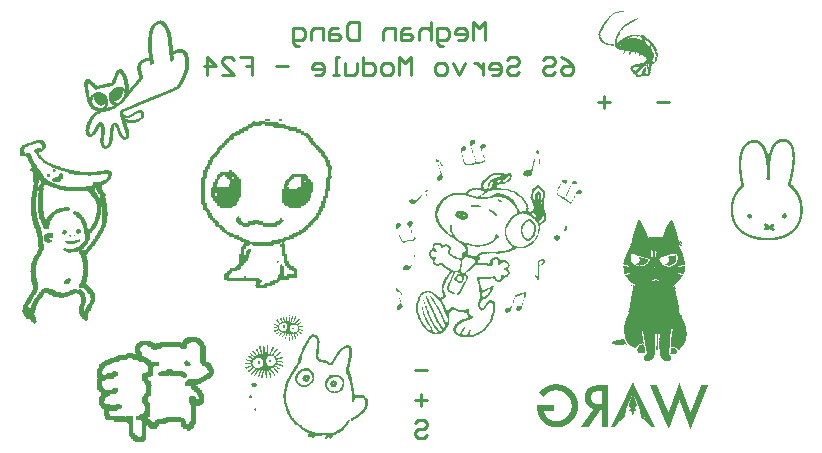
<source format=gbr>
G04*
G04 #@! TF.GenerationSoftware,Altium Limited,Altium Designer,24.7.2 (38)*
G04*
G04 Layer_Color=32896*
%FSLAX25Y25*%
%MOIN*%
G70*
G04*
G04 #@! TF.SameCoordinates,AB7849DE-EAC8-4354-A705-FC1E97C67EB3*
G04*
G04*
G04 #@! TF.FilePolarity,Positive*
G04*
G01*
G75*
%ADD15C,0.01000*%
G36*
X338071Y333494D02*
X338280D01*
Y333181D01*
X337548D01*
Y333076D01*
X337443D01*
Y332971D01*
X336711D01*
Y332867D01*
X336083D01*
Y332762D01*
X335665D01*
Y332658D01*
X335351D01*
Y332553D01*
X335246D01*
Y332448D01*
X335037D01*
Y332344D01*
X334828D01*
Y332239D01*
X334723D01*
Y332134D01*
X334514D01*
Y332030D01*
X334409D01*
Y331925D01*
X334304D01*
Y331821D01*
X334200D01*
Y331716D01*
X333991D01*
Y331611D01*
X333886D01*
Y331297D01*
X333781D01*
Y331193D01*
X333677D01*
Y331088D01*
X333572D01*
Y330984D01*
X333468D01*
Y330879D01*
X333363D01*
Y330774D01*
X333258D01*
Y330565D01*
X333154D01*
Y330461D01*
X333049D01*
Y330251D01*
X332944D01*
Y330147D01*
X332840D01*
Y329938D01*
X332735D01*
Y329728D01*
X332631D01*
Y329624D01*
X332526D01*
Y329519D01*
X332421D01*
Y329310D01*
X332317D01*
Y329205D01*
X332212D01*
Y328996D01*
X332107D01*
Y328891D01*
X332003D01*
Y328682D01*
X331898D01*
Y328577D01*
X331794D01*
Y328368D01*
X331689D01*
Y328159D01*
X331585D01*
Y327950D01*
X331480D01*
Y327741D01*
X331375D01*
Y327636D01*
X331271D01*
Y327427D01*
X331166D01*
Y327218D01*
X331061D01*
Y327008D01*
X330957D01*
Y326799D01*
X330852D01*
Y326694D01*
X330748D01*
Y326485D01*
X330643D01*
Y326171D01*
X330538D01*
Y325962D01*
X330434D01*
Y325334D01*
X330538D01*
Y325125D01*
X330434D01*
Y324707D01*
X330643D01*
Y324602D01*
X330748D01*
Y324288D01*
X330852D01*
Y324079D01*
X330957D01*
Y323974D01*
X331061D01*
Y323765D01*
X331166D01*
Y323660D01*
X331271D01*
Y323451D01*
X331480D01*
Y323347D01*
X331585D01*
Y323137D01*
X331794D01*
Y323033D01*
X331898D01*
Y322928D01*
X332003D01*
Y322824D01*
X332212D01*
Y322719D01*
X332317D01*
Y322614D01*
X332840D01*
Y322510D01*
X333363D01*
Y322405D01*
X334095D01*
Y322301D01*
X334828D01*
Y322196D01*
X335351D01*
Y322301D01*
X335455D01*
Y322719D01*
X335351D01*
Y323870D01*
X335455D01*
Y324079D01*
X335560D01*
Y324602D01*
X335665D01*
Y324811D01*
X335769D01*
Y324916D01*
X335874D01*
Y325021D01*
X335978D01*
Y325439D01*
X336083D01*
Y325648D01*
X336188D01*
Y325962D01*
X336292D01*
Y326276D01*
X336397D01*
Y326380D01*
X336606D01*
Y326485D01*
X336711D01*
Y326694D01*
X336815D01*
Y327113D01*
X336920D01*
Y327218D01*
X337443D01*
Y326904D01*
Y326799D01*
X337338D01*
Y326590D01*
X337129D01*
Y326380D01*
X337024D01*
Y326171D01*
X336920D01*
Y325857D01*
X336815D01*
Y325544D01*
X336711D01*
Y325439D01*
X336606D01*
Y325230D01*
X336501D01*
Y325021D01*
X336397D01*
Y324916D01*
X336292D01*
Y324707D01*
X336188D01*
Y324288D01*
X336083D01*
Y324079D01*
X335978D01*
Y323765D01*
X335874D01*
Y322824D01*
X335769D01*
Y322614D01*
X335978D01*
Y322510D01*
X336083D01*
Y322614D01*
X336188D01*
Y322719D01*
X336292D01*
Y322824D01*
X336397D01*
Y322928D01*
X336501D01*
Y323033D01*
X336606D01*
Y323137D01*
X336711D01*
Y323242D01*
X336815D01*
Y323347D01*
X336920D01*
Y323451D01*
X337024D01*
Y323556D01*
X337129D01*
Y323660D01*
X337234D01*
Y323765D01*
X337548D01*
Y323974D01*
X337757D01*
Y324079D01*
X337966D01*
Y324184D01*
X338071D01*
Y324288D01*
X338280D01*
Y324497D01*
X338489D01*
Y324602D01*
X338803D01*
Y324707D01*
X338908D01*
Y324811D01*
X339431D01*
Y324916D01*
X339640D01*
Y325021D01*
X339849D01*
Y325125D01*
X340268D01*
Y325230D01*
X340686D01*
Y325334D01*
X341628D01*
Y325439D01*
X342046D01*
Y325544D01*
X342151D01*
Y325439D01*
X342465D01*
Y325544D01*
X342883D01*
Y325439D01*
X343302D01*
Y325334D01*
X343511D01*
Y325230D01*
X343615D01*
Y325125D01*
X343825D01*
Y325230D01*
X343929D01*
Y325334D01*
X344139D01*
Y325439D01*
X344452D01*
Y325334D01*
X344661D01*
Y325230D01*
X344871D01*
Y325125D01*
X344975D01*
Y325021D01*
X345080D01*
Y324916D01*
X345185D01*
Y324811D01*
X345289D01*
Y324707D01*
X345394D01*
Y324602D01*
X345603D01*
Y324497D01*
X345812D01*
Y324288D01*
X345917D01*
Y324184D01*
X346335D01*
Y324079D01*
X346545D01*
Y323974D01*
X346754D01*
Y323870D01*
X346859D01*
Y323765D01*
X346963D01*
Y323660D01*
X347068D01*
Y323556D01*
X347172D01*
Y323451D01*
X347277D01*
Y323347D01*
X347382D01*
Y323137D01*
X347486D01*
Y323033D01*
X347591D01*
Y322928D01*
X347695D01*
Y322824D01*
X347800D01*
Y322719D01*
X347905D01*
Y322614D01*
X348009D01*
Y322510D01*
X348114D01*
Y322301D01*
X348218D01*
Y321987D01*
X348323D01*
Y321882D01*
X348428D01*
Y321777D01*
X348532D01*
Y321673D01*
X348637D01*
Y321568D01*
X348742D01*
Y321359D01*
X348846D01*
Y321150D01*
X348951D01*
Y321045D01*
X349056D01*
Y320836D01*
X349160D01*
Y320627D01*
X349265D01*
Y320417D01*
X349369D01*
Y319999D01*
X349160D01*
Y319894D01*
X348951D01*
Y319790D01*
X349056D01*
Y319580D01*
X349160D01*
Y319371D01*
X349369D01*
Y319267D01*
X349578D01*
Y318220D01*
X349474D01*
Y318011D01*
X349369D01*
Y317697D01*
X349474D01*
Y317593D01*
X349369D01*
Y317279D01*
X349265D01*
Y316756D01*
X349160D01*
Y316651D01*
X349056D01*
Y316442D01*
X348951D01*
Y316337D01*
X348742D01*
Y316233D01*
X348532D01*
Y316023D01*
X348428D01*
Y315919D01*
X348323D01*
Y315814D01*
X348009D01*
Y315710D01*
X347800D01*
Y315605D01*
X347695D01*
Y315500D01*
X347591D01*
Y315396D01*
X347486D01*
Y314977D01*
X347382D01*
Y314559D01*
X347277D01*
Y314350D01*
X347382D01*
Y314036D01*
X347277D01*
Y313722D01*
X347172D01*
Y313408D01*
X347068D01*
Y312990D01*
X347172D01*
Y312676D01*
X347068D01*
Y312257D01*
X346963D01*
Y312048D01*
X346859D01*
Y311943D01*
X346754D01*
Y311839D01*
X346545D01*
Y311734D01*
X345603D01*
Y311630D01*
X345080D01*
Y311525D01*
X344871D01*
Y311630D01*
X344557D01*
Y311734D01*
X344139D01*
Y311630D01*
X343929D01*
Y311525D01*
X343615D01*
Y311420D01*
X343302D01*
Y311525D01*
X342988D01*
Y311420D01*
X342674D01*
Y311525D01*
X342465D01*
Y311630D01*
X342360D01*
Y311943D01*
X342046D01*
Y312048D01*
X341837D01*
Y312257D01*
X341732D01*
Y312362D01*
X341418D01*
Y312676D01*
X341314D01*
Y312990D01*
X341105D01*
Y313094D01*
X341000D01*
Y313199D01*
X340895D01*
Y313303D01*
X340791D01*
Y313408D01*
X340686D01*
Y313513D01*
X340581D01*
Y313617D01*
X340477D01*
Y313931D01*
X340372D01*
Y314245D01*
X340477D01*
Y314768D01*
X340581D01*
Y314873D01*
X340686D01*
Y314977D01*
X340895D01*
Y315082D01*
X341209D01*
Y315187D01*
X341314D01*
Y315396D01*
X341732D01*
Y315500D01*
X341941D01*
Y315605D01*
X342151D01*
Y315710D01*
X343511D01*
Y315814D01*
X343720D01*
Y315919D01*
X344452D01*
Y316023D01*
X344766D01*
Y316128D01*
X344975D01*
Y316233D01*
X345080D01*
Y316337D01*
X345185D01*
Y316442D01*
X345289D01*
Y316651D01*
X345394D01*
Y316860D01*
X345708D01*
Y316965D01*
X345812D01*
Y317488D01*
X345708D01*
Y317593D01*
X345603D01*
Y317802D01*
X345498D01*
Y317907D01*
X345394D01*
Y318011D01*
X345289D01*
Y318220D01*
X345080D01*
Y318325D01*
X344975D01*
Y318430D01*
X344871D01*
Y318534D01*
X344661D01*
Y318639D01*
X344243D01*
Y318848D01*
X343825D01*
Y318743D01*
X343720D01*
Y318639D01*
X343615D01*
Y318430D01*
X343302D01*
Y318534D01*
X343197D01*
Y318639D01*
X343092D01*
Y318848D01*
X343197D01*
Y318953D01*
X343302D01*
Y319162D01*
X343406D01*
Y319476D01*
X342778D01*
Y319580D01*
X342674D01*
Y319685D01*
X342569D01*
Y319580D01*
X342465D01*
Y319476D01*
X342255D01*
Y319371D01*
X342151D01*
Y319162D01*
X341941D01*
Y319476D01*
X341837D01*
Y319580D01*
X341732D01*
Y319685D01*
X340791D01*
Y319580D01*
X340581D01*
Y319371D01*
X340477D01*
Y319057D01*
X340372D01*
Y318953D01*
X340268D01*
Y318848D01*
X340163D01*
Y318639D01*
X339954D01*
Y319371D01*
X340058D01*
Y319580D01*
X340163D01*
Y319894D01*
X339535D01*
Y319999D01*
X339012D01*
Y319894D01*
X338803D01*
Y319790D01*
X338698D01*
Y319476D01*
X338594D01*
Y319371D01*
X338489D01*
Y319267D01*
X338385D01*
Y319057D01*
X338175D01*
Y318953D01*
X337966D01*
Y319371D01*
X338071D01*
Y319476D01*
X338280D01*
Y319685D01*
X338385D01*
Y319894D01*
X338489D01*
Y319999D01*
X338385D01*
Y320313D01*
X338280D01*
Y320417D01*
X338175D01*
Y320522D01*
X337966D01*
Y320417D01*
X337861D01*
Y320313D01*
X337548D01*
Y320417D01*
X337338D01*
Y320313D01*
X337129D01*
Y320522D01*
X336920D01*
Y320627D01*
X336815D01*
Y320522D01*
X336606D01*
Y320627D01*
X336397D01*
Y320731D01*
X336292D01*
Y320836D01*
X336083D01*
Y320940D01*
X335978D01*
Y321045D01*
X335874D01*
Y321150D01*
X335665D01*
Y321254D01*
X335560D01*
Y321463D01*
X335455D01*
Y321568D01*
X335351D01*
Y321777D01*
X335455D01*
Y321882D01*
X335351D01*
Y321987D01*
X335037D01*
Y321882D01*
X333991D01*
Y321987D01*
X333468D01*
Y322091D01*
X333363D01*
Y321987D01*
X333154D01*
Y322091D01*
X332631D01*
Y322196D01*
X332421D01*
Y322301D01*
X332212D01*
Y322405D01*
X331689D01*
Y322510D01*
X331585D01*
Y322614D01*
X331375D01*
Y322719D01*
X331271D01*
Y322824D01*
X331061D01*
Y322928D01*
X330957D01*
Y323033D01*
X330852D01*
Y323137D01*
X330748D01*
Y323242D01*
X330643D01*
Y323347D01*
X330538D01*
Y323451D01*
X330434D01*
Y323660D01*
X330329D01*
Y323870D01*
X330224D01*
Y324079D01*
X330120D01*
Y324288D01*
X330015D01*
Y324497D01*
X329911D01*
Y325334D01*
X329806D01*
Y325544D01*
X329701D01*
Y325753D01*
X329806D01*
Y326276D01*
X329911D01*
Y326590D01*
X330015D01*
Y326799D01*
X330224D01*
Y327113D01*
X330329D01*
Y327218D01*
X330434D01*
Y327427D01*
X330538D01*
Y327636D01*
X330643D01*
Y327741D01*
X330748D01*
Y328054D01*
X330852D01*
Y328264D01*
X330957D01*
Y328368D01*
X331061D01*
Y328577D01*
X331166D01*
Y328682D01*
X331271D01*
Y328891D01*
X331375D01*
Y329101D01*
X331480D01*
Y329205D01*
X331585D01*
Y329310D01*
X331689D01*
Y329519D01*
X331794D01*
Y329624D01*
X331898D01*
Y329728D01*
X332003D01*
Y329938D01*
X332107D01*
Y330042D01*
X332212D01*
Y330251D01*
X332317D01*
Y330356D01*
X332421D01*
Y330461D01*
X332526D01*
Y330565D01*
X332631D01*
Y330774D01*
X332735D01*
Y330879D01*
X332840D01*
Y330984D01*
X332944D01*
Y331088D01*
X333049D01*
Y331193D01*
X333154D01*
Y331297D01*
X333258D01*
Y331402D01*
X333363D01*
Y331611D01*
X333468D01*
Y331716D01*
X333677D01*
Y331821D01*
X333886D01*
Y332030D01*
X333991D01*
Y332134D01*
X334200D01*
Y332239D01*
X334409D01*
Y332344D01*
X334514D01*
Y332448D01*
X334618D01*
Y332553D01*
X334723D01*
Y332658D01*
X334932D01*
Y332762D01*
X335037D01*
Y332867D01*
X335455D01*
Y332971D01*
X335560D01*
Y333076D01*
X335978D01*
Y333181D01*
X336501D01*
Y333285D01*
X336711D01*
Y333390D01*
X337234D01*
Y333285D01*
X337443D01*
Y333390D01*
X337861D01*
Y333494D01*
X337966D01*
Y333599D01*
X338071D01*
Y333494D01*
D02*
G37*
G36*
X343092Y330670D02*
X342988D01*
Y330565D01*
X342778D01*
Y330461D01*
X342674D01*
Y330356D01*
X342360D01*
Y330251D01*
X341941D01*
Y330147D01*
X341837D01*
Y330042D01*
X341732D01*
Y329938D01*
X341523D01*
Y329833D01*
X341418D01*
Y329728D01*
X341209D01*
Y329624D01*
X340895D01*
Y329519D01*
X340686D01*
Y329414D01*
X340477D01*
Y329310D01*
X340268D01*
Y329205D01*
X340058D01*
Y329101D01*
X339954D01*
Y328996D01*
X339849D01*
Y328891D01*
X339640D01*
Y328787D01*
X339535D01*
Y328682D01*
X339326D01*
Y328577D01*
X339222D01*
Y328473D01*
X338908D01*
Y328368D01*
X338803D01*
Y328264D01*
X338698D01*
Y328054D01*
X338489D01*
Y327950D01*
X338385D01*
Y327845D01*
X338280D01*
Y327741D01*
X338175D01*
Y327636D01*
X338071D01*
Y327531D01*
X337966D01*
Y327427D01*
X337861D01*
Y327218D01*
X337443D01*
Y327322D01*
X337338D01*
Y327741D01*
X337443D01*
Y327845D01*
X337548D01*
Y327950D01*
X337652D01*
Y328054D01*
X337757D01*
Y328159D01*
X337861D01*
Y328264D01*
X337966D01*
Y328368D01*
X338071D01*
Y328473D01*
X338280D01*
Y328577D01*
X338385D01*
Y328682D01*
X338489D01*
Y328787D01*
X338594D01*
Y328891D01*
X338803D01*
Y328996D01*
X338908D01*
Y329101D01*
X339012D01*
Y329205D01*
X339222D01*
Y329310D01*
X339326D01*
Y329414D01*
X339640D01*
Y329519D01*
X339849D01*
Y329624D01*
X340058D01*
Y329728D01*
X340268D01*
Y329833D01*
X340372D01*
Y329938D01*
X340477D01*
Y330042D01*
X340791D01*
Y330147D01*
X341000D01*
Y330251D01*
X341209D01*
Y330356D01*
X341628D01*
Y330461D01*
X341732D01*
Y330565D01*
X341941D01*
Y330670D01*
X342151D01*
Y330774D01*
X342360D01*
Y330879D01*
X342569D01*
Y330984D01*
X343092D01*
Y330670D01*
D02*
G37*
G36*
X184124Y330213D02*
X184351D01*
Y330137D01*
X184577D01*
Y330062D01*
X184653D01*
Y329986D01*
X184804D01*
Y329910D01*
X184956D01*
Y329835D01*
X185031D01*
Y329759D01*
X185107D01*
Y329683D01*
X185182D01*
Y329608D01*
X185258D01*
Y329532D01*
X185334D01*
Y329456D01*
X185409D01*
Y329381D01*
X185485D01*
Y329305D01*
X185561D01*
Y329229D01*
X185636D01*
Y329154D01*
X185712D01*
Y329078D01*
X185788D01*
Y328927D01*
X185863D01*
Y328851D01*
X185939D01*
Y328700D01*
X186014D01*
Y328624D01*
X186090D01*
Y328549D01*
X186166D01*
Y328397D01*
X186241D01*
Y328246D01*
X186317D01*
Y328171D01*
X186393D01*
Y328019D01*
X186468D01*
Y327868D01*
X186544D01*
Y327717D01*
X186620D01*
Y327566D01*
X186695D01*
Y327339D01*
X186771D01*
Y327187D01*
X186846D01*
Y326960D01*
X186922D01*
Y326733D01*
X186998D01*
Y326507D01*
X187073D01*
Y326280D01*
X187149D01*
Y325977D01*
X187225D01*
Y325750D01*
X187300D01*
Y325448D01*
X187376D01*
Y325069D01*
X187452D01*
Y324616D01*
X187527D01*
Y324086D01*
X187603D01*
Y323481D01*
X187679D01*
Y322725D01*
X187754D01*
Y321968D01*
X187830D01*
Y321288D01*
X187905D01*
Y320456D01*
X187981D01*
Y319851D01*
X188132D01*
Y319926D01*
X188284D01*
Y320002D01*
X188435D01*
Y320077D01*
X188511D01*
Y320153D01*
X188662D01*
Y320229D01*
X188737D01*
Y320304D01*
X188813D01*
Y320380D01*
X188964D01*
Y320456D01*
X189040D01*
Y320531D01*
X189267D01*
Y320607D01*
X189342D01*
Y320531D01*
X189418D01*
Y320607D01*
X189569D01*
Y320683D01*
X189645D01*
Y320758D01*
X190099D01*
Y320834D01*
X190628D01*
Y320758D01*
X191007D01*
Y320683D01*
X191309D01*
Y320607D01*
X191460D01*
Y320531D01*
X191612D01*
Y320456D01*
X191763D01*
Y320380D01*
X191839D01*
Y320304D01*
X191990D01*
Y320229D01*
X192065D01*
Y320153D01*
X192141D01*
Y320077D01*
X192217D01*
Y320002D01*
X192292D01*
Y319926D01*
X192368D01*
Y319851D01*
X192444D01*
Y319775D01*
X192519D01*
Y319699D01*
X192595D01*
Y319548D01*
X192671D01*
Y319397D01*
X192746D01*
Y319321D01*
X192822D01*
Y319170D01*
X192897D01*
Y318943D01*
X192973D01*
Y318792D01*
X193049D01*
Y318489D01*
X193124D01*
Y318187D01*
X193200D01*
Y317657D01*
X193275D01*
Y316750D01*
X193351D01*
Y314707D01*
X193275D01*
Y314253D01*
X193200D01*
Y313875D01*
X193124D01*
Y313649D01*
X193049D01*
Y313346D01*
X192973D01*
Y313119D01*
X192897D01*
Y312892D01*
X192822D01*
Y312665D01*
X192746D01*
Y312514D01*
X192671D01*
Y312287D01*
X192595D01*
Y312136D01*
X192519D01*
Y311984D01*
X192444D01*
Y311833D01*
X192368D01*
Y311531D01*
X192292D01*
Y311379D01*
X192217D01*
Y311153D01*
X192141D01*
Y311001D01*
X192065D01*
Y310850D01*
X191990D01*
Y310774D01*
X191914D01*
Y310623D01*
X191839D01*
Y310472D01*
X191763D01*
Y310320D01*
X191687D01*
Y310169D01*
X191612D01*
Y309942D01*
X191536D01*
Y309791D01*
X191460D01*
Y309715D01*
X191385D01*
Y309564D01*
X191309D01*
Y309489D01*
X191233D01*
Y309262D01*
X191158D01*
Y309186D01*
X191082D01*
Y309035D01*
X191007D01*
Y308808D01*
X190931D01*
Y308732D01*
X190855D01*
Y308657D01*
X190780D01*
Y308505D01*
X190704D01*
Y308430D01*
X190628D01*
Y308278D01*
X190553D01*
Y308127D01*
X190477D01*
Y308051D01*
X190401D01*
Y307976D01*
X190326D01*
Y307900D01*
X190250D01*
Y307824D01*
X190174D01*
Y307749D01*
X190023D01*
Y307673D01*
X189948D01*
Y307598D01*
X189872D01*
Y307522D01*
X189721D01*
Y307446D01*
X189645D01*
Y307371D01*
X189569D01*
Y307295D01*
X189418D01*
Y307219D01*
X189342D01*
Y307144D01*
X189191D01*
Y307068D01*
X189040D01*
Y306993D01*
X188889D01*
Y306917D01*
X188737D01*
Y306841D01*
X188586D01*
Y306766D01*
X188435D01*
Y306690D01*
X188284D01*
Y306614D01*
X188132D01*
Y306539D01*
X187905D01*
Y306463D01*
X187830D01*
Y306387D01*
X187527D01*
Y306312D01*
X187376D01*
Y306236D01*
X187300D01*
Y306160D01*
X187073D01*
Y306085D01*
X186846D01*
Y306009D01*
X186695D01*
Y305934D01*
X186468D01*
Y305858D01*
X186317D01*
Y305782D01*
X186090D01*
Y305707D01*
X185863D01*
Y305631D01*
X185712D01*
Y305555D01*
X185561D01*
Y305480D01*
X185409D01*
Y305404D01*
X185182D01*
Y305328D01*
X184956D01*
Y305253D01*
X184804D01*
Y305177D01*
X184653D01*
Y305102D01*
X184426D01*
Y305026D01*
X184275D01*
Y304950D01*
X184124D01*
Y304875D01*
X183972D01*
Y304799D01*
X183745D01*
Y304723D01*
X183519D01*
Y304648D01*
X183367D01*
Y304572D01*
X183216D01*
Y304497D01*
X182913D01*
Y304421D01*
X182762D01*
Y304345D01*
X182611D01*
Y304270D01*
X182308D01*
Y304194D01*
X182157D01*
Y304118D01*
X182081D01*
Y304043D01*
X181854D01*
Y303967D01*
X181552D01*
Y303891D01*
X181401D01*
Y303816D01*
X181325D01*
Y303740D01*
X181098D01*
Y303664D01*
X180871D01*
Y303589D01*
X180720D01*
Y303513D01*
X180569D01*
Y303438D01*
X180342D01*
Y303362D01*
X180115D01*
Y303286D01*
X179888D01*
Y303211D01*
X179812D01*
Y303135D01*
X179661D01*
Y303059D01*
X179434D01*
Y302984D01*
X179207D01*
Y302908D01*
X179056D01*
Y302833D01*
X178829D01*
Y302757D01*
X178678D01*
Y302681D01*
X178375D01*
Y302606D01*
X178224D01*
Y302530D01*
X178073D01*
Y302454D01*
X177846D01*
Y302379D01*
X177695D01*
Y302303D01*
X177543D01*
Y302227D01*
X177392D01*
Y302152D01*
X177241D01*
Y302076D01*
X177090D01*
Y302000D01*
X176863D01*
Y301925D01*
X176560D01*
Y301849D01*
X176484D01*
Y301774D01*
X176333D01*
Y301698D01*
X176031D01*
Y301622D01*
X175955D01*
Y301547D01*
X175804D01*
Y301471D01*
X175501D01*
Y301395D01*
X175426D01*
Y301320D01*
X175274D01*
Y301244D01*
X175123D01*
Y301168D01*
X174896D01*
Y301093D01*
X174669D01*
Y301017D01*
X174518D01*
Y300942D01*
X174367D01*
Y300866D01*
X174140D01*
Y300790D01*
X173988D01*
Y300715D01*
X173761D01*
Y300639D01*
X173383D01*
Y300564D01*
X173308D01*
Y300488D01*
X173232D01*
Y300412D01*
X173005D01*
Y300337D01*
X172854D01*
Y300261D01*
X172703D01*
Y300185D01*
X172476D01*
Y300110D01*
X172324D01*
Y300034D01*
X172098D01*
Y299958D01*
X171795D01*
Y299883D01*
X171644D01*
Y299807D01*
X171417D01*
Y299731D01*
X171341D01*
Y299429D01*
X171417D01*
Y299126D01*
X171492D01*
Y298975D01*
X171568D01*
Y298748D01*
X171795D01*
Y298673D01*
X172098D01*
Y298597D01*
X172400D01*
Y298521D01*
X173232D01*
Y298597D01*
X173535D01*
Y298673D01*
X173610D01*
Y298748D01*
X173837D01*
Y298824D01*
X173913D01*
Y298900D01*
X174064D01*
Y298975D01*
X174140D01*
Y299051D01*
X174291D01*
Y299126D01*
X174518D01*
Y299202D01*
X174593D01*
Y299278D01*
X174669D01*
Y299353D01*
X174820D01*
Y299429D01*
X174896D01*
Y299505D01*
X175047D01*
Y299580D01*
X175123D01*
Y299656D01*
X175199D01*
Y299731D01*
X175350D01*
Y299807D01*
X175426D01*
Y299883D01*
X175652D01*
Y299958D01*
X175804D01*
Y300034D01*
X175879D01*
Y300110D01*
X176031D01*
Y300185D01*
X176258D01*
Y300261D01*
X176484D01*
Y300337D01*
X177316D01*
Y300261D01*
X177543D01*
Y300185D01*
X177695D01*
Y300110D01*
X177770D01*
Y300034D01*
X177846D01*
Y299958D01*
X177921D01*
Y299883D01*
X177997D01*
Y299731D01*
X178073D01*
Y299656D01*
X178148D01*
Y299505D01*
X178224D01*
Y299353D01*
X178300D01*
Y299126D01*
X178375D01*
Y298294D01*
X178300D01*
Y297992D01*
X178224D01*
Y297841D01*
X178148D01*
Y297765D01*
X178073D01*
Y297689D01*
X177921D01*
Y297538D01*
X177846D01*
Y297462D01*
X177770D01*
Y297387D01*
X177695D01*
Y297311D01*
X177619D01*
Y297235D01*
X177468D01*
Y297160D01*
X177316D01*
Y297084D01*
X177241D01*
Y297009D01*
X177165D01*
Y296933D01*
X177014D01*
Y296857D01*
X176938D01*
Y296782D01*
X176863D01*
Y296706D01*
X176636D01*
Y296630D01*
X176484D01*
Y296555D01*
X176333D01*
Y296479D01*
X176182D01*
Y296404D01*
X176031D01*
Y296328D01*
X175804D01*
Y296252D01*
X175577D01*
Y296177D01*
X175426D01*
Y296101D01*
X175047D01*
Y296025D01*
X174367D01*
Y295950D01*
X173686D01*
Y296025D01*
X173156D01*
Y296101D01*
X172930D01*
Y296177D01*
X172627D01*
Y296252D01*
X172476D01*
Y296328D01*
X172400D01*
Y296101D01*
X172476D01*
Y295798D01*
X172551D01*
Y295571D01*
X172627D01*
Y295345D01*
X172703D01*
Y295042D01*
X172778D01*
Y294815D01*
X172854D01*
Y294588D01*
X172930D01*
Y294286D01*
X173005D01*
Y294134D01*
X173081D01*
Y293907D01*
X173156D01*
Y293681D01*
X173232D01*
Y293378D01*
X173308D01*
Y293075D01*
X173383D01*
Y292697D01*
X173459D01*
Y291487D01*
X173383D01*
Y291336D01*
X173308D01*
Y291185D01*
X173232D01*
Y291109D01*
X173156D01*
Y291033D01*
X173081D01*
Y290958D01*
X172930D01*
Y290882D01*
X172778D01*
Y290806D01*
X172703D01*
Y290731D01*
X172627D01*
Y290655D01*
X172551D01*
Y290580D01*
X172400D01*
Y290504D01*
X172173D01*
Y290428D01*
X171568D01*
Y290504D01*
X171341D01*
Y290580D01*
X171190D01*
Y290655D01*
X171039D01*
Y290731D01*
X170963D01*
Y290806D01*
X170887D01*
Y290882D01*
X170812D01*
Y290958D01*
X170736D01*
Y291033D01*
X170660D01*
Y291109D01*
X170585D01*
Y291185D01*
X170509D01*
Y291260D01*
X170433D01*
Y291411D01*
X170358D01*
Y291487D01*
X170282D01*
Y291638D01*
X170207D01*
Y291714D01*
X170131D01*
Y291865D01*
X170055D01*
Y292017D01*
X169980D01*
Y292168D01*
X169904D01*
Y292319D01*
X169828D01*
Y292470D01*
X169753D01*
Y292622D01*
X169677D01*
Y292773D01*
X169602D01*
Y293000D01*
X169526D01*
Y293227D01*
X169450D01*
Y293454D01*
X169375D01*
Y293681D01*
X169299D01*
Y293907D01*
X169223D01*
Y294134D01*
X169148D01*
Y294286D01*
X169072D01*
Y294513D01*
X168996D01*
Y294664D01*
X168921D01*
Y294815D01*
X168845D01*
Y294891D01*
X168770D01*
Y295042D01*
X168694D01*
Y295118D01*
X168618D01*
Y295193D01*
X168543D01*
Y295269D01*
X168467D01*
Y295193D01*
X168391D01*
Y294740D01*
X168316D01*
Y294437D01*
X168240D01*
Y294059D01*
X168164D01*
Y293529D01*
X168089D01*
Y293454D01*
X168164D01*
Y293227D01*
X168089D01*
Y291336D01*
X168013D01*
Y290655D01*
X167938D01*
Y290201D01*
X167862D01*
Y289899D01*
X167786D01*
Y289672D01*
X167711D01*
Y289445D01*
X167635D01*
Y289218D01*
X167559D01*
Y289067D01*
X167484D01*
Y288915D01*
X167408D01*
Y288840D01*
X167332D01*
Y288689D01*
X167257D01*
Y288613D01*
X167181D01*
Y288462D01*
X167105D01*
Y288386D01*
X167030D01*
Y288310D01*
X166954D01*
Y288159D01*
X166879D01*
Y288084D01*
X166727D01*
Y288008D01*
X166576D01*
Y287932D01*
X166500D01*
Y287857D01*
X166425D01*
Y287781D01*
X166349D01*
Y287705D01*
X166198D01*
Y287630D01*
X166122D01*
Y287554D01*
X165895D01*
Y287478D01*
X165593D01*
Y287403D01*
X165215D01*
Y287478D01*
X165063D01*
Y287554D01*
X164837D01*
Y287630D01*
X164761D01*
Y287705D01*
X164685D01*
Y287781D01*
X164534D01*
Y287857D01*
X164458D01*
Y288008D01*
X164383D01*
Y288084D01*
X164307D01*
Y288159D01*
X164231D01*
Y288310D01*
X164156D01*
Y288462D01*
X164080D01*
Y288613D01*
X164005D01*
Y288840D01*
X163929D01*
Y289142D01*
X163853D01*
Y289521D01*
X163778D01*
Y290958D01*
X163853D01*
Y291563D01*
X163929D01*
Y292092D01*
X164005D01*
Y292622D01*
X164080D01*
Y293832D01*
X164005D01*
Y294361D01*
X163929D01*
Y294664D01*
X163853D01*
Y294891D01*
X163778D01*
Y295042D01*
X163702D01*
Y295193D01*
X163626D01*
Y295118D01*
X163551D01*
Y295042D01*
X163475D01*
Y294891D01*
X163399D01*
Y294664D01*
X163324D01*
Y294513D01*
X163248D01*
Y294286D01*
X163172D01*
Y294210D01*
X163097D01*
Y293983D01*
X163021D01*
Y293832D01*
X162946D01*
Y293681D01*
X162870D01*
Y293529D01*
X162794D01*
Y293454D01*
X162719D01*
Y293302D01*
X162643D01*
Y293151D01*
X162567D01*
Y293075D01*
X162492D01*
Y293000D01*
X162416D01*
Y292849D01*
X162340D01*
Y292697D01*
X162189D01*
Y292546D01*
X162114D01*
Y292395D01*
X162038D01*
Y292244D01*
X161887D01*
Y292168D01*
X161811D01*
Y292092D01*
X161735D01*
Y292017D01*
X161584D01*
Y291941D01*
X161433D01*
Y291865D01*
X161357D01*
Y291790D01*
X161206D01*
Y291714D01*
X161130D01*
Y291638D01*
X161055D01*
Y291563D01*
X160903D01*
Y291487D01*
X160828D01*
Y291411D01*
X160752D01*
Y291336D01*
X160601D01*
Y291260D01*
X159845D01*
Y291336D01*
X159769D01*
Y291411D01*
X159618D01*
Y291487D01*
X159542D01*
Y291563D01*
X159466D01*
Y291638D01*
X159391D01*
Y291714D01*
X159315D01*
Y291790D01*
X159239D01*
Y291865D01*
X159164D01*
Y292017D01*
X159088D01*
Y292244D01*
X159012D01*
Y292470D01*
X158937D01*
Y292697D01*
X158861D01*
Y293302D01*
X158786D01*
Y293832D01*
X158861D01*
Y294361D01*
X158937D01*
Y294740D01*
X159012D01*
Y295042D01*
X159088D01*
Y295269D01*
X159164D01*
Y295496D01*
X159239D01*
Y295723D01*
X159315D01*
Y295950D01*
X159391D01*
Y296101D01*
X159466D01*
Y296252D01*
X159542D01*
Y296404D01*
X159618D01*
Y296479D01*
X159693D01*
Y296706D01*
X159769D01*
Y296857D01*
X159845D01*
Y297009D01*
X159920D01*
Y297160D01*
X159996D01*
Y297235D01*
X160071D01*
Y297387D01*
X160147D01*
Y297538D01*
X160223D01*
Y297689D01*
X160298D01*
Y297765D01*
X160374D01*
Y297841D01*
X160450D01*
Y297992D01*
X160525D01*
Y298067D01*
X160601D01*
Y298143D01*
X160677D01*
Y298294D01*
X160752D01*
Y298370D01*
X160828D01*
Y298446D01*
X160903D01*
Y298521D01*
X160979D01*
Y298597D01*
X161055D01*
Y298673D01*
X161130D01*
Y298748D01*
X161206D01*
Y298824D01*
X161282D01*
Y298900D01*
X161433D01*
Y299051D01*
X161509D01*
Y299126D01*
X161584D01*
Y299202D01*
X161660D01*
Y299278D01*
X161735D01*
Y299353D01*
X161887D01*
Y299429D01*
X161962D01*
Y299505D01*
X162114D01*
Y299580D01*
X162189D01*
Y299656D01*
X162340D01*
Y299731D01*
X162416D01*
Y299807D01*
X162492D01*
Y299883D01*
X162567D01*
Y299958D01*
X162340D01*
Y300034D01*
X162114D01*
Y300110D01*
X161962D01*
Y300185D01*
X161811D01*
Y300261D01*
X161660D01*
Y300337D01*
X161509D01*
Y300412D01*
X161357D01*
Y300488D01*
X161282D01*
Y300564D01*
X161130D01*
Y300639D01*
X161055D01*
Y300715D01*
X160979D01*
Y300790D01*
X160828D01*
Y300866D01*
X160752D01*
Y300942D01*
X160677D01*
Y301017D01*
X160601D01*
Y301093D01*
X160525D01*
Y301244D01*
X160450D01*
Y301320D01*
X160374D01*
Y301395D01*
X160298D01*
Y301547D01*
X160223D01*
Y301622D01*
X160147D01*
Y301698D01*
X160071D01*
Y301849D01*
X159996D01*
Y301925D01*
X159920D01*
Y302076D01*
X159845D01*
Y302227D01*
X159769D01*
Y302454D01*
X159693D01*
Y302606D01*
X159618D01*
Y302757D01*
X159542D01*
Y302984D01*
X159466D01*
Y303135D01*
X159391D01*
Y303438D01*
X159315D01*
Y303816D01*
X159239D01*
Y304270D01*
X159164D01*
Y304799D01*
X159088D01*
Y305026D01*
X159012D01*
Y305253D01*
X158937D01*
Y305631D01*
X158861D01*
Y305934D01*
X158786D01*
Y306236D01*
X158710D01*
Y306614D01*
X158634D01*
Y306993D01*
X158559D01*
Y307446D01*
X158483D01*
Y308051D01*
X158407D01*
Y309867D01*
X158483D01*
Y310169D01*
X158559D01*
Y310320D01*
X158634D01*
Y310396D01*
X158786D01*
Y310472D01*
X159012D01*
Y310547D01*
X159088D01*
Y310623D01*
X159164D01*
Y310699D01*
X159239D01*
Y310774D01*
X159315D01*
Y310850D01*
X159769D01*
Y310774D01*
X159920D01*
Y310699D01*
X160071D01*
Y310623D01*
X160147D01*
Y310547D01*
X160298D01*
Y310472D01*
X160374D01*
Y310396D01*
X160450D01*
Y310320D01*
X160601D01*
Y310169D01*
X160752D01*
Y310094D01*
X160828D01*
Y310018D01*
X160903D01*
Y309942D01*
X160979D01*
Y309867D01*
X161055D01*
Y309791D01*
X161206D01*
Y309715D01*
X161282D01*
Y309640D01*
X161357D01*
Y309564D01*
X161433D01*
Y309489D01*
X161509D01*
Y309413D01*
X161584D01*
Y309337D01*
X161735D01*
Y309262D01*
X161811D01*
Y309186D01*
X161887D01*
Y309110D01*
X161962D01*
Y309035D01*
X162038D01*
Y308959D01*
X162114D01*
Y308883D01*
X162189D01*
Y308808D01*
X162265D01*
Y308732D01*
X162340D01*
Y308657D01*
X162416D01*
Y308581D01*
X162492D01*
Y308505D01*
X162567D01*
Y308430D01*
X163021D01*
Y308505D01*
X163172D01*
Y308581D01*
X163475D01*
Y308657D01*
X163853D01*
Y308732D01*
X164080D01*
Y308808D01*
X164231D01*
Y308883D01*
X164610D01*
Y308959D01*
X164837D01*
Y309035D01*
X165290D01*
Y309110D01*
X165744D01*
Y309186D01*
X166047D01*
Y309262D01*
X166727D01*
Y309337D01*
X166879D01*
Y309413D01*
X167257D01*
Y309489D01*
X167559D01*
Y309640D01*
X167635D01*
Y309791D01*
X167711D01*
Y310094D01*
X167786D01*
Y310245D01*
X167862D01*
Y310472D01*
X167938D01*
Y310623D01*
X168013D01*
Y310774D01*
X168089D01*
Y311001D01*
X168164D01*
Y311153D01*
X168240D01*
Y311228D01*
X168316D01*
Y311531D01*
X168391D01*
Y311606D01*
X168467D01*
Y311833D01*
X168543D01*
Y312060D01*
X168618D01*
Y312211D01*
X168694D01*
Y312438D01*
X168770D01*
Y312590D01*
X168845D01*
Y312741D01*
X168921D01*
Y312892D01*
X168996D01*
Y313043D01*
X169072D01*
Y313270D01*
X169148D01*
Y313422D01*
X169223D01*
Y313497D01*
X169299D01*
Y313649D01*
X169450D01*
Y313724D01*
X169602D01*
Y313800D01*
X169753D01*
Y313875D01*
X169828D01*
Y314027D01*
X169980D01*
Y314102D01*
X170055D01*
Y314178D01*
X170433D01*
Y314102D01*
X170660D01*
Y314027D01*
X170812D01*
Y313951D01*
X170887D01*
Y313875D01*
X170963D01*
Y313800D01*
X171039D01*
Y313724D01*
X171114D01*
Y313649D01*
X171190D01*
Y313573D01*
X171265D01*
Y313497D01*
X171341D01*
Y313422D01*
X171417D01*
Y313346D01*
X171492D01*
Y313270D01*
X171568D01*
Y313119D01*
X171644D01*
Y313043D01*
X171719D01*
Y312968D01*
X171795D01*
Y312817D01*
X171871D01*
Y312741D01*
X171946D01*
Y312590D01*
X172022D01*
Y312438D01*
X172098D01*
Y312287D01*
X172173D01*
Y312211D01*
X172249D01*
Y312060D01*
X172324D01*
Y311833D01*
X172400D01*
Y311682D01*
X172476D01*
Y311531D01*
X172551D01*
Y311304D01*
X172627D01*
Y311077D01*
X172703D01*
Y310850D01*
X172778D01*
Y310623D01*
X172854D01*
Y310245D01*
X172930D01*
Y309867D01*
X173005D01*
Y309564D01*
X173081D01*
Y309110D01*
X173156D01*
Y308657D01*
X173232D01*
Y306993D01*
X173308D01*
Y307068D01*
X173383D01*
Y307144D01*
X173459D01*
Y307219D01*
X173535D01*
Y307295D01*
X173610D01*
Y307371D01*
X173686D01*
Y307522D01*
X173761D01*
Y307598D01*
X173837D01*
Y307673D01*
X173913D01*
Y307749D01*
X173988D01*
Y307900D01*
X174064D01*
Y307976D01*
X174140D01*
Y308051D01*
X174215D01*
Y308127D01*
X174291D01*
Y308203D01*
X174367D01*
Y308354D01*
X174442D01*
Y308430D01*
X174518D01*
Y308505D01*
X174593D01*
Y308581D01*
X174669D01*
Y308657D01*
X174745D01*
Y308732D01*
X174820D01*
Y308808D01*
X174896D01*
Y308959D01*
X174972D01*
Y309035D01*
X175047D01*
Y309110D01*
X175123D01*
Y309186D01*
X175199D01*
Y309262D01*
X175274D01*
Y309337D01*
X175350D01*
Y309413D01*
X175426D01*
Y309489D01*
X175501D01*
Y309564D01*
X175577D01*
Y309715D01*
X175652D01*
Y309791D01*
X175728D01*
Y309867D01*
X175804D01*
Y309942D01*
X175879D01*
Y310018D01*
X175955D01*
Y310094D01*
X176031D01*
Y310169D01*
X176106D01*
Y310320D01*
X176182D01*
Y310396D01*
X176258D01*
Y310472D01*
X176333D01*
Y310547D01*
X176409D01*
Y310623D01*
X176484D01*
Y310699D01*
X176560D01*
Y310774D01*
X176636D01*
Y310926D01*
X176711D01*
Y311153D01*
X176636D01*
Y311531D01*
X176560D01*
Y311909D01*
X176484D01*
Y312211D01*
X176409D01*
Y312514D01*
X176333D01*
Y312817D01*
X176258D01*
Y313119D01*
X176182D01*
Y313497D01*
X176106D01*
Y314178D01*
X176031D01*
Y314556D01*
X176106D01*
Y315086D01*
X176182D01*
Y315312D01*
X176258D01*
Y315615D01*
X176333D01*
Y315691D01*
X176409D01*
Y315917D01*
X176484D01*
Y316069D01*
X176560D01*
Y316144D01*
X176636D01*
Y316296D01*
X176711D01*
Y316371D01*
X176863D01*
Y316447D01*
X176938D01*
Y316523D01*
X177014D01*
Y316598D01*
X177165D01*
Y316674D01*
X177241D01*
Y316750D01*
X177316D01*
Y316825D01*
X177468D01*
Y316901D01*
X177543D01*
Y316976D01*
X177619D01*
Y317052D01*
X177770D01*
Y317128D01*
X177846D01*
Y317203D01*
X177997D01*
Y317279D01*
X178148D01*
Y317355D01*
X178300D01*
Y317430D01*
X178451D01*
Y317506D01*
X178753D01*
Y317582D01*
X178905D01*
Y317657D01*
X179132D01*
Y317733D01*
X179434D01*
Y317808D01*
X179737D01*
Y317884D01*
X179888D01*
Y317960D01*
X179964D01*
Y318111D01*
X179888D01*
Y318792D01*
X179812D01*
Y319548D01*
X179737D01*
Y320683D01*
X179661D01*
Y320758D01*
X179737D01*
Y320985D01*
X179661D01*
Y324011D01*
X179737D01*
Y324843D01*
X179812D01*
Y325448D01*
X179888D01*
Y326204D01*
X179964D01*
Y326355D01*
X180039D01*
Y326733D01*
X180115D01*
Y326809D01*
X180191D01*
Y327187D01*
X180266D01*
Y327339D01*
X180342D01*
Y327490D01*
X180418D01*
Y327717D01*
X180493D01*
Y327792D01*
X180569D01*
Y327944D01*
X180644D01*
Y328095D01*
X180720D01*
Y328246D01*
X180796D01*
Y328322D01*
X180871D01*
Y328473D01*
X181023D01*
Y328549D01*
X181098D01*
Y328700D01*
X181174D01*
Y328776D01*
X181249D01*
Y328851D01*
X181325D01*
Y328927D01*
X181401D01*
Y329002D01*
X181476D01*
Y329078D01*
X181552D01*
Y329154D01*
X181628D01*
Y329229D01*
X181703D01*
Y329305D01*
X181854D01*
Y329381D01*
X182006D01*
Y329456D01*
X182081D01*
Y329532D01*
X182157D01*
Y329608D01*
X182233D01*
Y329683D01*
X182384D01*
Y329759D01*
X182535D01*
Y329835D01*
X182611D01*
Y329910D01*
X182686D01*
Y329986D01*
X182838D01*
Y330062D01*
X182989D01*
Y330137D01*
X183140D01*
Y330213D01*
X183519D01*
Y330288D01*
X184124D01*
Y330213D01*
D02*
G37*
G36*
X224051Y297347D02*
X224172D01*
Y297286D01*
X224233D01*
Y297165D01*
X224293D01*
Y297045D01*
X224233D01*
Y296924D01*
X224172D01*
Y296863D01*
X223266D01*
Y296924D01*
X223205D01*
Y297045D01*
X223145D01*
Y297165D01*
X223205D01*
Y297286D01*
X223266D01*
Y297347D01*
X223991D01*
Y297407D01*
X224051D01*
Y297347D01*
D02*
G37*
G36*
X220184Y297286D02*
X220245D01*
Y297226D01*
X220305D01*
Y296984D01*
X220245D01*
Y296924D01*
X220184D01*
Y296863D01*
X218673D01*
Y296924D01*
X218613D01*
Y297105D01*
X218673D01*
Y297286D01*
X218734D01*
Y297347D01*
X220184D01*
Y297286D01*
D02*
G37*
G36*
X218371Y296803D02*
X218552D01*
Y296743D01*
X218613D01*
Y296440D01*
X218673D01*
Y296320D01*
X218734D01*
Y296259D01*
X222964D01*
Y296199D01*
X223084D01*
Y296017D01*
X223145D01*
Y295776D01*
X223266D01*
Y295715D01*
X223447D01*
Y295655D01*
X225320D01*
Y295594D01*
X225381D01*
Y295474D01*
X225441D01*
Y295232D01*
X225502D01*
Y295171D01*
X225562D01*
Y295111D01*
X226891D01*
Y295051D01*
X227012D01*
Y294990D01*
X227073D01*
Y294930D01*
X227133D01*
Y294748D01*
X227193D01*
Y294628D01*
X227254D01*
Y294567D01*
X229248D01*
Y294507D01*
X229309D01*
Y294446D01*
X229369D01*
Y294325D01*
X229429D01*
Y294144D01*
X229490D01*
Y294084D01*
X229550D01*
Y294023D01*
X229852D01*
Y293963D01*
X230094D01*
Y294023D01*
X230275D01*
Y293963D01*
X230457D01*
Y293902D01*
X230517D01*
Y293842D01*
X230577D01*
Y293540D01*
X230638D01*
Y293419D01*
X231423D01*
Y293359D01*
X231665D01*
Y293177D01*
X231726D01*
Y292936D01*
X231786D01*
Y292875D01*
X232572D01*
Y292815D01*
X232813D01*
Y292694D01*
X232874D01*
Y292392D01*
X232934D01*
Y292331D01*
X232995D01*
Y292271D01*
X233236D01*
Y292211D01*
X233357D01*
Y292150D01*
X233418D01*
Y291969D01*
X233478D01*
Y291848D01*
X233538D01*
Y291788D01*
X233599D01*
Y291727D01*
X233840D01*
Y291667D01*
X233901D01*
Y291606D01*
X233961D01*
Y291365D01*
X234022D01*
Y291183D01*
X234082D01*
Y291123D01*
X234263D01*
Y291062D01*
X234445D01*
Y291002D01*
X234505D01*
Y290398D01*
X234566D01*
Y290035D01*
X234686D01*
Y289975D01*
X234989D01*
Y289914D01*
X235109D01*
Y289793D01*
X235170D01*
Y289552D01*
X235230D01*
Y289491D01*
X235291D01*
Y289431D01*
X235532D01*
Y289370D01*
X235593D01*
Y289310D01*
X235653D01*
Y289189D01*
X235714D01*
Y288948D01*
X235774D01*
Y288887D01*
X235835D01*
Y288827D01*
X236076D01*
Y288766D01*
X236197D01*
Y288706D01*
X236258D01*
Y288585D01*
X236318D01*
Y288404D01*
X236378D01*
Y288343D01*
X236439D01*
Y288283D01*
X236681D01*
Y288222D01*
X236741D01*
Y288162D01*
X236801D01*
Y287920D01*
X236862D01*
Y287860D01*
X236922D01*
Y287799D01*
X236983D01*
Y287739D01*
X237224D01*
Y287679D01*
X237345D01*
Y287618D01*
X237406D01*
Y287497D01*
X237466D01*
Y287256D01*
X237526D01*
Y287195D01*
X237587D01*
Y287135D01*
X237768D01*
Y287074D01*
X237889D01*
Y287014D01*
X237949D01*
Y286832D01*
X238010D01*
Y286651D01*
X238070D01*
Y286591D01*
X238312D01*
Y286530D01*
X238433D01*
Y286470D01*
X238493D01*
Y286409D01*
X238554D01*
Y285684D01*
X238614D01*
Y285503D01*
X238735D01*
Y285443D01*
X238977D01*
Y285382D01*
X239037D01*
Y285322D01*
X239098D01*
Y285141D01*
X239158D01*
Y284899D01*
X239279D01*
Y284838D01*
X239521D01*
Y284778D01*
X239641D01*
Y284718D01*
X239702D01*
Y283932D01*
X239762D01*
Y283811D01*
X239823D01*
Y283751D01*
X239944D01*
Y283690D01*
X240185D01*
Y283630D01*
X240246D01*
Y283328D01*
X240306D01*
Y283207D01*
X240246D01*
Y282844D01*
X240306D01*
Y282723D01*
X240246D01*
Y282482D01*
X240306D01*
Y282119D01*
X240367D01*
Y282059D01*
X240427D01*
Y281998D01*
X240669D01*
Y281938D01*
X240729D01*
Y281877D01*
X240790D01*
Y281696D01*
X240850D01*
Y280246D01*
X240790D01*
Y278433D01*
X240850D01*
Y277829D01*
X240790D01*
Y277527D01*
X240729D01*
Y277466D01*
X240487D01*
Y277406D01*
X240367D01*
Y277345D01*
X240306D01*
Y275291D01*
X240246D01*
Y274264D01*
X240306D01*
Y273841D01*
X240246D01*
Y273539D01*
X240185D01*
Y273478D01*
X239883D01*
Y273418D01*
X239823D01*
Y273357D01*
X239762D01*
Y273236D01*
X239702D01*
Y271303D01*
X239641D01*
Y271242D01*
X239581D01*
Y271182D01*
X239339D01*
Y271122D01*
X239218D01*
Y271061D01*
X239158D01*
Y270940D01*
X239098D01*
Y269611D01*
X239037D01*
Y269550D01*
X238977D01*
Y269490D01*
X238735D01*
Y269430D01*
X238614D01*
Y269248D01*
X238554D01*
Y267919D01*
X238493D01*
Y267859D01*
X238433D01*
Y267798D01*
X238191D01*
Y267738D01*
X238070D01*
Y267677D01*
X238010D01*
Y267436D01*
X237949D01*
Y266710D01*
X237829D01*
Y266650D01*
X237708D01*
Y266590D01*
X237526D01*
Y266469D01*
X237466D01*
Y265683D01*
X237406D01*
Y265623D01*
X237345D01*
Y265562D01*
X237164D01*
Y265502D01*
X236922D01*
Y265441D01*
X236862D01*
Y265381D01*
X236801D01*
Y264475D01*
X236741D01*
Y264414D01*
X236620D01*
Y264354D01*
X236439D01*
Y264293D01*
X236318D01*
Y264052D01*
X236258D01*
Y263870D01*
X236197D01*
Y263810D01*
X236016D01*
Y263750D01*
X235774D01*
Y263689D01*
X235714D01*
Y263447D01*
X235653D01*
Y263327D01*
X235593D01*
Y263266D01*
X235351D01*
Y263206D01*
X235230D01*
Y263145D01*
X235170D01*
Y262903D01*
X235109D01*
Y262722D01*
X235049D01*
Y262662D01*
X234989D01*
Y262601D01*
X234686D01*
Y262541D01*
X234566D01*
Y262360D01*
X234505D01*
Y262178D01*
X234445D01*
Y262118D01*
X234263D01*
Y262057D01*
X234082D01*
Y261997D01*
X234022D01*
Y261816D01*
X233961D01*
Y261574D01*
X233901D01*
Y261514D01*
X233659D01*
Y261453D01*
X233538D01*
Y261393D01*
X233478D01*
Y261272D01*
X233418D01*
Y261091D01*
X233357D01*
Y261030D01*
X233297D01*
Y260970D01*
X233115D01*
Y260909D01*
X232934D01*
Y260849D01*
X232874D01*
Y260547D01*
X232813D01*
Y260426D01*
X232692D01*
Y260366D01*
X232451D01*
Y260305D01*
X232390D01*
Y260245D01*
X232330D01*
Y260124D01*
X232269D01*
Y259943D01*
X232209D01*
Y259882D01*
X232149D01*
Y259822D01*
X231967D01*
Y259761D01*
X231786D01*
Y259701D01*
X231726D01*
Y259520D01*
X231665D01*
Y259338D01*
X231605D01*
Y259278D01*
X230940D01*
Y259218D01*
X230638D01*
Y259097D01*
X230577D01*
Y258794D01*
X230517D01*
Y258734D01*
X230457D01*
Y258674D01*
X229611D01*
Y258613D01*
X229490D01*
Y258553D01*
X229429D01*
Y258311D01*
X229369D01*
Y258190D01*
X229309D01*
Y258130D01*
X229127D01*
Y258069D01*
X229067D01*
Y258130D01*
X229006D01*
Y258069D01*
X228402D01*
Y258009D01*
X228342D01*
Y257888D01*
X228281D01*
Y257646D01*
X228221D01*
Y257586D01*
X228160D01*
Y257525D01*
X227435D01*
Y257465D01*
X227254D01*
Y257405D01*
X227193D01*
Y257284D01*
X227133D01*
Y257103D01*
X227073D01*
Y257042D01*
X227012D01*
Y256982D01*
X225622D01*
Y256921D01*
X225502D01*
Y256861D01*
X225441D01*
Y256619D01*
X225381D01*
Y256498D01*
X225320D01*
Y256438D01*
X225199D01*
Y256377D01*
X225018D01*
Y256317D01*
X224958D01*
Y256257D01*
X224897D01*
Y255954D01*
X224958D01*
Y255834D01*
X225079D01*
Y255773D01*
X225320D01*
Y255713D01*
X225381D01*
Y255532D01*
X225441D01*
Y252510D01*
X225502D01*
Y252450D01*
X225562D01*
Y252389D01*
X225804D01*
Y252329D01*
X225925D01*
Y252268D01*
X225985D01*
Y252208D01*
X226045D01*
Y250274D01*
X226106D01*
Y250153D01*
X226166D01*
Y250093D01*
X226348D01*
Y250033D01*
X226529D01*
Y249912D01*
X226589D01*
Y249126D01*
X226650D01*
Y249005D01*
X226710D01*
Y248945D01*
X226891D01*
Y248885D01*
X227012D01*
Y248824D01*
X227073D01*
Y248764D01*
X227133D01*
Y248582D01*
X227193D01*
Y248462D01*
X227314D01*
Y248401D01*
X228100D01*
Y248341D01*
X228221D01*
Y248220D01*
X228281D01*
Y247978D01*
X228342D01*
Y247918D01*
X228402D01*
Y247857D01*
X228523D01*
Y247797D01*
X228765D01*
Y247736D01*
X228825D01*
Y247616D01*
X228886D01*
Y247313D01*
X228946D01*
Y247253D01*
X229188D01*
Y247193D01*
X229309D01*
Y247132D01*
X229369D01*
Y247072D01*
X229429D01*
Y244655D01*
X229369D01*
Y244534D01*
X229309D01*
Y244473D01*
X229188D01*
Y244413D01*
X226710D01*
Y244353D01*
X226650D01*
Y244232D01*
X226589D01*
Y243990D01*
X226529D01*
Y243869D01*
X226287D01*
Y243809D01*
X223870D01*
Y243748D01*
X223810D01*
Y243688D01*
X223749D01*
Y243446D01*
X223689D01*
Y243386D01*
X223628D01*
Y243325D01*
X223447D01*
Y243265D01*
X223266D01*
Y243204D01*
X223205D01*
Y243144D01*
X223145D01*
Y242902D01*
X223084D01*
Y242781D01*
X223024D01*
Y242721D01*
X222964D01*
Y242661D01*
X222178D01*
Y242600D01*
X222057D01*
Y242479D01*
X221997D01*
Y242238D01*
X221936D01*
Y242177D01*
X221815D01*
Y242117D01*
X220970D01*
Y242056D01*
X220909D01*
Y241996D01*
X220849D01*
Y241754D01*
X220788D01*
Y241633D01*
X220728D01*
Y241573D01*
X219338D01*
Y241512D01*
X219217D01*
Y241452D01*
X219157D01*
Y241210D01*
X219096D01*
Y241090D01*
X219036D01*
Y241029D01*
X215833D01*
Y241090D01*
X215773D01*
Y241150D01*
X215712D01*
Y241331D01*
X215652D01*
Y241452D01*
X215592D01*
Y241512D01*
X215531D01*
Y241573D01*
X215289D01*
Y241633D01*
X215229D01*
Y241694D01*
X215169D01*
Y241996D01*
X215229D01*
Y242056D01*
X215289D01*
Y242117D01*
X215531D01*
Y242177D01*
X215652D01*
Y242358D01*
X215712D01*
Y243023D01*
X215652D01*
Y243204D01*
X215592D01*
Y243265D01*
X206407D01*
Y243325D01*
X206105D01*
Y243386D01*
X206044D01*
Y243567D01*
X205984D01*
Y243748D01*
X205863D01*
Y243809D01*
X205198D01*
Y243869D01*
X204957D01*
Y243990D01*
X204896D01*
Y245440D01*
X204957D01*
Y245501D01*
X205017D01*
Y245561D01*
X205259D01*
Y245621D01*
X205319D01*
Y245682D01*
X205380D01*
Y245803D01*
X205440D01*
Y245984D01*
X205500D01*
Y246044D01*
X205561D01*
Y246105D01*
X205802D01*
Y246165D01*
X205923D01*
Y246226D01*
X205984D01*
Y246407D01*
X206044D01*
Y246588D01*
X206105D01*
Y246649D01*
X206407D01*
Y246709D01*
X206467D01*
Y246770D01*
X206528D01*
Y246951D01*
X206588D01*
Y247132D01*
X206648D01*
Y247193D01*
X206830D01*
Y247253D01*
X207011D01*
Y247313D01*
X207071D01*
Y247434D01*
X207132D01*
Y247616D01*
X207192D01*
Y247736D01*
X207253D01*
Y247797D01*
X208643D01*
Y247857D01*
X208763D01*
Y247918D01*
X208824D01*
Y248039D01*
X208884D01*
Y248220D01*
X208945D01*
Y248341D01*
X209066D01*
Y248401D01*
X209247D01*
Y248462D01*
X209368D01*
Y248643D01*
X209428D01*
Y248824D01*
X209489D01*
Y248885D01*
X209670D01*
Y248945D01*
X209911D01*
Y249066D01*
X209972D01*
Y252087D01*
X210032D01*
Y252268D01*
X210093D01*
Y252329D01*
X210214D01*
Y252389D01*
X210395D01*
Y252450D01*
X210455D01*
Y252510D01*
X210516D01*
Y252691D01*
X210576D01*
Y254021D01*
X210516D01*
Y254081D01*
X210576D01*
Y254565D01*
X210637D01*
Y254625D01*
X210878D01*
Y254685D01*
X211060D01*
Y254746D01*
X211120D01*
Y254927D01*
X211180D01*
Y255652D01*
X211241D01*
Y255713D01*
X211301D01*
Y255773D01*
X211483D01*
Y255834D01*
X211603D01*
Y255894D01*
X211664D01*
Y256257D01*
X211603D01*
Y256317D01*
X211543D01*
Y256377D01*
X210818D01*
Y256438D01*
X210637D01*
Y256498D01*
X210576D01*
Y256680D01*
X210516D01*
Y256861D01*
X210455D01*
Y256921D01*
X210334D01*
Y256982D01*
X209549D01*
Y257042D01*
X209489D01*
Y257103D01*
X209428D01*
Y257284D01*
X209368D01*
Y257405D01*
X209307D01*
Y257465D01*
X209126D01*
Y257525D01*
X208401D01*
Y257586D01*
X208340D01*
Y257646D01*
X208280D01*
Y257767D01*
X208220D01*
Y257948D01*
X208159D01*
Y258069D01*
X206890D01*
Y258130D01*
X206648D01*
Y258190D01*
X206588D01*
Y258432D01*
X206528D01*
Y258613D01*
X206407D01*
Y258674D01*
X206105D01*
Y258734D01*
X206044D01*
Y258915D01*
X205984D01*
Y259097D01*
X205923D01*
Y259157D01*
X205863D01*
Y259218D01*
X205682D01*
Y259278D01*
X205017D01*
Y259338D01*
X204957D01*
Y259399D01*
X204896D01*
Y259580D01*
X204836D01*
Y259701D01*
X204775D01*
Y259761D01*
X204594D01*
Y259822D01*
X204352D01*
Y259882D01*
X204292D01*
Y260184D01*
X204231D01*
Y260305D01*
X204111D01*
Y260366D01*
X203869D01*
Y260426D01*
X203808D01*
Y260487D01*
X203748D01*
Y260668D01*
X203688D01*
Y260849D01*
X203627D01*
Y260909D01*
X203446D01*
Y260970D01*
X203204D01*
Y261030D01*
X203144D01*
Y261272D01*
X203083D01*
Y261393D01*
X203023D01*
Y261453D01*
X202902D01*
Y261514D01*
X202177D01*
Y261574D01*
X202116D01*
Y261635D01*
X202056D01*
Y261876D01*
X201996D01*
Y262480D01*
X201935D01*
Y262541D01*
X201875D01*
Y262601D01*
X201573D01*
Y262662D01*
X201512D01*
Y262722D01*
X201452D01*
Y262964D01*
X201391D01*
Y263145D01*
X201331D01*
Y263206D01*
X201210D01*
Y263266D01*
X200968D01*
Y263327D01*
X200908D01*
Y263447D01*
X200848D01*
Y263629D01*
X200787D01*
Y263689D01*
X200727D01*
Y263750D01*
X200545D01*
Y263810D01*
X200364D01*
Y263931D01*
X200304D01*
Y264173D01*
X200243D01*
Y264293D01*
X200183D01*
Y264354D01*
X199941D01*
Y264414D01*
X199820D01*
Y264475D01*
X199760D01*
Y265200D01*
X199699D01*
Y265381D01*
X199639D01*
Y265502D01*
X199337D01*
Y265562D01*
X199216D01*
Y265623D01*
X199155D01*
Y266408D01*
X199095D01*
Y266529D01*
X199035D01*
Y266590D01*
X198853D01*
Y266650D01*
X198732D01*
Y266710D01*
X198672D01*
Y266771D01*
X198612D01*
Y267013D01*
X198551D01*
Y267133D01*
X198430D01*
Y267194D01*
X198128D01*
Y267254D01*
X198068D01*
Y267375D01*
X198007D01*
Y268765D01*
X197947D01*
Y268825D01*
X197887D01*
Y268886D01*
X197645D01*
Y268946D01*
X197524D01*
Y269127D01*
X197464D01*
Y277829D01*
X197524D01*
Y277950D01*
X197584D01*
Y278010D01*
X197887D01*
Y278071D01*
X197947D01*
Y278131D01*
X198007D01*
Y280065D01*
X198068D01*
Y280186D01*
X198128D01*
Y280246D01*
X198189D01*
Y280306D01*
X198430D01*
Y280367D01*
X198551D01*
Y280488D01*
X198612D01*
Y281273D01*
X198672D01*
Y281334D01*
X198732D01*
Y281394D01*
X198914D01*
Y281454D01*
X199035D01*
Y281515D01*
X199095D01*
Y281696D01*
X199155D01*
Y282421D01*
X199216D01*
Y282482D01*
X199276D01*
Y282542D01*
X199518D01*
Y282603D01*
X199639D01*
Y282663D01*
X199699D01*
Y282905D01*
X199760D01*
Y283570D01*
X199820D01*
Y283630D01*
X199881D01*
Y283690D01*
X200062D01*
Y283751D01*
X200243D01*
Y283872D01*
X200304D01*
Y284718D01*
X200364D01*
Y284778D01*
X200485D01*
Y284838D01*
X200727D01*
Y284899D01*
X200787D01*
Y284959D01*
X200848D01*
Y285201D01*
X200908D01*
Y285322D01*
X200968D01*
Y285382D01*
X201029D01*
Y285443D01*
X201271D01*
Y285503D01*
X201331D01*
Y285564D01*
X201391D01*
Y285745D01*
X201452D01*
Y285866D01*
X201512D01*
Y285926D01*
X201573D01*
Y285986D01*
X201814D01*
Y286047D01*
X201935D01*
Y286107D01*
X201996D01*
Y286228D01*
X202056D01*
Y286409D01*
X202116D01*
Y286530D01*
X202237D01*
Y286591D01*
X202479D01*
Y286651D01*
X202539D01*
Y286772D01*
X202600D01*
Y287558D01*
X202660D01*
Y287679D01*
X202781D01*
Y287739D01*
X203023D01*
Y287799D01*
X203083D01*
Y287981D01*
X203144D01*
Y288162D01*
X203204D01*
Y288222D01*
X203264D01*
Y288283D01*
X203567D01*
Y288343D01*
X203688D01*
Y288525D01*
X203748D01*
Y288706D01*
X203808D01*
Y288766D01*
X203929D01*
Y288827D01*
X204171D01*
Y288887D01*
X204231D01*
Y289008D01*
X204292D01*
Y289310D01*
X204352D01*
Y289370D01*
X204534D01*
Y289431D01*
X204715D01*
Y289491D01*
X204836D01*
Y289612D01*
X204896D01*
Y289854D01*
X204957D01*
Y289914D01*
X205017D01*
Y289975D01*
X205259D01*
Y290035D01*
X205319D01*
Y290096D01*
X205380D01*
Y290277D01*
X205440D01*
Y290458D01*
X205500D01*
Y290519D01*
X205621D01*
Y290579D01*
X205863D01*
Y290639D01*
X205923D01*
Y290700D01*
X205984D01*
Y290881D01*
X206044D01*
Y291002D01*
X206105D01*
Y291062D01*
X206286D01*
Y291123D01*
X206467D01*
Y291183D01*
X206528D01*
Y291365D01*
X206588D01*
Y291606D01*
X206648D01*
Y291667D01*
X206709D01*
Y291727D01*
X206951D01*
Y291788D01*
X207071D01*
Y291908D01*
X207132D01*
Y292090D01*
X207192D01*
Y292150D01*
X207253D01*
Y292211D01*
X207373D01*
Y292271D01*
X207555D01*
Y292331D01*
X207676D01*
Y292513D01*
X207736D01*
Y292754D01*
X207797D01*
Y292815D01*
X207978D01*
Y292875D01*
X208763D01*
Y292936D01*
X208824D01*
Y293057D01*
X208884D01*
Y293238D01*
X208945D01*
Y293359D01*
X209186D01*
Y293419D01*
X209489D01*
Y293359D01*
X209609D01*
Y293419D01*
X209911D01*
Y293479D01*
X209972D01*
Y293721D01*
X210032D01*
Y293902D01*
X210093D01*
Y293963D01*
X210214D01*
Y294023D01*
X210274D01*
Y293963D01*
X210334D01*
Y294023D01*
X210395D01*
Y293963D01*
X210455D01*
Y294023D01*
X210516D01*
Y293963D01*
X210818D01*
Y294023D01*
X211060D01*
Y294084D01*
X211120D01*
Y294265D01*
X211180D01*
Y294446D01*
X211241D01*
Y294507D01*
X211362D01*
Y294567D01*
X212147D01*
Y294628D01*
X212208D01*
Y294688D01*
X212268D01*
Y294869D01*
X212329D01*
Y294990D01*
X212389D01*
Y295051D01*
X212510D01*
Y295111D01*
X212752D01*
Y295171D01*
X212812D01*
Y295292D01*
X212872D01*
Y295534D01*
X212933D01*
Y295655D01*
X213718D01*
Y295715D01*
X213900D01*
Y295776D01*
X213960D01*
Y296078D01*
X214020D01*
Y296199D01*
X214202D01*
Y296259D01*
X214383D01*
Y296320D01*
X214443D01*
Y296380D01*
X214504D01*
Y296561D01*
X214564D01*
Y296743D01*
X214625D01*
Y296803D01*
X215048D01*
Y296743D01*
X215108D01*
Y296561D01*
X215169D01*
Y296320D01*
X215229D01*
Y296259D01*
X216679D01*
Y296320D01*
X216740D01*
Y296380D01*
X216800D01*
Y296682D01*
X216861D01*
Y296803D01*
X217223D01*
Y296863D01*
X218371D01*
Y296803D01*
D02*
G37*
G36*
X288381Y290270D02*
X288478D01*
Y290174D01*
X288574D01*
Y290077D01*
X288671D01*
Y289980D01*
X288768D01*
Y289787D01*
X288865D01*
Y289690D01*
X288768D01*
Y289400D01*
X288671D01*
Y289303D01*
X288574D01*
Y289206D01*
X288381D01*
Y289109D01*
X288187D01*
Y289013D01*
X287994D01*
Y288916D01*
X287897D01*
Y288819D01*
X287703D01*
Y288626D01*
X287607D01*
Y288529D01*
X287510D01*
Y288432D01*
X287316D01*
Y288529D01*
X287123D01*
Y288722D01*
X287026D01*
Y289206D01*
X286929D01*
Y289496D01*
X287026D01*
Y289883D01*
X287123D01*
Y289980D01*
X287220D01*
Y290077D01*
X287316D01*
Y290270D01*
X287510D01*
Y290367D01*
X288381D01*
Y290270D01*
D02*
G37*
G36*
X287607Y287561D02*
X287703D01*
Y287464D01*
X287607D01*
Y287077D01*
X287510D01*
Y287271D01*
X287413D01*
Y287851D01*
X287607D01*
Y287561D01*
D02*
G37*
G36*
X291574Y289013D02*
X291768D01*
Y288916D01*
X291961D01*
Y288819D01*
X292058D01*
Y288626D01*
X292155D01*
Y288142D01*
X292058D01*
Y287948D01*
X291961D01*
Y287851D01*
X291864D01*
Y287755D01*
X291671D01*
Y287658D01*
X291574D01*
Y287561D01*
X291380D01*
Y287464D01*
X291284D01*
Y287368D01*
X291187D01*
Y287271D01*
X290993D01*
Y286884D01*
X290897D01*
Y286594D01*
X290800D01*
Y287077D01*
X290703D01*
Y287271D01*
X290606D01*
Y287464D01*
X290510D01*
Y287851D01*
X290413D01*
Y288238D01*
X290510D01*
Y288432D01*
X290606D01*
Y288529D01*
X290703D01*
Y288722D01*
X290800D01*
Y288819D01*
X290897D01*
Y288916D01*
X290993D01*
Y289013D01*
X291187D01*
Y289109D01*
X291574D01*
Y289013D01*
D02*
G37*
G36*
X287897Y286884D02*
X287994D01*
Y286110D01*
X287897D01*
Y286206D01*
X287800D01*
Y286497D01*
X287703D01*
Y286787D01*
X287607D01*
Y286981D01*
X287703D01*
Y287077D01*
X287897D01*
Y286884D01*
D02*
G37*
G36*
X284994Y288335D02*
X285188D01*
Y288238D01*
X285284D01*
Y288142D01*
X285381D01*
Y288045D01*
X285478D01*
Y287851D01*
X285575D01*
Y287658D01*
X285671D01*
Y287464D01*
X285575D01*
Y287271D01*
X285478D01*
Y287077D01*
X285381D01*
Y286981D01*
X285284D01*
Y286884D01*
X284510D01*
Y286787D01*
X284317D01*
Y286594D01*
X284220D01*
Y286110D01*
X284123D01*
Y286206D01*
Y286303D01*
Y286400D01*
X284027D01*
Y286690D01*
X283930D01*
Y287368D01*
X284027D01*
Y287561D01*
X284123D01*
Y287658D01*
X284220D01*
Y287755D01*
X284317D01*
Y287851D01*
X284414D01*
Y288045D01*
X284510D01*
Y288238D01*
X284607D01*
Y288335D01*
X284801D01*
Y288432D01*
X284994D01*
Y288335D01*
D02*
G37*
G36*
X391813Y290704D02*
X392148D01*
Y290648D01*
X392484D01*
Y290592D01*
X392651D01*
Y290536D01*
X392763D01*
Y290480D01*
X392931D01*
Y290424D01*
X392987D01*
Y290368D01*
X393098D01*
Y290312D01*
X393210D01*
Y290256D01*
X393266D01*
Y290201D01*
X393378D01*
Y290145D01*
X393490D01*
Y290089D01*
X393546D01*
Y290033D01*
X393602D01*
Y289977D01*
X393657D01*
Y289921D01*
X393713D01*
Y289865D01*
X393769D01*
Y289809D01*
X393825D01*
Y289753D01*
X393881D01*
Y289698D01*
X393937D01*
Y289642D01*
X393993D01*
Y289530D01*
X394049D01*
Y289474D01*
X394105D01*
Y289362D01*
X394161D01*
Y289306D01*
X394216D01*
Y289194D01*
X394272D01*
Y289139D01*
X394328D01*
Y289027D01*
X394384D01*
Y288915D01*
X394440D01*
Y288803D01*
X394496D01*
Y288691D01*
X394552D01*
Y288580D01*
X394608D01*
Y288468D01*
X394664D01*
Y288356D01*
X394720D01*
Y288188D01*
X394775D01*
Y288020D01*
X394831D01*
Y287741D01*
X394887D01*
Y287573D01*
X394943D01*
Y287406D01*
X394999D01*
Y287126D01*
X395055D01*
Y286847D01*
X395111D01*
Y286399D01*
X395167D01*
Y286120D01*
X395223D01*
Y285337D01*
X395279D01*
Y284890D01*
X395334D01*
Y284722D01*
X395279D01*
Y283940D01*
X395334D01*
Y283660D01*
X395279D01*
Y283157D01*
X395223D01*
Y282375D01*
X395167D01*
Y281983D01*
X395111D01*
Y281424D01*
X395055D01*
Y280865D01*
X394999D01*
Y280642D01*
X394943D01*
Y280306D01*
X394887D01*
Y280027D01*
X394831D01*
Y279636D01*
X394775D01*
Y279412D01*
X394720D01*
Y279188D01*
X394664D01*
Y278797D01*
X394608D01*
Y278629D01*
X394552D01*
Y278406D01*
X394496D01*
Y278070D01*
X394440D01*
Y277903D01*
X394384D01*
Y277679D01*
X394328D01*
Y277512D01*
X394272D01*
Y277232D01*
X394216D01*
Y277008D01*
X394161D01*
Y276841D01*
X394105D01*
Y276673D01*
X394049D01*
Y276505D01*
X393993D01*
Y276226D01*
X393937D01*
Y276114D01*
X393881D01*
Y275779D01*
X393937D01*
Y275723D01*
X393993D01*
Y275611D01*
X394049D01*
Y275555D01*
X394161D01*
Y275499D01*
X394216D01*
Y275443D01*
X394272D01*
Y275387D01*
X394384D01*
Y275331D01*
X394440D01*
Y275275D01*
X394496D01*
Y275220D01*
X394552D01*
Y275108D01*
X394608D01*
Y275052D01*
X394664D01*
Y274996D01*
X394720D01*
Y274940D01*
X394831D01*
Y274884D01*
X394887D01*
Y274828D01*
X394943D01*
Y274772D01*
X394999D01*
Y274661D01*
X395055D01*
Y274605D01*
X395111D01*
Y274549D01*
X395167D01*
Y274493D01*
X395223D01*
Y274437D01*
X395279D01*
Y274381D01*
X395334D01*
Y274325D01*
X395390D01*
Y274269D01*
X395446D01*
Y274213D01*
X395502D01*
Y274102D01*
X395558D01*
Y274046D01*
X395614D01*
Y273990D01*
X395670D01*
Y273878D01*
X395726D01*
Y273822D01*
X395782D01*
Y273766D01*
X395837D01*
Y273654D01*
X395893D01*
Y273599D01*
X395949D01*
Y273487D01*
X396005D01*
Y273375D01*
X396061D01*
Y273319D01*
X396117D01*
Y273263D01*
X396173D01*
Y273151D01*
X396229D01*
Y273040D01*
X396285D01*
Y272984D01*
X396341D01*
Y272872D01*
X396396D01*
Y272760D01*
X396452D01*
Y272648D01*
X396508D01*
Y272536D01*
X396564D01*
Y272481D01*
X396620D01*
Y272369D01*
X396676D01*
Y272257D01*
X396732D01*
Y272089D01*
X396788D01*
Y272033D01*
X396844D01*
Y271921D01*
X396900D01*
Y271810D01*
X396955D01*
Y271642D01*
X397011D01*
Y271530D01*
X397067D01*
Y271418D01*
X397123D01*
Y271251D01*
X397179D01*
Y271083D01*
X397235D01*
Y270971D01*
X397291D01*
Y270748D01*
X397347D01*
Y270636D01*
X397403D01*
Y270412D01*
X397459D01*
Y270301D01*
X397515D01*
Y270133D01*
X397570D01*
Y269853D01*
X397626D01*
Y269630D01*
X397682D01*
Y269294D01*
X397738D01*
Y268847D01*
X397794D01*
Y268400D01*
X397850D01*
Y267673D01*
X397906D01*
Y266164D01*
X397850D01*
Y265773D01*
X397794D01*
Y265214D01*
X397738D01*
Y264934D01*
X397682D01*
Y264655D01*
X397626D01*
Y264487D01*
X397570D01*
Y264152D01*
X397515D01*
Y263984D01*
X397459D01*
Y263760D01*
X397403D01*
Y263593D01*
X397347D01*
Y263425D01*
X397291D01*
Y263257D01*
X397235D01*
Y263145D01*
X397179D01*
Y262922D01*
X397123D01*
Y262810D01*
X397067D01*
Y262698D01*
X397011D01*
Y262586D01*
X396955D01*
Y262475D01*
X396900D01*
Y262363D01*
X396844D01*
Y262251D01*
X396788D01*
Y262139D01*
X396732D01*
Y262027D01*
X396676D01*
Y261916D01*
X396620D01*
Y261860D01*
X396564D01*
Y261748D01*
X396508D01*
Y261636D01*
X396452D01*
Y261524D01*
X396396D01*
Y261468D01*
X396341D01*
Y261357D01*
X396285D01*
Y261301D01*
X396229D01*
Y261245D01*
X396173D01*
Y261189D01*
X396117D01*
Y261077D01*
X396061D01*
Y261021D01*
X396005D01*
Y260909D01*
X395949D01*
Y260854D01*
X395893D01*
Y260798D01*
X395837D01*
Y260686D01*
X395782D01*
Y260630D01*
X395726D01*
Y260574D01*
X395670D01*
Y260518D01*
X395614D01*
Y260462D01*
X395558D01*
Y260406D01*
X395502D01*
Y260295D01*
X395446D01*
Y260239D01*
X395390D01*
Y260183D01*
X395334D01*
Y260127D01*
X395279D01*
Y260071D01*
X395223D01*
Y260015D01*
X395167D01*
Y259959D01*
X395111D01*
Y259903D01*
X395055D01*
Y259847D01*
X394999D01*
Y259791D01*
X394887D01*
Y259680D01*
X394775D01*
Y259624D01*
X394720D01*
Y259568D01*
X394664D01*
Y259512D01*
X394608D01*
Y259456D01*
X394552D01*
Y259400D01*
X394496D01*
Y259344D01*
X394440D01*
Y259288D01*
X394328D01*
Y259176D01*
X394216D01*
Y259121D01*
X394105D01*
Y259065D01*
X394049D01*
Y259009D01*
X393937D01*
Y258953D01*
X393881D01*
Y258897D01*
X393769D01*
Y258841D01*
X393713D01*
Y258785D01*
X393657D01*
Y258729D01*
X393490D01*
Y258674D01*
X393434D01*
Y258618D01*
X393322D01*
Y258562D01*
X393210D01*
Y258506D01*
X393098D01*
Y258450D01*
X392987D01*
Y258394D01*
X392931D01*
Y258338D01*
X392763D01*
Y258282D01*
X392651D01*
Y258226D01*
X392540D01*
Y258170D01*
X392428D01*
Y258115D01*
X392316D01*
Y258059D01*
X392204D01*
Y258003D01*
X392036D01*
Y257947D01*
X391869D01*
Y257891D01*
X391757D01*
Y257835D01*
X391589D01*
Y257779D01*
X391422D01*
Y257723D01*
X391310D01*
Y257667D01*
X391142D01*
Y257611D01*
X390974D01*
Y257556D01*
X390751D01*
Y257500D01*
X390583D01*
Y257444D01*
X390415D01*
Y257388D01*
X390192D01*
Y257332D01*
X389856D01*
Y257276D01*
X389689D01*
Y257220D01*
X389409D01*
Y257164D01*
X389297D01*
Y257108D01*
X388850D01*
Y257052D01*
X388403D01*
Y256996D01*
X387844D01*
Y256941D01*
X384937D01*
Y256996D01*
X384322D01*
Y257052D01*
X383540D01*
Y257108D01*
X383148D01*
Y257164D01*
X382925D01*
Y257220D01*
X382645D01*
Y257276D01*
X382478D01*
Y257332D01*
X382142D01*
Y257388D01*
X381919D01*
Y257444D01*
X381751D01*
Y257500D01*
X381583D01*
Y257556D01*
X381360D01*
Y257611D01*
X381136D01*
Y257667D01*
X381024D01*
Y257723D01*
X380745D01*
Y257779D01*
X380633D01*
Y257835D01*
X380409D01*
Y257891D01*
X380353D01*
Y257947D01*
X380186D01*
Y258003D01*
X380018D01*
Y258059D01*
X379906D01*
Y258115D01*
X379739D01*
Y258170D01*
X379627D01*
Y258226D01*
X379515D01*
Y258282D01*
X379403D01*
Y258338D01*
X379236D01*
Y258394D01*
X379180D01*
Y258450D01*
X379068D01*
Y258506D01*
X378956D01*
Y258562D01*
X378788D01*
Y258618D01*
X378677D01*
Y258674D01*
X378565D01*
Y258729D01*
X378453D01*
Y258785D01*
X378341D01*
Y258841D01*
X378285D01*
Y258897D01*
X378173D01*
Y258953D01*
X378117D01*
Y259009D01*
X378006D01*
Y259065D01*
X377894D01*
Y259121D01*
X377838D01*
Y259176D01*
X377726D01*
Y259232D01*
X377670D01*
Y259288D01*
X377558D01*
Y259344D01*
X377447D01*
Y259400D01*
X377391D01*
Y259456D01*
X377335D01*
Y259512D01*
X377279D01*
Y259568D01*
X377223D01*
Y259624D01*
X377111D01*
Y259680D01*
X376999D01*
Y259791D01*
X376888D01*
Y259847D01*
X376832D01*
Y259903D01*
X376776D01*
Y259959D01*
X376720D01*
Y260015D01*
X376664D01*
Y260071D01*
X376608D01*
Y260127D01*
X376552D01*
Y260183D01*
X376496D01*
Y260239D01*
X376441D01*
Y260295D01*
X376385D01*
Y260350D01*
X376329D01*
Y260462D01*
X376273D01*
Y260518D01*
X376217D01*
Y260574D01*
X376161D01*
Y260630D01*
X376105D01*
Y260686D01*
X376049D01*
Y260742D01*
X375993D01*
Y260798D01*
X375937D01*
Y260909D01*
X375882D01*
Y260965D01*
X375826D01*
Y261021D01*
X375770D01*
Y261133D01*
X375714D01*
Y261189D01*
X375658D01*
Y261245D01*
X375602D01*
Y261357D01*
X375546D01*
Y261413D01*
X375490D01*
Y261524D01*
X375434D01*
Y261580D01*
X375378D01*
Y261692D01*
X375323D01*
Y261804D01*
X375267D01*
Y261916D01*
X375211D01*
Y261971D01*
X375155D01*
Y262083D01*
X375099D01*
Y262139D01*
X375043D01*
Y262251D01*
X374987D01*
Y262363D01*
X374931D01*
Y262475D01*
X374875D01*
Y262586D01*
X374819D01*
Y262698D01*
X374764D01*
Y262866D01*
X374708D01*
Y262978D01*
X374652D01*
Y263089D01*
X374596D01*
Y263257D01*
X374540D01*
Y263369D01*
X374484D01*
Y263537D01*
X374428D01*
Y263704D01*
X374372D01*
Y263872D01*
X374316D01*
Y264096D01*
X374260D01*
Y264263D01*
X374205D01*
Y264431D01*
X374149D01*
Y264655D01*
X374093D01*
Y264934D01*
X374037D01*
Y265214D01*
X373981D01*
Y265493D01*
X373925D01*
Y266052D01*
X373869D01*
Y266555D01*
X373813D01*
Y268009D01*
X373869D01*
Y268623D01*
X373925D01*
Y269127D01*
X373981D01*
Y269406D01*
X374037D01*
Y269686D01*
X374093D01*
Y269853D01*
X374149D01*
Y270133D01*
X374205D01*
Y270301D01*
X374260D01*
Y270468D01*
X374316D01*
Y270692D01*
X374372D01*
Y270804D01*
X374428D01*
Y270971D01*
X374484D01*
Y271139D01*
X374540D01*
Y271307D01*
X374596D01*
Y271418D01*
X374652D01*
Y271586D01*
X374708D01*
Y271642D01*
X374764D01*
Y271754D01*
X374819D01*
Y271866D01*
X374875D01*
Y272033D01*
X374931D01*
Y272145D01*
X374987D01*
Y272257D01*
X375043D01*
Y272369D01*
X375099D01*
Y272425D01*
X375155D01*
Y272592D01*
X375211D01*
Y272648D01*
X375267D01*
Y272760D01*
X375323D01*
Y272816D01*
X375378D01*
Y272928D01*
X375434D01*
Y272984D01*
X375490D01*
Y273095D01*
X375546D01*
Y273207D01*
X375602D01*
Y273263D01*
X375658D01*
Y273319D01*
X375714D01*
Y273431D01*
X375770D01*
Y273487D01*
X375826D01*
Y273599D01*
X375882D01*
Y273654D01*
X375937D01*
Y273710D01*
X375993D01*
Y273822D01*
X376049D01*
Y273878D01*
X376105D01*
Y273934D01*
X376161D01*
Y273990D01*
X376217D01*
Y274102D01*
X376273D01*
Y274158D01*
X376329D01*
Y274213D01*
X376385D01*
Y274269D01*
X376441D01*
Y274325D01*
X376496D01*
Y274437D01*
X376608D01*
Y274549D01*
X376664D01*
Y274605D01*
X376720D01*
Y274661D01*
X376776D01*
Y274716D01*
X376832D01*
Y274772D01*
X376888D01*
Y274828D01*
X376999D01*
Y274940D01*
X377111D01*
Y274996D01*
X377167D01*
Y275052D01*
X377223D01*
Y275108D01*
X377279D01*
Y275164D01*
X377335D01*
Y275275D01*
X377391D01*
Y275611D01*
X377335D01*
Y275946D01*
X377279D01*
Y276282D01*
X377223D01*
Y276617D01*
X377167D01*
Y276841D01*
X377111D01*
Y277120D01*
X377055D01*
Y277512D01*
X376999D01*
Y277847D01*
X376944D01*
Y278070D01*
X376888D01*
Y278685D01*
X376832D01*
Y278965D01*
X376776D01*
Y279412D01*
X376720D01*
Y279692D01*
X376664D01*
Y280139D01*
X376608D01*
Y280921D01*
X376552D01*
Y281816D01*
X376608D01*
Y283605D01*
X376664D01*
Y284443D01*
X376720D01*
Y284834D01*
X376776D01*
Y285114D01*
X376832D01*
Y285337D01*
X376888D01*
Y285729D01*
X376944D01*
Y285840D01*
X376999D01*
Y286064D01*
X377055D01*
Y286232D01*
X377111D01*
Y286399D01*
X377167D01*
Y286567D01*
X377223D01*
Y286735D01*
X377279D01*
Y286902D01*
X377335D01*
Y287070D01*
X377391D01*
Y287182D01*
X377447D01*
Y287350D01*
X377503D01*
Y287461D01*
X377558D01*
Y287517D01*
X377614D01*
Y287685D01*
X377670D01*
Y287741D01*
X377726D01*
Y287853D01*
X377782D01*
Y287965D01*
X377838D01*
Y288076D01*
X377894D01*
Y288132D01*
X377950D01*
Y288244D01*
X378006D01*
Y288300D01*
X378062D01*
Y288412D01*
X378117D01*
Y288468D01*
X378173D01*
Y288524D01*
X378229D01*
Y288580D01*
X378285D01*
Y288635D01*
X378341D01*
Y288747D01*
X378397D01*
Y288803D01*
X378453D01*
Y288859D01*
X378565D01*
Y288971D01*
X378621D01*
Y289027D01*
X378677D01*
Y289083D01*
X378732D01*
Y289139D01*
X378788D01*
Y289194D01*
X378844D01*
Y289250D01*
X378900D01*
Y289306D01*
X378956D01*
Y289362D01*
X379012D01*
Y289418D01*
X379124D01*
Y289474D01*
X379180D01*
Y289530D01*
X379236D01*
Y289586D01*
X379347D01*
Y289642D01*
X379403D01*
Y289698D01*
X379459D01*
Y289753D01*
X379627D01*
Y289809D01*
X379683D01*
Y289865D01*
X379795D01*
Y289921D01*
X379906D01*
Y289977D01*
X380018D01*
Y290033D01*
X380130D01*
Y290089D01*
X380186D01*
Y290145D01*
X380353D01*
Y290201D01*
X380521D01*
Y290256D01*
X380689D01*
Y290312D01*
X380857D01*
Y290368D01*
X381080D01*
Y290424D01*
X381583D01*
Y290480D01*
X382198D01*
Y290424D01*
X382478D01*
Y290368D01*
X382757D01*
Y290312D01*
X382925D01*
Y290256D01*
X383037D01*
Y290201D01*
X383148D01*
Y290145D01*
X383260D01*
Y290089D01*
X383372D01*
Y290033D01*
X383428D01*
Y289977D01*
X383540D01*
Y289921D01*
X383596D01*
Y289865D01*
X383707D01*
Y289809D01*
X383763D01*
Y289753D01*
X383819D01*
Y289698D01*
X383931D01*
Y289642D01*
X383987D01*
Y289586D01*
X384043D01*
Y289530D01*
X384099D01*
Y289474D01*
X384155D01*
Y289418D01*
X384210D01*
Y289362D01*
X384266D01*
Y289306D01*
X384378D01*
Y289194D01*
X384434D01*
Y289139D01*
X384490D01*
Y289083D01*
X384546D01*
Y289027D01*
X384602D01*
Y288971D01*
X384658D01*
Y288915D01*
X384714D01*
Y288803D01*
X384770D01*
Y288747D01*
X384825D01*
Y288635D01*
X384881D01*
Y288580D01*
X384937D01*
Y288524D01*
X384993D01*
Y288412D01*
X385049D01*
Y288356D01*
X385105D01*
Y288244D01*
X385161D01*
Y288188D01*
X385217D01*
Y288076D01*
X385273D01*
Y287965D01*
X385329D01*
Y287797D01*
X385384D01*
Y287685D01*
X385440D01*
Y287573D01*
X385496D01*
Y287461D01*
X385552D01*
Y287350D01*
X385608D01*
Y287182D01*
X385664D01*
Y287014D01*
X385720D01*
Y286902D01*
X385776D01*
Y286735D01*
X385832D01*
Y286567D01*
X385888D01*
Y286399D01*
X385943D01*
Y286288D01*
X385999D01*
Y286120D01*
X386055D01*
Y285952D01*
X386111D01*
Y285896D01*
X386167D01*
Y285840D01*
X386223D01*
Y285785D01*
X386279D01*
Y285729D01*
X386558D01*
Y285785D01*
X386614D01*
Y285840D01*
X386670D01*
Y285896D01*
X386726D01*
Y286008D01*
X386782D01*
Y286176D01*
X386838D01*
Y286288D01*
X386894D01*
Y286567D01*
X386950D01*
Y286735D01*
X387005D01*
Y286847D01*
X387061D01*
Y287070D01*
X387117D01*
Y287182D01*
X387173D01*
Y287350D01*
X387229D01*
Y287517D01*
X387285D01*
Y287685D01*
X387341D01*
Y287797D01*
X387397D01*
Y287909D01*
X387453D01*
Y288020D01*
X387509D01*
Y288132D01*
X387564D01*
Y288244D01*
X387620D01*
Y288356D01*
X387676D01*
Y288468D01*
X387732D01*
Y288580D01*
X387788D01*
Y288635D01*
X387844D01*
Y288803D01*
X387900D01*
Y288859D01*
X387956D01*
Y288915D01*
X388012D01*
Y289027D01*
X388068D01*
Y289083D01*
X388123D01*
Y289194D01*
X388179D01*
Y289250D01*
X388235D01*
Y289306D01*
X388291D01*
Y289362D01*
X388347D01*
Y289418D01*
X388403D01*
Y289474D01*
X388459D01*
Y289530D01*
X388515D01*
Y289642D01*
X388571D01*
Y289698D01*
X388627D01*
Y289753D01*
X388738D01*
Y289809D01*
X388794D01*
Y289865D01*
X388850D01*
Y289921D01*
X388962D01*
Y289977D01*
X389018D01*
Y290033D01*
X389074D01*
Y290089D01*
X389186D01*
Y290145D01*
X389241D01*
Y290201D01*
X389353D01*
Y290256D01*
X389465D01*
Y290312D01*
X389577D01*
Y290368D01*
X389689D01*
Y290424D01*
X389800D01*
Y290480D01*
X389968D01*
Y290536D01*
X390080D01*
Y290592D01*
X390303D01*
Y290648D01*
X390583D01*
Y290704D01*
X390807D01*
Y290759D01*
X391813D01*
Y290704D01*
D02*
G37*
G36*
X309572Y286884D02*
X309668D01*
Y286787D01*
X309765D01*
Y286594D01*
X309862D01*
Y285723D01*
X309765D01*
Y285529D01*
X309572D01*
Y285626D01*
X309378D01*
Y285723D01*
X309281D01*
Y285819D01*
X309185D01*
Y285916D01*
X308991D01*
Y286110D01*
X308894D01*
Y286303D01*
Y286400D01*
X308991D01*
Y286690D01*
X309088D01*
Y286884D01*
X309185D01*
Y286981D01*
X309572D01*
Y286884D01*
D02*
G37*
G36*
X291574Y285432D02*
X291671D01*
Y285142D01*
X291768D01*
Y284852D01*
X291864D01*
Y284561D01*
X291961D01*
Y284465D01*
X291574D01*
Y284561D01*
X291477D01*
Y284755D01*
X291380D01*
Y284948D01*
X291284D01*
Y285336D01*
Y285432D01*
X291477D01*
Y285529D01*
X291574D01*
Y285432D01*
D02*
G37*
G36*
X284607Y284948D02*
X284704D01*
Y284852D01*
X284607D01*
Y284755D01*
Y284658D01*
Y284368D01*
X284510D01*
Y284658D01*
X284414D01*
Y285239D01*
X284510D01*
Y285336D01*
X284607D01*
Y284948D01*
D02*
G37*
G36*
X291961Y284271D02*
X291864D01*
Y284368D01*
X291961D01*
Y284271D01*
D02*
G37*
G36*
X310152Y283691D02*
X310249D01*
Y283110D01*
X310346D01*
Y282626D01*
X310249D01*
Y282433D01*
X310152D01*
Y282336D01*
X310055D01*
Y282626D01*
Y282723D01*
Y283110D01*
X309959D01*
Y283691D01*
X310055D01*
Y284174D01*
X310152D01*
Y283691D01*
D02*
G37*
G36*
X288284Y285529D02*
X288381D01*
Y285045D01*
X288478D01*
Y284948D01*
X288671D01*
Y284561D01*
X288768D01*
Y283981D01*
X288961D01*
Y283884D01*
X289058D01*
Y283110D01*
X289155D01*
Y283013D01*
X289252D01*
Y282917D01*
X290219D01*
Y283013D01*
X290510D01*
Y283110D01*
X290703D01*
Y283207D01*
X291090D01*
Y283304D01*
X291477D01*
Y283497D01*
X291671D01*
Y283594D01*
X291768D01*
Y283691D01*
X292058D01*
Y283497D01*
X292155D01*
Y283400D01*
X292058D01*
Y283207D01*
X291961D01*
Y283110D01*
X291864D01*
Y283013D01*
X291574D01*
Y282917D01*
X291187D01*
Y282820D01*
X290993D01*
Y282723D01*
X290800D01*
Y282626D01*
X290413D01*
Y282529D01*
X289542D01*
Y282433D01*
X288961D01*
Y282336D01*
X288768D01*
Y282239D01*
X288187D01*
Y282142D01*
X287510D01*
Y282046D01*
X287123D01*
Y281949D01*
X285478D01*
Y282046D01*
X285284D01*
Y282142D01*
X285188D01*
Y282239D01*
X285091D01*
Y282529D01*
X284994D01*
Y282820D01*
X284897D01*
Y283110D01*
X284801D01*
Y283981D01*
X284994D01*
Y283110D01*
X285091D01*
Y283013D01*
X285188D01*
Y282917D01*
X285284D01*
Y282820D01*
X285381D01*
Y282626D01*
X285478D01*
Y282529D01*
X285671D01*
Y282433D01*
X285962D01*
Y282336D01*
X286639D01*
Y282433D01*
X287220D01*
Y282529D01*
X287703D01*
Y282626D01*
X287994D01*
Y282723D01*
X288284D01*
Y282820D01*
X288478D01*
Y282917D01*
X288574D01*
Y283013D01*
X288671D01*
Y283110D01*
X288768D01*
Y283304D01*
X288865D01*
Y283594D01*
X288768D01*
Y283691D01*
X288574D01*
Y284078D01*
X288478D01*
Y284561D01*
X288381D01*
Y284755D01*
X288284D01*
Y284852D01*
X288187D01*
Y286013D01*
X288284D01*
Y285529D01*
D02*
G37*
G36*
X276092Y282239D02*
X275995D01*
Y282529D01*
X276092D01*
Y282239D01*
D02*
G37*
G36*
X276382Y281949D02*
X276479D01*
Y281852D01*
X276382D01*
Y281755D01*
X276286D01*
Y281949D01*
Y282046D01*
X276382D01*
Y281949D01*
D02*
G37*
G36*
X276092Y283884D02*
X276189D01*
Y283787D01*
X276286D01*
Y283691D01*
X276382D01*
Y283594D01*
X276576D01*
Y283497D01*
X276673D01*
Y283304D01*
X276769D01*
Y283207D01*
X276866D01*
Y283110D01*
X276963D01*
Y283013D01*
X277060D01*
Y282917D01*
X277253D01*
Y282820D01*
X277350D01*
Y282626D01*
X277447D01*
Y282529D01*
X277544D01*
Y282433D01*
X277640D01*
Y282239D01*
X277737D01*
Y282142D01*
X277834D01*
Y282046D01*
X277931D01*
Y281755D01*
X278027D01*
Y281562D01*
X277834D01*
Y281659D01*
X277737D01*
Y281852D01*
X277447D01*
Y282046D01*
X277350D01*
Y282239D01*
X277253D01*
Y282336D01*
X277157D01*
Y282433D01*
X277060D01*
Y282529D01*
X276963D01*
Y283013D01*
X276479D01*
Y283110D01*
X276189D01*
Y283013D01*
X275995D01*
Y283110D01*
X275899D01*
Y283207D01*
X275802D01*
Y283304D01*
X275705D01*
Y283400D01*
X275608D01*
Y283691D01*
X275512D01*
Y283981D01*
X276092D01*
Y283884D01*
D02*
G37*
G36*
X276769Y281078D02*
X276866D01*
Y280594D01*
X276769D01*
Y280498D01*
X276673D01*
Y281175D01*
Y281272D01*
X276769D01*
Y281078D01*
D02*
G37*
G36*
X277157Y279917D02*
X277253D01*
Y279530D01*
X277060D01*
Y280111D01*
X277157D01*
Y279917D01*
D02*
G37*
G36*
X308701Y283594D02*
X308604D01*
Y283304D01*
X308507D01*
Y283013D01*
X308410D01*
Y282529D01*
X308314D01*
Y281949D01*
X308217D01*
Y281852D01*
X308120D01*
Y281659D01*
Y281562D01*
Y281078D01*
X308023D01*
Y280401D01*
X307927D01*
Y280111D01*
X307830D01*
Y279917D01*
X307733D01*
Y279530D01*
X307636D01*
Y278949D01*
X307540D01*
Y278756D01*
X307443D01*
Y278659D01*
X307346D01*
Y278562D01*
X307249D01*
Y278466D01*
X307056D01*
Y278369D01*
X306862D01*
Y278272D01*
X306282D01*
Y278175D01*
X305895D01*
Y278272D01*
X305604D01*
Y278369D01*
X305314D01*
Y278466D01*
X305120D01*
Y278562D01*
X305024D01*
Y278659D01*
X304927D01*
Y278756D01*
X304830D01*
Y278853D01*
X304733D01*
Y279433D01*
X304830D01*
Y279627D01*
X304927D01*
Y279724D01*
X305024D01*
Y279820D01*
X305120D01*
Y280014D01*
X305217D01*
Y280207D01*
X305507D01*
Y280304D01*
X306378D01*
Y280401D01*
X307153D01*
Y280498D01*
X307346D01*
Y280594D01*
X307443D01*
Y280788D01*
X307540D01*
Y280885D01*
X307636D01*
Y281078D01*
X307733D01*
Y281755D01*
X307830D01*
Y282142D01*
X307927D01*
Y282239D01*
X308023D01*
Y282529D01*
X308120D01*
Y283497D01*
X308217D01*
Y283884D01*
X308410D01*
Y283981D01*
X308701D01*
Y283594D01*
D02*
G37*
G36*
X277544Y278949D02*
X277640D01*
Y278466D01*
X277737D01*
Y278369D01*
X277834D01*
Y278175D01*
X277931D01*
Y277692D01*
X277834D01*
Y277595D01*
X277737D01*
Y277498D01*
X277640D01*
Y277304D01*
X277544D01*
Y277208D01*
X277447D01*
Y277111D01*
X277253D01*
Y277014D01*
X277060D01*
Y276917D01*
X276866D01*
Y276821D01*
X276673D01*
Y276724D01*
X276382D01*
Y276821D01*
X276189D01*
Y276917D01*
X275995D01*
Y277111D01*
X275899D01*
Y277401D01*
X275802D01*
Y277498D01*
X275899D01*
Y277788D01*
X275995D01*
Y277982D01*
X276189D01*
Y278079D01*
X276286D01*
Y278175D01*
X276382D01*
Y278272D01*
X276479D01*
Y278369D01*
X276576D01*
Y278466D01*
X276769D01*
Y278562D01*
X276866D01*
Y278659D01*
X276963D01*
Y278853D01*
X277060D01*
Y278949D01*
X277157D01*
Y279046D01*
X277253D01*
Y279240D01*
X277447D01*
Y279336D01*
X277544D01*
Y278949D01*
D02*
G37*
G36*
X319054Y277111D02*
X319151D01*
Y277014D01*
X319248D01*
Y276917D01*
X319441D01*
Y276240D01*
X319344D01*
Y276143D01*
X319248D01*
Y276046D01*
X319151D01*
Y275950D01*
X319054D01*
Y275853D01*
X318667D01*
Y275950D01*
X318474D01*
Y276046D01*
X318377D01*
Y276143D01*
X318087D01*
Y276240D01*
X317603D01*
Y276337D01*
X317506D01*
Y276434D01*
X317603D01*
Y276627D01*
X317699D01*
Y276821D01*
X317796D01*
Y276917D01*
X317990D01*
Y277014D01*
X318377D01*
Y277111D01*
X318570D01*
Y277208D01*
X319054D01*
Y277111D01*
D02*
G37*
G36*
X322150Y276724D02*
X322344D01*
Y276627D01*
X322441D01*
Y276530D01*
X322537D01*
Y276434D01*
X322634D01*
Y276240D01*
X322731D01*
Y276143D01*
X322828D01*
Y275950D01*
X322731D01*
Y275853D01*
X322634D01*
Y275756D01*
X322537D01*
Y275659D01*
X322441D01*
Y275563D01*
X321763D01*
Y275659D01*
X321376D01*
Y275756D01*
X321086D01*
Y275950D01*
X320989D01*
Y276046D01*
X321086D01*
Y276240D01*
X321183D01*
Y276434D01*
X321280D01*
Y276530D01*
X321376D01*
Y276627D01*
X321473D01*
Y276724D01*
X321667D01*
Y276821D01*
X322150D01*
Y276724D01*
D02*
G37*
G36*
X320893Y275563D02*
X320796D01*
Y275659D01*
X320893D01*
Y275563D01*
D02*
G37*
G36*
X317216Y275272D02*
X317022D01*
Y275466D01*
X317119D01*
Y275756D01*
X317216D01*
Y275272D01*
D02*
G37*
G36*
X320602Y274885D02*
X320505D01*
Y274789D01*
X320409D01*
Y274982D01*
X320602D01*
Y274885D01*
D02*
G37*
G36*
X297573Y279336D02*
X297767D01*
Y279240D01*
X298154D01*
Y279143D01*
X299702D01*
Y279240D01*
X299992D01*
Y279336D01*
X300186D01*
Y279240D01*
X300476D01*
Y279143D01*
X300573D01*
Y279046D01*
X300670D01*
Y278756D01*
X300766D01*
Y278562D01*
X300863D01*
Y277982D01*
X300766D01*
Y277595D01*
X300670D01*
Y277401D01*
X300573D01*
Y277208D01*
X300476D01*
Y277111D01*
X300379D01*
Y277014D01*
X300282D01*
Y276917D01*
X300186D01*
Y276821D01*
X300089D01*
Y276724D01*
X299992D01*
Y276627D01*
X299895D01*
Y276530D01*
X299702D01*
Y276434D01*
X299605D01*
Y276337D01*
X299412D01*
Y276240D01*
X299121D01*
Y276143D01*
X299025D01*
Y276046D01*
X298928D01*
Y275950D01*
X298734D01*
Y275853D01*
X298154D01*
Y275756D01*
X297476D01*
Y275659D01*
X297186D01*
Y275563D01*
X296799D01*
Y275466D01*
X296509D01*
Y275369D01*
X296315D01*
Y275272D01*
X296122D01*
Y275176D01*
X295928D01*
Y275079D01*
X295831D01*
Y274498D01*
X295928D01*
Y274402D01*
X296122D01*
Y274305D01*
X297380D01*
Y274208D01*
X297767D01*
Y274111D01*
X297863D01*
Y274015D01*
X298541D01*
Y273918D01*
X299218D01*
Y274015D01*
X299702D01*
Y273918D01*
X300089D01*
Y273821D01*
X300282D01*
Y273724D01*
X300476D01*
Y273627D01*
X300766D01*
Y273531D01*
X301153D01*
Y273434D01*
X301250D01*
Y273337D01*
X301540D01*
Y273240D01*
X302024D01*
Y273144D01*
X302218D01*
Y273047D01*
X302314D01*
Y272950D01*
X302508D01*
Y272853D01*
X302605D01*
Y272757D01*
X302701D01*
Y272563D01*
X302895D01*
Y272466D01*
X303088D01*
Y272370D01*
X303185D01*
Y272273D01*
X303282D01*
Y272176D01*
X303379D01*
Y272079D01*
X303572D01*
Y271983D01*
X303669D01*
Y271886D01*
X303863D01*
Y271789D01*
X303959D01*
Y271692D01*
X304153D01*
Y271596D01*
X304250D01*
Y271499D01*
X304346D01*
Y271402D01*
X304637D01*
Y271305D01*
X304733D01*
Y271112D01*
X304830D01*
Y270918D01*
X304927D01*
Y270725D01*
X305024D01*
Y270628D01*
X305120D01*
Y270434D01*
X305217D01*
Y270338D01*
X305314D01*
Y270241D01*
X305411D01*
Y270144D01*
X305507D01*
Y270047D01*
X305604D01*
Y269951D01*
X305701D01*
Y269757D01*
X305798D01*
Y269467D01*
X305895D01*
Y269273D01*
X305991D01*
Y269177D01*
X306088D01*
Y268983D01*
X306185D01*
Y268499D01*
X306282D01*
Y268015D01*
X306378D01*
Y267628D01*
X306475D01*
Y267241D01*
X306378D01*
Y266661D01*
X306475D01*
Y266564D01*
X306572D01*
Y266467D01*
X306669D01*
Y266370D01*
X307249D01*
Y266467D01*
X307443D01*
Y266564D01*
X307636D01*
Y266661D01*
X307733D01*
Y266757D01*
X307830D01*
Y266854D01*
X307927D01*
Y266951D01*
X308023D01*
Y267048D01*
X308120D01*
Y267241D01*
X308217D01*
Y267435D01*
X308314D01*
Y268015D01*
X308217D01*
Y268306D01*
X308120D01*
Y268596D01*
X308023D01*
Y268886D01*
X307927D01*
Y269080D01*
X307830D01*
Y269370D01*
X307733D01*
Y269951D01*
X307636D01*
Y270241D01*
X307540D01*
Y270434D01*
X307443D01*
Y270628D01*
X307346D01*
Y270821D01*
X307249D01*
Y270918D01*
X307153D01*
Y271112D01*
X307056D01*
Y271402D01*
X307153D01*
Y271596D01*
X307249D01*
Y271789D01*
X307346D01*
Y272079D01*
X307443D01*
Y272370D01*
X307540D01*
Y272757D01*
X307636D01*
Y273240D01*
X307733D01*
Y273918D01*
X307830D01*
Y274015D01*
X307927D01*
Y274111D01*
X308023D01*
Y274208D01*
X308120D01*
Y274305D01*
X308217D01*
Y274402D01*
X308410D01*
Y274498D01*
X308507D01*
Y274595D01*
X308604D01*
Y274692D01*
X308701D01*
Y274789D01*
X308797D01*
Y274885D01*
X308894D01*
Y274982D01*
X308991D01*
Y275079D01*
X309088D01*
Y275176D01*
X309185D01*
Y275369D01*
X309378D01*
Y275466D01*
X309765D01*
Y275369D01*
X309959D01*
Y275176D01*
X310152D01*
Y275079D01*
X310249D01*
Y274885D01*
X310346D01*
Y274789D01*
X310442D01*
Y274692D01*
X310539D01*
Y274595D01*
X310636D01*
Y274498D01*
X310733D01*
Y274402D01*
X310926D01*
Y274305D01*
X311023D01*
Y274208D01*
X311120D01*
Y274015D01*
X311216D01*
Y273918D01*
X311410D01*
Y273821D01*
X311507D01*
Y273627D01*
X311603D01*
Y273531D01*
X311700D01*
Y273434D01*
X311797D01*
Y273240D01*
X311894D01*
Y273047D01*
X311990D01*
Y272853D01*
X312087D01*
Y271596D01*
X311990D01*
Y271305D01*
X311894D01*
Y271112D01*
X311797D01*
Y270821D01*
X311700D01*
Y269177D01*
X311603D01*
Y268790D01*
X311700D01*
Y267532D01*
X311797D01*
Y267048D01*
X311894D01*
Y266854D01*
X311990D01*
Y266661D01*
X312087D01*
Y266080D01*
X312184D01*
Y265596D01*
X312281D01*
Y265209D01*
X312378D01*
Y263951D01*
X312281D01*
Y263661D01*
X312184D01*
Y263468D01*
X312087D01*
Y263274D01*
X311894D01*
Y263177D01*
X311797D01*
Y263081D01*
X311700D01*
Y262984D01*
X311507D01*
Y262887D01*
X311410D01*
Y262790D01*
X311216D01*
Y262694D01*
X311120D01*
Y262597D01*
X311023D01*
Y262500D01*
X310926D01*
Y262403D01*
X310829D01*
Y262306D01*
X310733D01*
Y262210D01*
X310636D01*
Y262113D01*
X310442D01*
Y262016D01*
X310346D01*
Y261919D01*
X310249D01*
Y261629D01*
X310152D01*
Y260758D01*
X310249D01*
Y260565D01*
X310152D01*
Y260178D01*
X309862D01*
Y259210D01*
X309765D01*
Y259017D01*
X309668D01*
Y260081D01*
X309765D01*
Y260758D01*
X309862D01*
Y260952D01*
X309959D01*
Y261145D01*
X310055D01*
Y261242D01*
X309959D01*
Y261532D01*
X309862D01*
Y261629D01*
X309765D01*
Y261726D01*
X309668D01*
Y261919D01*
X309572D01*
Y262306D01*
X309475D01*
Y262694D01*
X309378D01*
Y262887D01*
X309281D01*
Y262984D01*
X309185D01*
Y263177D01*
X309088D01*
Y263274D01*
X308991D01*
Y263371D01*
X308894D01*
Y263468D01*
X308797D01*
Y263661D01*
X308701D01*
Y263758D01*
X308604D01*
Y263855D01*
X308507D01*
Y263951D01*
X308410D01*
Y264048D01*
X308217D01*
Y264145D01*
X308120D01*
Y264242D01*
X308023D01*
Y264338D01*
X307927D01*
Y264435D01*
X307830D01*
Y264532D01*
X307733D01*
Y264629D01*
X307540D01*
Y264725D01*
X307346D01*
Y264822D01*
X307249D01*
Y264919D01*
X307153D01*
Y265016D01*
X307056D01*
Y265112D01*
X306862D01*
Y265209D01*
X306765D01*
Y265306D01*
X306572D01*
Y265403D01*
X306475D01*
Y265500D01*
X306088D01*
Y265596D01*
X305895D01*
Y265693D01*
X305798D01*
Y265790D01*
X305217D01*
Y265887D01*
X304733D01*
Y265983D01*
X304443D01*
Y265887D01*
X303959D01*
Y265790D01*
X303669D01*
Y265693D01*
X303476D01*
Y265596D01*
X303185D01*
Y265500D01*
X302992D01*
Y265403D01*
X302701D01*
Y265306D01*
X302605D01*
Y265209D01*
X302411D01*
Y265112D01*
X302218D01*
Y265016D01*
X302121D01*
Y264919D01*
X301927D01*
Y264822D01*
X301831D01*
Y264725D01*
X301734D01*
Y264629D01*
X301540D01*
Y264532D01*
X301444D01*
Y264435D01*
X301347D01*
Y264338D01*
X301250D01*
Y264242D01*
X301153D01*
Y264145D01*
X301057D01*
Y263951D01*
X300960D01*
Y263758D01*
X300863D01*
Y263661D01*
X300766D01*
Y263564D01*
X300670D01*
Y263274D01*
X300573D01*
Y263177D01*
X300476D01*
Y263081D01*
X300379D01*
Y262887D01*
X300282D01*
Y262790D01*
X300186D01*
Y262597D01*
X300089D01*
Y262500D01*
X299992D01*
Y262306D01*
X299895D01*
Y262113D01*
X299799D01*
Y262016D01*
X299702D01*
Y261919D01*
X299605D01*
Y261726D01*
X299508D01*
Y261436D01*
X299412D01*
Y261242D01*
X299315D01*
Y261145D01*
X299218D01*
Y260952D01*
X299121D01*
Y258823D01*
X299218D01*
Y258339D01*
X299315D01*
Y258146D01*
X299412D01*
Y257856D01*
X299508D01*
Y257662D01*
X299605D01*
Y257468D01*
X299702D01*
Y257275D01*
X299799D01*
Y257178D01*
X299895D01*
Y256985D01*
X299992D01*
Y256888D01*
X300089D01*
Y256791D01*
X300186D01*
Y256598D01*
X300282D01*
Y256404D01*
X300379D01*
Y256307D01*
X300476D01*
Y256210D01*
X300573D01*
Y256017D01*
X300670D01*
Y255823D01*
X300766D01*
Y255727D01*
X300863D01*
Y255630D01*
X300960D01*
Y255533D01*
X301057D01*
Y255436D01*
X301153D01*
Y255340D01*
X301347D01*
Y255243D01*
X301540D01*
Y255146D01*
X301734D01*
Y255049D01*
X301927D01*
Y254953D01*
X302508D01*
Y254856D01*
X302798D01*
Y254759D01*
X302992D01*
Y254662D01*
X303476D01*
Y254566D01*
X304346D01*
Y254662D01*
X304733D01*
Y254759D01*
X304927D01*
Y254856D01*
X305120D01*
Y254953D01*
X305314D01*
Y255049D01*
X305507D01*
Y255146D01*
X305604D01*
Y255243D01*
X305798D01*
Y255340D01*
X305991D01*
Y255436D01*
X306185D01*
Y255533D01*
X306378D01*
Y255630D01*
X306475D01*
Y255727D01*
X306669D01*
Y255823D01*
X306765D01*
Y255920D01*
X306862D01*
Y256017D01*
X307056D01*
Y256114D01*
X307153D01*
Y256210D01*
X307346D01*
Y256307D01*
X307443D01*
Y256404D01*
X307636D01*
Y256501D01*
X307733D01*
Y256598D01*
X307927D01*
Y256694D01*
X308023D01*
Y256791D01*
X308217D01*
Y256888D01*
X308314D01*
Y256985D01*
X308410D01*
Y257178D01*
X308507D01*
Y257468D01*
X308604D01*
Y257565D01*
X308797D01*
Y257759D01*
X308894D01*
Y258146D01*
X308991D01*
Y258243D01*
X309185D01*
Y258436D01*
X309281D01*
Y258630D01*
X309378D01*
Y258726D01*
X309475D01*
Y258146D01*
X309378D01*
Y257856D01*
X309281D01*
Y257759D01*
X309185D01*
Y257468D01*
X309088D01*
Y257275D01*
X308894D01*
Y257178D01*
X308797D01*
Y256985D01*
X308701D01*
Y256888D01*
X308507D01*
Y256791D01*
X308410D01*
Y256501D01*
X308314D01*
Y256307D01*
X308217D01*
Y256210D01*
X308120D01*
Y256017D01*
X308023D01*
Y255920D01*
X307927D01*
Y255727D01*
X307733D01*
Y255630D01*
X307636D01*
Y255533D01*
X307540D01*
Y255436D01*
X307443D01*
Y255340D01*
X307249D01*
Y255243D01*
X307056D01*
Y255146D01*
X306862D01*
Y255049D01*
X306669D01*
Y254953D01*
X306378D01*
Y254856D01*
X306185D01*
Y254759D01*
X305991D01*
Y254662D01*
X305798D01*
Y254566D01*
X305507D01*
Y254469D01*
X305314D01*
Y254372D01*
X305024D01*
Y254275D01*
X303863D01*
Y254372D01*
X303766D01*
Y254275D01*
X302314D01*
Y254179D01*
X302121D01*
Y254082D01*
X302024D01*
Y253985D01*
X301831D01*
Y253888D01*
X301540D01*
Y253791D01*
X301347D01*
Y253695D01*
X301153D01*
Y253598D01*
X300960D01*
Y253501D01*
X300670D01*
Y253404D01*
X300379D01*
Y253308D01*
X300186D01*
Y253211D01*
X299992D01*
Y253114D01*
X299218D01*
Y253017D01*
X298831D01*
Y252921D01*
X298541D01*
Y252824D01*
X297476D01*
Y252727D01*
X297186D01*
Y252630D01*
X296896D01*
Y252534D01*
X296509D01*
Y252437D01*
X296315D01*
Y252534D01*
X295638D01*
Y252630D01*
X294864D01*
Y252727D01*
X294670D01*
Y252824D01*
X293993D01*
Y252727D01*
X293606D01*
Y252630D01*
X293219D01*
Y252534D01*
X292832D01*
Y252630D01*
X292542D01*
Y252534D01*
X291864D01*
Y252437D01*
X291380D01*
Y252340D01*
X290993D01*
Y252243D01*
X290897D01*
Y252147D01*
X290703D01*
Y252050D01*
X290413D01*
Y251953D01*
X290316D01*
Y251760D01*
X290219D01*
Y251566D01*
X290123D01*
Y251276D01*
X290219D01*
Y251179D01*
X290316D01*
Y250792D01*
X290413D01*
Y250695D01*
X290316D01*
Y250598D01*
X290219D01*
Y250405D01*
X290026D01*
Y250308D01*
X289736D01*
Y250211D01*
X289542D01*
Y250018D01*
X289445D01*
Y249921D01*
X289542D01*
Y249534D01*
X289639D01*
Y249437D01*
X289832D01*
Y249341D01*
X290993D01*
Y249244D01*
X292929D01*
Y249147D01*
X293316D01*
Y249244D01*
X293509D01*
Y249341D01*
X293606D01*
Y249631D01*
X293703D01*
Y249824D01*
X293606D01*
Y249921D01*
X293703D01*
Y250405D01*
X293799D01*
Y250502D01*
X293896D01*
Y250598D01*
X293993D01*
Y250695D01*
X294090D01*
Y250792D01*
X294283D01*
Y250889D01*
X294380D01*
Y250985D01*
X294573D01*
Y251082D01*
X294864D01*
Y251179D01*
X295057D01*
Y251276D01*
X295348D01*
Y251373D01*
X296025D01*
Y251276D01*
X296218D01*
Y251179D01*
X296412D01*
Y251082D01*
X296509D01*
Y250985D01*
X296605D01*
Y250889D01*
X296702D01*
Y250792D01*
X296799D01*
Y250695D01*
X296896D01*
Y250598D01*
X296993D01*
Y250502D01*
X297089D01*
Y250405D01*
X297283D01*
Y250308D01*
X298057D01*
Y250405D01*
X298638D01*
Y250308D01*
X298831D01*
Y250211D01*
X299025D01*
Y250115D01*
X299218D01*
Y250018D01*
X299315D01*
Y249921D01*
X299412D01*
Y249824D01*
X299508D01*
Y249728D01*
X299605D01*
Y249631D01*
X299702D01*
Y249534D01*
X299799D01*
Y249341D01*
X299895D01*
Y249147D01*
X299992D01*
Y248954D01*
X300089D01*
Y248663D01*
X300186D01*
Y248373D01*
X300089D01*
Y248276D01*
X299992D01*
Y248083D01*
X299895D01*
Y247792D01*
X299799D01*
Y247502D01*
X299702D01*
Y247115D01*
X299799D01*
Y246921D01*
X299895D01*
Y246631D01*
X299992D01*
Y246438D01*
X300089D01*
Y246244D01*
X300186D01*
Y245857D01*
X300089D01*
Y245567D01*
X299992D01*
Y245373D01*
X299895D01*
Y245276D01*
X299799D01*
Y245083D01*
X299702D01*
Y244986D01*
X299605D01*
Y244889D01*
X299412D01*
Y244793D01*
X299218D01*
Y244696D01*
X299025D01*
Y244599D01*
X298638D01*
Y244502D01*
X298444D01*
Y244406D01*
X298251D01*
Y244309D01*
X298154D01*
Y244212D01*
X298057D01*
Y244019D01*
X297960D01*
Y243825D01*
X297863D01*
Y243728D01*
X297767D01*
Y243632D01*
X297670D01*
Y243438D01*
X297476D01*
Y243341D01*
X297380D01*
Y243245D01*
X297186D01*
Y243148D01*
X296799D01*
Y243051D01*
X296412D01*
Y243148D01*
X296025D01*
Y243245D01*
X295831D01*
Y243341D01*
X295735D01*
Y243438D01*
X295541D01*
Y243535D01*
X295444D01*
Y243632D01*
X295348D01*
Y243825D01*
X295154D01*
Y243922D01*
X295057D01*
Y244115D01*
X294864D01*
Y244212D01*
X294573D01*
Y244309D01*
X294090D01*
Y244212D01*
X293025D01*
Y244115D01*
X292832D01*
Y244019D01*
X290316D01*
Y243922D01*
X290219D01*
Y243825D01*
X290123D01*
Y243341D01*
X290219D01*
Y243051D01*
X290316D01*
Y242761D01*
X290413D01*
Y242180D01*
X290510D01*
Y241987D01*
X290606D01*
Y241600D01*
X290703D01*
Y241309D01*
X290800D01*
Y241116D01*
X290897D01*
Y240729D01*
X290993D01*
Y240535D01*
X291090D01*
Y240439D01*
X291671D01*
Y240535D01*
X291961D01*
Y240632D01*
X292155D01*
Y240729D01*
X292348D01*
Y240826D01*
X292542D01*
Y240922D01*
X292832D01*
Y241019D01*
X293122D01*
Y241116D01*
X293412D01*
Y241213D01*
X293703D01*
Y241309D01*
X293799D01*
Y241406D01*
X293896D01*
Y241503D01*
X294090D01*
Y241600D01*
X294186D01*
Y241696D01*
X294380D01*
Y241793D01*
X294670D01*
Y241696D01*
X294767D01*
Y241600D01*
X294864D01*
Y241309D01*
X294767D01*
Y241019D01*
X294670D01*
Y240826D01*
X294573D01*
Y240535D01*
X294477D01*
Y240342D01*
X294380D01*
Y240148D01*
X294283D01*
Y239955D01*
X294186D01*
Y239858D01*
X294090D01*
Y239664D01*
X293993D01*
Y239471D01*
X293896D01*
Y239374D01*
X293799D01*
Y239277D01*
X293703D01*
Y239084D01*
X293606D01*
Y238890D01*
X293509D01*
Y238794D01*
X293412D01*
Y238697D01*
X293316D01*
Y238600D01*
X293219D01*
Y238406D01*
X293122D01*
Y238310D01*
X293025D01*
Y238213D01*
X292929D01*
Y238116D01*
X292832D01*
Y238019D01*
X292735D01*
Y237923D01*
X292542D01*
Y237826D01*
X292445D01*
Y237729D01*
X292348D01*
Y237632D01*
X292251D01*
Y237536D01*
X292058D01*
Y237439D01*
X291864D01*
Y237342D01*
X291671D01*
Y237245D01*
X291284D01*
Y237149D01*
X291187D01*
Y237052D01*
X291090D01*
Y236955D01*
X290993D01*
Y236858D01*
X290897D01*
Y236762D01*
X290703D01*
Y236568D01*
X290606D01*
Y236374D01*
X290510D01*
Y236181D01*
X290413D01*
Y235891D01*
X290316D01*
Y235020D01*
X290413D01*
Y234730D01*
X290510D01*
Y234633D01*
X290606D01*
Y234536D01*
X290703D01*
Y234439D01*
X290800D01*
Y234343D01*
X291090D01*
Y234439D01*
X291284D01*
Y234536D01*
X291477D01*
Y234633D01*
X291574D01*
Y234730D01*
X291671D01*
Y234923D01*
X291768D01*
Y235020D01*
X291864D01*
Y235213D01*
X291961D01*
Y235310D01*
X292058D01*
Y235504D01*
X292155D01*
Y235697D01*
X292251D01*
Y235794D01*
X292348D01*
Y235987D01*
X292445D01*
Y236084D01*
X292542D01*
Y236278D01*
X292638D01*
Y236374D01*
X292735D01*
Y236471D01*
X292832D01*
Y236568D01*
X292929D01*
Y236665D01*
X293025D01*
Y236762D01*
X293122D01*
Y236858D01*
X293219D01*
Y236955D01*
X293316D01*
Y237052D01*
X293993D01*
Y236955D01*
X294283D01*
Y236858D01*
X294573D01*
Y236762D01*
X294767D01*
Y236665D01*
X294961D01*
Y236471D01*
X295057D01*
Y236374D01*
X295154D01*
Y236181D01*
X295251D01*
Y235987D01*
X295348D01*
Y235697D01*
X295444D01*
Y233762D01*
X295348D01*
Y233278D01*
X295251D01*
Y232988D01*
X295154D01*
Y232601D01*
X295057D01*
Y232311D01*
X294961D01*
Y232020D01*
X294864D01*
Y231827D01*
X294767D01*
Y231343D01*
X294670D01*
Y230859D01*
X294573D01*
Y230569D01*
X294477D01*
Y230375D01*
X294380D01*
Y230085D01*
X294283D01*
Y229891D01*
X294186D01*
Y229795D01*
X294090D01*
Y229601D01*
X293993D01*
Y229504D01*
X293896D01*
Y229408D01*
X293799D01*
Y229311D01*
X293703D01*
Y229117D01*
X293606D01*
Y229021D01*
X293509D01*
Y228924D01*
X293412D01*
Y228827D01*
X293316D01*
Y228634D01*
X293219D01*
Y228440D01*
X293122D01*
Y228343D01*
X293025D01*
Y228247D01*
X292929D01*
Y228053D01*
X292832D01*
Y227956D01*
X292735D01*
Y227860D01*
X292638D01*
Y227763D01*
X292542D01*
Y227666D01*
X292445D01*
Y227472D01*
X292348D01*
Y227376D01*
X292251D01*
Y227279D01*
X292155D01*
Y227182D01*
X292058D01*
Y227085D01*
X291961D01*
Y226989D01*
X291864D01*
Y226892D01*
X291768D01*
Y226795D01*
X291574D01*
Y226698D01*
X291380D01*
Y226602D01*
X291284D01*
Y226505D01*
X291187D01*
Y226408D01*
X290993D01*
Y226311D01*
X290897D01*
Y226215D01*
X290800D01*
Y226118D01*
X290606D01*
Y226021D01*
X290413D01*
Y225924D01*
X290316D01*
Y225828D01*
X290219D01*
Y225731D01*
X290026D01*
Y225634D01*
X289832D01*
Y225537D01*
X289639D01*
Y225441D01*
X289542D01*
Y225344D01*
X289252D01*
Y225247D01*
X289058D01*
Y225150D01*
X288865D01*
Y225054D01*
X288671D01*
Y224957D01*
X288187D01*
Y224860D01*
X287897D01*
Y224763D01*
X287220D01*
Y224666D01*
X286446D01*
Y224570D01*
X284704D01*
Y224666D01*
X284027D01*
Y224763D01*
X283833D01*
Y224860D01*
X283543D01*
Y224957D01*
X283156D01*
Y225054D01*
X282962D01*
Y225150D01*
X282866D01*
Y225247D01*
X282672D01*
Y225344D01*
X282478D01*
Y225441D01*
X282382D01*
Y225537D01*
X282285D01*
Y225634D01*
X282091D01*
Y225731D01*
X281995D01*
Y225828D01*
X281898D01*
Y226021D01*
X281801D01*
Y226118D01*
X281704D01*
Y226215D01*
X281608D01*
Y226408D01*
X281511D01*
Y226602D01*
X281414D01*
Y227666D01*
X281511D01*
Y228053D01*
X281608D01*
Y228150D01*
X281704D01*
Y228343D01*
X281801D01*
Y228537D01*
X281898D01*
Y228634D01*
X281995D01*
Y228730D01*
X282091D01*
Y228924D01*
X282188D01*
Y229021D01*
X282285D01*
Y229117D01*
X282382D01*
Y229214D01*
X282478D01*
Y229311D01*
X282575D01*
Y229408D01*
X282672D01*
Y229504D01*
X282769D01*
Y229601D01*
X282866D01*
Y229698D01*
X282962D01*
Y229795D01*
X283156D01*
Y229891D01*
X283253D01*
Y230085D01*
X283446D01*
Y230182D01*
X283736D01*
Y230279D01*
X283930D01*
Y230375D01*
X284123D01*
Y230472D01*
X284414D01*
Y230569D01*
X284704D01*
Y230666D01*
X284897D01*
Y230762D01*
X285091D01*
Y230859D01*
X285768D01*
Y230956D01*
X286252D01*
Y231053D01*
X286349D01*
Y231246D01*
X286446D01*
Y231537D01*
X286349D01*
Y231827D01*
X286252D01*
Y231924D01*
X286155D01*
Y232117D01*
X286059D01*
Y232311D01*
X285962D01*
Y232504D01*
X285865D01*
Y232698D01*
X285768D01*
Y232794D01*
X285671D01*
Y232891D01*
X285091D01*
Y232988D01*
X283736D01*
Y233085D01*
X283349D01*
Y233181D01*
X283059D01*
Y233278D01*
X282866D01*
Y233375D01*
X282575D01*
Y233472D01*
X282285D01*
Y233569D01*
X282091D01*
Y233665D01*
X281898D01*
Y233762D01*
X281124D01*
Y233665D01*
X281027D01*
Y233569D01*
X280834D01*
Y233472D01*
X280737D01*
Y233375D01*
X280640D01*
Y233181D01*
X280543D01*
Y233085D01*
X280350D01*
Y232988D01*
X280253D01*
Y232891D01*
X280156D01*
Y232698D01*
X280059D01*
Y232601D01*
X279963D01*
Y232504D01*
X279866D01*
Y232214D01*
X279769D01*
Y232020D01*
X279866D01*
Y231246D01*
X279963D01*
Y229117D01*
X279866D01*
Y228730D01*
X279769D01*
Y228634D01*
X279672D01*
Y228440D01*
X279576D01*
Y228247D01*
X279479D01*
Y227956D01*
X279382D01*
Y227860D01*
X279285D01*
Y227763D01*
X279188D01*
Y227569D01*
X279092D01*
Y227472D01*
X278995D01*
Y227279D01*
X278898D01*
Y227182D01*
X278801D01*
Y227085D01*
X278705D01*
Y226892D01*
X278608D01*
Y226795D01*
X278511D01*
Y226698D01*
X278414D01*
Y226602D01*
X278221D01*
Y226505D01*
X278124D01*
Y226408D01*
X277931D01*
Y226311D01*
X277834D01*
Y226215D01*
X277737D01*
Y226118D01*
X277544D01*
Y226021D01*
X277447D01*
Y225924D01*
X277253D01*
Y225828D01*
X277157D01*
Y225731D01*
X276769D01*
Y225634D01*
X274834D01*
Y225731D01*
X274544D01*
Y225828D01*
X274447D01*
Y225924D01*
X274254D01*
Y226021D01*
X274060D01*
Y226118D01*
X273770D01*
Y226215D01*
X273673D01*
Y226311D01*
X273480D01*
Y226408D01*
X273286D01*
Y226505D01*
X272996D01*
Y226602D01*
X272899D01*
Y226698D01*
X272802D01*
Y226795D01*
X272706D01*
Y226892D01*
X272512D01*
Y227085D01*
X272319D01*
Y227182D01*
X272222D01*
Y227279D01*
X272125D01*
Y227472D01*
X272028D01*
Y227569D01*
X271932D01*
Y227666D01*
X271835D01*
Y227763D01*
X271738D01*
Y227956D01*
X271544D01*
Y228053D01*
X271448D01*
Y228247D01*
X271351D01*
Y228343D01*
X271254D01*
Y228440D01*
X271157D01*
Y228537D01*
X271061D01*
Y228634D01*
X270964D01*
Y228827D01*
X270867D01*
Y228924D01*
X270770D01*
Y229117D01*
X270674D01*
Y229311D01*
X270577D01*
Y229504D01*
X270480D01*
Y229698D01*
X270383D01*
Y229988D01*
X270286D01*
Y230182D01*
X270190D01*
Y230375D01*
X270093D01*
Y230472D01*
X269996D01*
Y230666D01*
X269900D01*
Y230859D01*
X269803D01*
Y231149D01*
X269706D01*
Y231246D01*
X269609D01*
Y231537D01*
X269512D01*
Y231924D01*
X269416D01*
Y232117D01*
X269319D01*
Y232407D01*
X269222D01*
Y232698D01*
X269125D01*
Y236181D01*
X269222D01*
Y236374D01*
X269319D01*
Y236471D01*
X269416D01*
Y236762D01*
X269512D01*
Y237245D01*
X269609D01*
Y237439D01*
X269706D01*
Y237632D01*
X269803D01*
Y237923D01*
X269900D01*
Y238213D01*
X269996D01*
Y238406D01*
X270093D01*
Y238503D01*
X270190D01*
Y238697D01*
X270286D01*
Y238890D01*
X270383D01*
Y238987D01*
X270480D01*
Y239084D01*
X270577D01*
Y239181D01*
X270674D01*
Y239277D01*
X270770D01*
Y239374D01*
X270964D01*
Y239471D01*
X271061D01*
Y239568D01*
X271254D01*
Y239664D01*
X271448D01*
Y239761D01*
X271641D01*
Y239858D01*
X271835D01*
Y239955D01*
X272028D01*
Y240051D01*
X272222D01*
Y240148D01*
X273383D01*
Y240051D01*
X273770D01*
Y239955D01*
X273867D01*
Y239858D01*
X274157D01*
Y239761D01*
X274351D01*
Y239664D01*
X274544D01*
Y239568D01*
X274641D01*
Y239471D01*
X274834D01*
Y239374D01*
X275028D01*
Y239277D01*
X275125D01*
Y239181D01*
X275318D01*
Y239084D01*
X275415D01*
Y238987D01*
X275608D01*
Y238890D01*
X275705D01*
Y238794D01*
X275802D01*
Y238697D01*
X275899D01*
Y238600D01*
X275995D01*
Y238503D01*
X276092D01*
Y238406D01*
X276189D01*
Y238310D01*
X276286D01*
Y238213D01*
X276382D01*
Y238116D01*
X276479D01*
Y238019D01*
X276576D01*
Y237923D01*
X276866D01*
Y237826D01*
X277350D01*
Y237923D01*
X277640D01*
Y238019D01*
X277737D01*
Y238116D01*
X277834D01*
Y238310D01*
X277931D01*
Y238406D01*
X278027D01*
Y238987D01*
X277931D01*
Y239181D01*
X277834D01*
Y239374D01*
X277737D01*
Y239664D01*
X277640D01*
Y240148D01*
X277544D01*
Y241406D01*
X277640D01*
Y241890D01*
X277737D01*
Y242374D01*
X277834D01*
Y242664D01*
X277931D01*
Y242954D01*
X278027D01*
Y243148D01*
X278124D01*
Y243438D01*
X278221D01*
Y243632D01*
X278318D01*
Y243825D01*
X278414D01*
Y244019D01*
X278511D01*
Y244212D01*
X278608D01*
Y244309D01*
X278705D01*
Y244406D01*
X278801D01*
Y244599D01*
X278898D01*
Y244696D01*
X278995D01*
Y244793D01*
X279092D01*
Y244889D01*
X279188D01*
Y245083D01*
X279285D01*
Y245180D01*
X279382D01*
Y245276D01*
X279479D01*
Y245470D01*
X279576D01*
Y245664D01*
X279672D01*
Y245760D01*
X279769D01*
Y245857D01*
X279866D01*
Y246051D01*
X279963D01*
Y246147D01*
X280059D01*
Y246438D01*
X280156D01*
Y246728D01*
X280059D01*
Y246825D01*
X279963D01*
Y246921D01*
X279866D01*
Y247018D01*
X279769D01*
Y247115D01*
X279576D01*
Y247212D01*
X279382D01*
Y247308D01*
X279285D01*
Y247405D01*
X279092D01*
Y247502D01*
X278995D01*
Y247599D01*
X278801D01*
Y247696D01*
X278705D01*
Y247792D01*
X278608D01*
Y247889D01*
X278414D01*
Y247986D01*
X278318D01*
Y248083D01*
X278221D01*
Y248179D01*
X278124D01*
Y248276D01*
X278027D01*
Y248373D01*
X277834D01*
Y248470D01*
X277737D01*
Y248566D01*
X277640D01*
Y248663D01*
X277544D01*
Y248760D01*
X276963D01*
Y248663D01*
X276673D01*
Y248566D01*
X276479D01*
Y248470D01*
X276382D01*
Y248373D01*
X276092D01*
Y248276D01*
X275995D01*
Y248373D01*
X275802D01*
Y248470D01*
X275608D01*
Y248566D01*
X275415D01*
Y248663D01*
X275125D01*
Y248760D01*
X275028D01*
Y248857D01*
X274931D01*
Y248954D01*
X274834D01*
Y249147D01*
X274738D01*
Y249437D01*
X274641D01*
Y250115D01*
X274544D01*
Y250405D01*
X274447D01*
Y250598D01*
X274351D01*
Y250695D01*
X274254D01*
Y250792D01*
X274157D01*
Y250889D01*
X273963D01*
Y250985D01*
X273867D01*
Y251082D01*
X273770D01*
Y251276D01*
X273673D01*
Y251373D01*
X273576D01*
Y251469D01*
X273480D01*
Y251663D01*
X273383D01*
Y251760D01*
X273286D01*
Y252050D01*
X273189D01*
Y252630D01*
X273286D01*
Y252921D01*
X273383D01*
Y253114D01*
X273480D01*
Y253308D01*
X273576D01*
Y253404D01*
X273673D01*
Y253598D01*
X273770D01*
Y253695D01*
X273867D01*
Y253791D01*
X273963D01*
Y253888D01*
X274157D01*
Y253985D01*
X274254D01*
Y254082D01*
X274351D01*
Y254275D01*
X274447D01*
Y254469D01*
X274544D01*
Y254759D01*
X274641D01*
Y255340D01*
X274738D01*
Y255630D01*
X274834D01*
Y255727D01*
X274931D01*
Y255823D01*
X275125D01*
Y255920D01*
X275318D01*
Y256017D01*
X275705D01*
Y256114D01*
X276769D01*
Y256017D01*
X277060D01*
Y255920D01*
X277157D01*
Y255823D01*
X277253D01*
Y255727D01*
X277350D01*
Y255630D01*
X277544D01*
Y255533D01*
X277737D01*
Y255436D01*
X278318D01*
Y255533D01*
X278511D01*
Y255630D01*
X279188D01*
Y255533D01*
X279382D01*
Y255436D01*
X279769D01*
Y255340D01*
X279963D01*
Y255243D01*
X280059D01*
Y255146D01*
X280156D01*
Y255049D01*
X280253D01*
Y254953D01*
X280350D01*
Y254759D01*
X280446D01*
Y254662D01*
X280543D01*
Y254469D01*
X280640D01*
Y253791D01*
X280543D01*
Y253598D01*
X280446D01*
Y253404D01*
X280350D01*
Y253211D01*
X280253D01*
Y252824D01*
X280350D01*
Y252534D01*
X280446D01*
Y252437D01*
X280640D01*
Y252340D01*
X280834D01*
Y252243D01*
X280930D01*
Y252147D01*
X281124D01*
Y252050D01*
X281221D01*
Y251953D01*
X281414D01*
Y251856D01*
X281511D01*
Y251760D01*
X281801D01*
Y251663D01*
X282091D01*
Y251566D01*
X282285D01*
Y251469D01*
X282382D01*
Y251373D01*
X282575D01*
Y251276D01*
X282769D01*
Y251179D01*
X283253D01*
Y251082D01*
X283640D01*
Y250985D01*
X283930D01*
Y251082D01*
X284220D01*
Y251179D01*
X284317D01*
Y251276D01*
X284414D01*
Y252243D01*
X284317D01*
Y252630D01*
X284414D01*
Y252727D01*
X284510D01*
Y252824D01*
X284704D01*
Y252921D01*
X284994D01*
Y253017D01*
X285188D01*
Y253114D01*
X285381D01*
Y253308D01*
X285478D01*
Y254179D01*
X285381D01*
Y254372D01*
X285284D01*
Y254566D01*
X285188D01*
Y254662D01*
X285091D01*
Y254856D01*
X284994D01*
Y254953D01*
X284897D01*
Y255146D01*
X284801D01*
Y255243D01*
X284704D01*
Y255436D01*
X284607D01*
Y255533D01*
X284414D01*
Y255630D01*
X284317D01*
Y255727D01*
X284220D01*
Y255823D01*
X284027D01*
Y255920D01*
X283930D01*
Y256017D01*
X283736D01*
Y256114D01*
X283543D01*
Y256210D01*
X283446D01*
Y256307D01*
X283349D01*
Y256404D01*
X283156D01*
Y256501D01*
X282962D01*
Y256598D01*
X282866D01*
Y256694D01*
X282769D01*
Y256791D01*
X282575D01*
Y256888D01*
X282382D01*
Y256985D01*
X282285D01*
Y257081D01*
X282188D01*
Y257178D01*
X281995D01*
Y257275D01*
X281801D01*
Y257372D01*
X281704D01*
Y257468D01*
X281608D01*
Y257565D01*
X281511D01*
Y257662D01*
X281317D01*
Y257759D01*
X281221D01*
Y257856D01*
X281027D01*
Y257952D01*
X280930D01*
Y258049D01*
X280640D01*
Y258146D01*
X280446D01*
Y258243D01*
X280350D01*
Y258339D01*
X280253D01*
Y258436D01*
X280059D01*
Y258533D01*
X279866D01*
Y258630D01*
X279769D01*
Y258726D01*
X279672D01*
Y258823D01*
X279576D01*
Y258920D01*
X279479D01*
Y259017D01*
X279382D01*
Y259113D01*
X279285D01*
Y259210D01*
X279092D01*
Y259404D01*
X278898D01*
Y259500D01*
X278801D01*
Y259597D01*
X278705D01*
Y259694D01*
X278608D01*
Y259791D01*
X278511D01*
Y259887D01*
X278414D01*
Y259984D01*
X278318D01*
Y260081D01*
X278221D01*
Y260178D01*
X278027D01*
Y260275D01*
X277931D01*
Y260468D01*
X277737D01*
Y260662D01*
X277640D01*
Y260758D01*
X277447D01*
Y260855D01*
X277350D01*
Y260952D01*
X277253D01*
Y261049D01*
X277157D01*
Y261145D01*
X277060D01*
Y261242D01*
X276963D01*
Y261339D01*
X276866D01*
Y261436D01*
X276769D01*
Y261532D01*
X276673D01*
Y261726D01*
X276576D01*
Y261919D01*
X276479D01*
Y262016D01*
X276382D01*
Y262113D01*
X276286D01*
Y262306D01*
X276189D01*
Y262597D01*
X276092D01*
Y262790D01*
X275995D01*
Y262887D01*
X275899D01*
Y263177D01*
X275802D01*
Y263564D01*
X275705D01*
Y263758D01*
X275608D01*
Y264048D01*
X275512D01*
Y264435D01*
X275415D01*
Y265112D01*
X275318D01*
Y265983D01*
X275415D01*
Y266564D01*
X275512D01*
Y267144D01*
X275608D01*
Y267435D01*
X275705D01*
Y267628D01*
X275802D01*
Y267919D01*
X275899D01*
Y268209D01*
X275995D01*
Y268402D01*
X276092D01*
Y268596D01*
X276189D01*
Y268693D01*
X276286D01*
Y268886D01*
X276382D01*
Y268983D01*
X276479D01*
Y269177D01*
X276576D01*
Y269273D01*
X276673D01*
Y269370D01*
X276769D01*
Y269467D01*
X276866D01*
Y269660D01*
X276963D01*
Y269854D01*
X277060D01*
Y269951D01*
X277157D01*
Y270047D01*
X277253D01*
Y270144D01*
X277350D01*
Y270338D01*
X277447D01*
Y270434D01*
X277544D01*
Y270531D01*
X277640D01*
Y270628D01*
X277737D01*
Y270725D01*
X277834D01*
Y270821D01*
X277931D01*
Y270918D01*
X278027D01*
Y271015D01*
X278124D01*
Y271112D01*
X278318D01*
Y271209D01*
X278414D01*
Y271305D01*
X278511D01*
Y271402D01*
X278705D01*
Y271499D01*
X278898D01*
Y271596D01*
X278995D01*
Y271692D01*
X279188D01*
Y271789D01*
X279479D01*
Y271886D01*
X279576D01*
Y271983D01*
X279769D01*
Y272079D01*
X280059D01*
Y272176D01*
X280350D01*
Y272273D01*
X280543D01*
Y272370D01*
X280737D01*
Y272466D01*
X281124D01*
Y272563D01*
X281511D01*
Y272660D01*
X281898D01*
Y272757D01*
X282188D01*
Y272853D01*
X284220D01*
Y272757D01*
X284510D01*
Y272660D01*
X284897D01*
Y272563D01*
X285091D01*
Y272660D01*
X285381D01*
Y272757D01*
X285575D01*
Y272853D01*
X285768D01*
Y272950D01*
X285865D01*
Y273047D01*
X285962D01*
Y273240D01*
X286155D01*
Y273337D01*
X286252D01*
Y273531D01*
X286349D01*
Y273627D01*
X286542D01*
Y273724D01*
X286639D01*
Y273821D01*
X286736D01*
Y273918D01*
X286929D01*
Y274015D01*
X287220D01*
Y274111D01*
X287316D01*
Y274208D01*
X287607D01*
Y274305D01*
X288478D01*
Y274402D01*
X288961D01*
Y274305D01*
X289058D01*
Y274402D01*
X289252D01*
Y274305D01*
X290510D01*
Y274498D01*
X290606D01*
Y274789D01*
X290703D01*
Y275079D01*
X290606D01*
Y275756D01*
X290703D01*
Y276046D01*
X290800D01*
Y276143D01*
X290897D01*
Y276337D01*
X290993D01*
Y276434D01*
X291090D01*
Y276627D01*
X291187D01*
Y276724D01*
X291284D01*
Y276821D01*
X291380D01*
Y276917D01*
X291477D01*
Y277014D01*
X291574D01*
Y277111D01*
X291768D01*
Y277208D01*
X291864D01*
Y277304D01*
X291961D01*
Y277401D01*
X292058D01*
Y277498D01*
X292155D01*
Y277595D01*
X292251D01*
Y277692D01*
X292348D01*
Y277788D01*
X292445D01*
Y277885D01*
X292542D01*
Y277982D01*
X292735D01*
Y278079D01*
X292929D01*
Y278175D01*
X293122D01*
Y278272D01*
X293219D01*
Y278369D01*
X293316D01*
Y278466D01*
X293412D01*
Y278562D01*
X293509D01*
Y278659D01*
X293606D01*
Y278756D01*
X293799D01*
Y278853D01*
X293993D01*
Y278949D01*
X294186D01*
Y279046D01*
X294380D01*
Y279143D01*
X294670D01*
Y279240D01*
X295154D01*
Y279336D01*
X296218D01*
Y279433D01*
X297573D01*
Y279336D01*
D02*
G37*
G36*
X316925Y274789D02*
X316829D01*
Y274498D01*
X316538D01*
Y274015D01*
X316441D01*
Y273918D01*
X316345D01*
Y274015D01*
X316248D01*
Y274208D01*
X316345D01*
Y274498D01*
X316441D01*
Y274595D01*
X316538D01*
Y274692D01*
X316635D01*
Y274982D01*
X316732D01*
Y275176D01*
X316925D01*
Y274789D01*
D02*
G37*
G36*
X320215Y273918D02*
X320118D01*
Y273724D01*
X320022D01*
Y274111D01*
Y274208D01*
Y274402D01*
X320215D01*
Y273918D01*
D02*
G37*
G36*
X272802Y273724D02*
X272899D01*
Y273627D01*
Y273531D01*
Y273240D01*
X272802D01*
Y273144D01*
X272706D01*
Y273047D01*
X272125D01*
Y272950D01*
X272028D01*
Y272853D01*
X271932D01*
Y272950D01*
X271835D01*
Y273047D01*
X271932D01*
Y273144D01*
X272125D01*
Y273434D01*
X272222D01*
Y273531D01*
X272319D01*
Y273627D01*
X272415D01*
Y273724D01*
X272512D01*
Y273821D01*
X272609D01*
Y273918D01*
X272802D01*
Y273724D01*
D02*
G37*
G36*
X271738Y272660D02*
X271544D01*
Y272757D01*
X271738D01*
Y272660D01*
D02*
G37*
G36*
X323505Y273627D02*
X323892D01*
Y273531D01*
X323989D01*
Y273337D01*
X324086D01*
Y273240D01*
X324182D01*
Y273144D01*
X324279D01*
Y272853D01*
X324182D01*
Y272757D01*
Y272660D01*
X324086D01*
Y272563D01*
X323892D01*
Y272466D01*
X322731D01*
Y272370D01*
X322537D01*
Y272273D01*
X322441D01*
Y272176D01*
X322344D01*
Y272273D01*
X322247D01*
Y272563D01*
X322344D01*
Y272853D01*
X322441D01*
Y273047D01*
X322537D01*
Y273240D01*
X322634D01*
Y273434D01*
X322731D01*
Y273531D01*
X322828D01*
Y273627D01*
X323021D01*
Y273724D01*
X323505D01*
Y273627D01*
D02*
G37*
G36*
X271254Y272273D02*
Y272176D01*
X271157D01*
Y272370D01*
X271254D01*
Y272273D01*
D02*
G37*
G36*
X319828Y273047D02*
X319731D01*
Y272950D01*
X319538D01*
Y272273D01*
X319441D01*
Y272176D01*
X319344D01*
Y272079D01*
X319248D01*
Y271983D01*
X319151D01*
Y271789D01*
X319054D01*
Y271692D01*
X318957D01*
Y271789D01*
X318861D01*
Y272176D01*
X318957D01*
Y272370D01*
X319054D01*
Y272466D01*
X319151D01*
Y272563D01*
X319248D01*
Y272757D01*
X319344D01*
Y272950D01*
X319441D01*
Y273047D01*
X319538D01*
Y273144D01*
X319635D01*
Y273434D01*
X319731D01*
Y273627D01*
X319828D01*
Y273047D01*
D02*
G37*
G36*
X318667Y271499D02*
X318570D01*
Y271596D01*
X318667D01*
Y271499D01*
D02*
G37*
G36*
X272415Y272370D02*
X272512D01*
Y271789D01*
X272415D01*
Y271692D01*
Y271499D01*
X272319D01*
Y271402D01*
X272222D01*
Y272370D01*
X272319D01*
Y272466D01*
X272415D01*
Y272370D01*
D02*
G37*
G36*
X322054Y271209D02*
X321957D01*
Y271112D01*
X321860D01*
Y271015D01*
X321763D01*
Y270918D01*
Y270821D01*
Y270725D01*
X321667D01*
Y270628D01*
X321376D01*
Y270821D01*
X321473D01*
Y271209D01*
X321570D01*
Y271305D01*
X321667D01*
Y271402D01*
X321763D01*
Y271596D01*
X321860D01*
Y271789D01*
X321957D01*
Y271886D01*
X322054D01*
Y271209D01*
D02*
G37*
G36*
X271061Y271886D02*
X270964D01*
Y271789D01*
X270867D01*
Y271692D01*
X270770D01*
Y271596D01*
X270674D01*
Y271499D01*
X270577D01*
Y271209D01*
X270480D01*
Y271112D01*
X270383D01*
Y271015D01*
X270286D01*
Y270821D01*
X270190D01*
Y270628D01*
X269996D01*
Y270531D01*
X269900D01*
Y270434D01*
X269803D01*
Y270338D01*
X269706D01*
Y270241D01*
X269609D01*
Y270047D01*
X269512D01*
Y269951D01*
X269416D01*
Y269854D01*
X269319D01*
Y269660D01*
X269125D01*
Y269564D01*
X269029D01*
Y269467D01*
X268932D01*
Y269370D01*
X268835D01*
Y269273D01*
X268738D01*
Y269177D01*
X268545D01*
Y269080D01*
X268351D01*
Y268983D01*
X267771D01*
Y269080D01*
X267577D01*
Y269177D01*
X267384D01*
Y269273D01*
X267190D01*
Y269370D01*
X267093D01*
Y269467D01*
X266997D01*
Y269564D01*
X266900D01*
Y269660D01*
X266706D01*
Y270047D01*
X266803D01*
Y270338D01*
X266900D01*
Y270434D01*
X266997D01*
Y270531D01*
X267190D01*
Y270628D01*
X268061D01*
Y270531D01*
X268351D01*
Y270338D01*
X268448D01*
Y270241D01*
X268932D01*
Y270338D01*
X269222D01*
Y270434D01*
X269319D01*
Y270531D01*
X269416D01*
Y270628D01*
X269512D01*
Y270725D01*
X269609D01*
Y270918D01*
X269706D01*
Y271015D01*
X269900D01*
Y271209D01*
X269996D01*
Y271305D01*
X270190D01*
Y271402D01*
X270286D01*
Y271596D01*
X270383D01*
Y271692D01*
X270577D01*
Y271789D01*
X270674D01*
Y271983D01*
X270770D01*
Y272079D01*
X271061D01*
Y271886D01*
D02*
G37*
G36*
X321376Y270241D02*
X321280D01*
Y269951D01*
X321086D01*
Y270241D01*
X321183D01*
Y270338D01*
Y270531D01*
X321376D01*
Y270241D01*
D02*
G37*
G36*
X316151Y273240D02*
X316055D01*
Y272660D01*
X316151D01*
Y272563D01*
X316248D01*
Y272370D01*
X316345D01*
Y272273D01*
X316441D01*
Y272176D01*
X316732D01*
Y272079D01*
X316925D01*
Y271983D01*
X317022D01*
Y271886D01*
X317119D01*
Y271789D01*
X317216D01*
Y271692D01*
X317409D01*
Y271596D01*
X317603D01*
Y271499D01*
X317699D01*
Y271402D01*
X318377D01*
Y271305D01*
X318570D01*
Y271112D01*
X318667D01*
Y270918D01*
X318764D01*
Y270821D01*
X318861D01*
Y270725D01*
X318957D01*
Y270628D01*
X319151D01*
Y270531D01*
X319248D01*
Y270338D01*
X319441D01*
Y270241D01*
X319731D01*
Y270144D01*
X319925D01*
Y269951D01*
X320118D01*
Y269854D01*
X320215D01*
Y269757D01*
X320312D01*
Y269660D01*
X320505D01*
Y269564D01*
X320602D01*
Y269660D01*
X320699D01*
Y269757D01*
X320989D01*
Y269660D01*
X320893D01*
Y269370D01*
X320796D01*
Y269273D01*
X320602D01*
Y269177D01*
X320409D01*
Y269273D01*
X320215D01*
Y269370D01*
X320118D01*
Y269467D01*
X320022D01*
Y269564D01*
X319731D01*
Y269660D01*
X319538D01*
Y269757D01*
X319344D01*
Y269854D01*
X319248D01*
Y269951D01*
X319054D01*
Y270047D01*
X318957D01*
Y270144D01*
X318861D01*
Y270241D01*
X318764D01*
Y270338D01*
X318474D01*
Y270434D01*
X318377D01*
Y270531D01*
X318280D01*
Y270628D01*
X318183D01*
Y270725D01*
X317990D01*
Y270821D01*
X317796D01*
Y270918D01*
X317699D01*
Y271015D01*
X317506D01*
Y271112D01*
X317409D01*
Y271305D01*
X317312D01*
Y271402D01*
X317022D01*
Y271499D01*
X316829D01*
Y271596D01*
X316732D01*
Y271692D01*
X316538D01*
Y271789D01*
X316345D01*
Y271886D01*
X316151D01*
Y272079D01*
X315958D01*
Y272176D01*
X315861D01*
Y273047D01*
X315958D01*
Y273724D01*
X316151D01*
Y273240D01*
D02*
G37*
G36*
X267577Y263177D02*
X267674D01*
Y263081D01*
X267771D01*
Y262984D01*
X267867D01*
Y262306D01*
X267771D01*
Y262210D01*
X267674D01*
Y262016D01*
X267577D01*
Y261919D01*
X267480D01*
Y261823D01*
X267384D01*
Y261726D01*
X267287D01*
Y261532D01*
X267190D01*
Y261242D01*
X267093D01*
Y261049D01*
X266997D01*
Y261145D01*
X266706D01*
Y261339D01*
X266610D01*
Y261532D01*
X266513D01*
Y261629D01*
X266319D01*
Y261823D01*
X266223D01*
Y262016D01*
X266126D01*
Y262694D01*
X266223D01*
Y262790D01*
X266319D01*
Y262887D01*
X266416D01*
Y262984D01*
X266513D01*
Y263081D01*
X266610D01*
Y263177D01*
X266803D01*
Y263274D01*
X267577D01*
Y263177D01*
D02*
G37*
G36*
X263610Y262694D02*
X263707D01*
Y262597D01*
X263804D01*
Y262403D01*
X263900D01*
Y261726D01*
X263804D01*
Y261629D01*
X263707D01*
Y261532D01*
X263610D01*
Y261436D01*
X263513D01*
Y261339D01*
X263417D01*
Y261242D01*
X263223D01*
Y261145D01*
X263126D01*
Y261049D01*
X262933D01*
Y260952D01*
X262836D01*
Y260855D01*
X262739D01*
Y260565D01*
X262642D01*
Y260662D01*
X262546D01*
Y260855D01*
X262449D01*
Y260952D01*
X262255D01*
Y261049D01*
X262159D01*
Y261532D01*
Y261629D01*
X262255D01*
Y261919D01*
X262352D01*
Y262113D01*
X262449D01*
Y262306D01*
X262546D01*
Y262500D01*
X262642D01*
Y262597D01*
X262739D01*
Y262694D01*
X262836D01*
Y262790D01*
X263610D01*
Y262694D01*
D02*
G37*
G36*
X319054Y261823D02*
X319248D01*
Y261726D01*
X319441D01*
Y261339D01*
Y261242D01*
Y260662D01*
X319344D01*
Y260565D01*
X319248D01*
Y260468D01*
X319151D01*
Y260275D01*
X319054D01*
Y259597D01*
X318957D01*
Y259694D01*
X318861D01*
Y260178D01*
X318570D01*
Y260081D01*
X318377D01*
Y259984D01*
X318183D01*
Y260468D01*
X318280D01*
Y260565D01*
X318377D01*
Y260662D01*
X318474D01*
Y260855D01*
X318570D01*
Y261049D01*
X318667D01*
Y261339D01*
X318764D01*
Y261629D01*
X318861D01*
Y261823D01*
X318957D01*
Y261919D01*
X319054D01*
Y261823D01*
D02*
G37*
G36*
X267577Y259984D02*
X267674D01*
Y259500D01*
X267384D01*
Y259694D01*
X267287D01*
Y260081D01*
Y260178D01*
X267384D01*
Y260275D01*
X267577D01*
Y259984D01*
D02*
G37*
G36*
X267867Y259307D02*
X267771D01*
Y259404D01*
X267867D01*
Y259307D01*
D02*
G37*
G36*
X263126D02*
X263030D01*
Y259404D01*
X263126D01*
Y259307D01*
D02*
G37*
G36*
X317603Y258920D02*
X317409D01*
Y259017D01*
X317506D01*
Y259113D01*
X317603D01*
Y258920D01*
D02*
G37*
G36*
X268255Y258436D02*
X268158D01*
Y258533D01*
Y258630D01*
X268255D01*
Y258436D01*
D02*
G37*
G36*
X268642Y258049D02*
X268738D01*
Y257759D01*
X268835D01*
Y257565D01*
X268932D01*
Y257372D01*
X268835D01*
Y257275D01*
X268738D01*
Y257081D01*
X268545D01*
Y256985D01*
X268351D01*
Y256888D01*
X267384D01*
Y256791D01*
X266610D01*
Y256694D01*
X266513D01*
Y256598D01*
X266126D01*
Y256501D01*
X265835D01*
Y256404D01*
X265545D01*
Y256307D01*
X265352D01*
Y256210D01*
X264481D01*
Y256307D01*
X264384D01*
Y256598D01*
X264287D01*
Y256791D01*
X264771D01*
Y256694D01*
X265255D01*
Y256791D01*
X265642D01*
Y256888D01*
X265932D01*
Y256985D01*
X266029D01*
Y257081D01*
X266319D01*
Y257178D01*
X267867D01*
Y257275D01*
X268061D01*
Y257372D01*
X268158D01*
Y257759D01*
X268255D01*
Y258146D01*
X268351D01*
Y258243D01*
X268448D01*
Y258146D01*
X268545D01*
Y258243D01*
X268642D01*
Y258049D01*
D02*
G37*
G36*
X315958Y258630D02*
X316151D01*
Y258533D01*
X316345D01*
Y258436D01*
X317119D01*
Y258049D01*
X317022D01*
Y257759D01*
X316925D01*
Y257372D01*
X316829D01*
Y257275D01*
X316635D01*
Y257178D01*
X316441D01*
Y257081D01*
X316345D01*
Y256985D01*
X316248D01*
Y256888D01*
X315571D01*
Y256985D01*
X315474D01*
Y257081D01*
X315280D01*
Y257178D01*
X315184D01*
Y257275D01*
X314990D01*
Y257372D01*
X314893D01*
Y257662D01*
X314797D01*
Y257856D01*
X314893D01*
Y258146D01*
X314990D01*
Y258243D01*
X315087D01*
Y258339D01*
X315184D01*
Y258436D01*
X315280D01*
Y258533D01*
X315474D01*
Y258630D01*
X315571D01*
Y258726D01*
X315958D01*
Y258630D01*
D02*
G37*
G36*
X306862Y263951D02*
X307153D01*
Y263855D01*
X307346D01*
Y263758D01*
X307540D01*
Y263661D01*
X307636D01*
Y263564D01*
X307733D01*
Y263468D01*
X307830D01*
Y263371D01*
X307927D01*
Y263274D01*
X308023D01*
Y263177D01*
X308120D01*
Y263081D01*
X308314D01*
Y262887D01*
X308410D01*
Y262790D01*
X308507D01*
Y262597D01*
X308604D01*
Y262500D01*
X308701D01*
Y262210D01*
X308797D01*
Y261919D01*
X308894D01*
Y261629D01*
X308991D01*
Y260275D01*
X308894D01*
Y259984D01*
Y259887D01*
Y259694D01*
X308797D01*
Y259017D01*
X308701D01*
Y258823D01*
X308604D01*
Y258630D01*
X308507D01*
Y258533D01*
X308410D01*
Y258436D01*
X308314D01*
Y258243D01*
X308217D01*
Y258146D01*
X308023D01*
Y257856D01*
X307830D01*
Y257759D01*
X307733D01*
Y257662D01*
X307636D01*
Y257565D01*
X307540D01*
Y257468D01*
X307443D01*
Y257372D01*
X307346D01*
Y257275D01*
X307153D01*
Y257178D01*
X307056D01*
Y257081D01*
X306959D01*
Y256985D01*
X306862D01*
Y256888D01*
X305604D01*
Y256985D01*
X305507D01*
Y257081D01*
X305411D01*
Y257178D01*
X305217D01*
Y257275D01*
X305024D01*
Y257372D01*
X304927D01*
Y257468D01*
X304830D01*
Y257565D01*
X304733D01*
Y257759D01*
X304637D01*
Y257856D01*
X304540D01*
Y258049D01*
X304443D01*
Y258339D01*
X304346D01*
Y258533D01*
X304250D01*
Y258726D01*
X304153D01*
Y258920D01*
X304056D01*
Y259404D01*
X303959D01*
Y259887D01*
X303863D01*
Y260952D01*
X303959D01*
Y261339D01*
X304056D01*
Y261629D01*
X304153D01*
Y261823D01*
X304250D01*
Y262016D01*
X304346D01*
Y262210D01*
X304443D01*
Y262403D01*
X304540D01*
Y262500D01*
X304637D01*
Y262597D01*
X304733D01*
Y262790D01*
X304830D01*
Y262887D01*
X304927D01*
Y262984D01*
X305024D01*
Y263081D01*
X305120D01*
Y263177D01*
X305314D01*
Y263274D01*
X305411D01*
Y263371D01*
X305507D01*
Y263468D01*
X305604D01*
Y263564D01*
X305798D01*
Y263661D01*
X305895D01*
Y263758D01*
X305991D01*
Y263855D01*
X306185D01*
Y263951D01*
X306572D01*
Y264048D01*
X306862D01*
Y263951D01*
D02*
G37*
G36*
X263513Y258339D02*
X263707D01*
Y258243D01*
X263804D01*
Y258146D01*
X263900D01*
Y257565D01*
X263997D01*
Y257468D01*
X264094D01*
Y257372D01*
X264191D01*
Y256888D01*
X264094D01*
Y257275D01*
X263997D01*
Y257372D01*
X263804D01*
Y257468D01*
X263707D01*
Y257662D01*
X263610D01*
Y257856D01*
X263513D01*
Y258049D01*
X263417D01*
Y258243D01*
X263320D01*
Y258630D01*
X263513D01*
Y258339D01*
D02*
G37*
G36*
X343470Y263593D02*
X343637D01*
Y263425D01*
X343805D01*
Y263091D01*
X343972D01*
Y262757D01*
X344139D01*
Y262422D01*
X344306D01*
Y262088D01*
X344473D01*
Y261587D01*
X344640D01*
Y261420D01*
X344807D01*
Y261085D01*
X344974D01*
Y260584D01*
X345142D01*
Y260250D01*
X345309D01*
Y259915D01*
X345476D01*
Y259581D01*
X345643D01*
Y259247D01*
X345810D01*
Y258745D01*
X345977D01*
Y258411D01*
X346145D01*
Y258077D01*
X346312D01*
Y257742D01*
X346479D01*
Y257909D01*
X346980D01*
Y258077D01*
X347147D01*
Y257909D01*
X351159D01*
Y258244D01*
X351326D01*
Y258578D01*
X351493D01*
Y259247D01*
X351660D01*
Y259748D01*
X351828D01*
Y260250D01*
X351995D01*
Y260584D01*
X352162D01*
Y260918D01*
X352329D01*
Y261252D01*
X352496D01*
Y261587D01*
X352663D01*
Y261921D01*
X352831D01*
Y262088D01*
X352998D01*
Y262422D01*
X353165D01*
Y262757D01*
X353332D01*
Y262924D01*
X353499D01*
Y263091D01*
X353666D01*
Y263258D01*
X353833D01*
Y263425D01*
X354000D01*
Y263593D01*
X354335D01*
Y263258D01*
X354502D01*
Y263091D01*
X354669D01*
Y262590D01*
X354836D01*
Y262088D01*
X355003D01*
Y261587D01*
X355170D01*
Y261085D01*
X355338D01*
Y260751D01*
X355505D01*
Y260083D01*
X355672D01*
Y259581D01*
X355839D01*
Y258912D01*
X356006D01*
Y258244D01*
X356173D01*
Y257575D01*
X356341D01*
Y256907D01*
X356508D01*
Y256572D01*
X356675D01*
Y256238D01*
X356842D01*
Y256071D01*
X357009D01*
Y256238D01*
X357176D01*
Y256405D01*
X357009D01*
Y256572D01*
X357344D01*
Y256238D01*
X357678D01*
Y255570D01*
X357344D01*
Y255904D01*
X357511D01*
Y256071D01*
X357176D01*
Y255904D01*
X356842D01*
Y255737D01*
X357009D01*
Y255570D01*
X357344D01*
Y255235D01*
X357511D01*
Y255068D01*
X357176D01*
Y254901D01*
X357009D01*
Y255235D01*
X356842D01*
Y255402D01*
X356508D01*
Y254901D01*
X356675D01*
Y254567D01*
X356842D01*
Y254399D01*
X357009D01*
Y254065D01*
X357176D01*
Y253731D01*
X357344D01*
Y253229D01*
X357511D01*
Y252895D01*
X357678D01*
Y252561D01*
X357845D01*
Y251892D01*
X358012D01*
Y251391D01*
X358179D01*
Y250889D01*
X358346D01*
Y250221D01*
X358513D01*
Y249218D01*
X358681D01*
Y249051D01*
X358513D01*
Y248884D01*
X357845D01*
Y248716D01*
X357344D01*
Y248549D01*
X356675D01*
Y248382D01*
X356341D01*
Y248215D01*
X356508D01*
Y248048D01*
X357009D01*
Y248215D01*
X357678D01*
Y248382D01*
X358513D01*
Y248549D01*
X358681D01*
Y248215D01*
X358513D01*
Y246544D01*
X358346D01*
Y246209D01*
X358179D01*
Y245875D01*
X357344D01*
Y246042D01*
X356508D01*
Y246209D01*
X356341D01*
Y246042D01*
X356173D01*
Y245875D01*
X356508D01*
Y245708D01*
X357009D01*
Y245541D01*
X357845D01*
Y245206D01*
X357678D01*
Y244872D01*
X357511D01*
Y244705D01*
X357344D01*
Y244371D01*
X357176D01*
Y244203D01*
X357009D01*
Y243869D01*
X356842D01*
Y243702D01*
X356675D01*
Y243535D01*
X356508D01*
Y243368D01*
X356341D01*
Y243200D01*
X356173D01*
Y243033D01*
X356006D01*
Y242866D01*
X355839D01*
Y242699D01*
X355672D01*
Y242532D01*
X355505D01*
Y242365D01*
X355338D01*
Y242198D01*
X355170D01*
Y242031D01*
X354836D01*
Y241863D01*
X354669D01*
Y241529D01*
X355003D01*
Y241696D01*
X355338D01*
Y241529D01*
X355170D01*
Y241362D01*
X355338D01*
Y241195D01*
X355505D01*
Y240860D01*
X355170D01*
Y240693D01*
X355338D01*
Y240192D01*
X355505D01*
Y239356D01*
X355672D01*
Y238520D01*
X355839D01*
Y237852D01*
X356006D01*
Y237016D01*
X356173D01*
Y236347D01*
X356341D01*
Y235512D01*
X356508D01*
Y234843D01*
X356675D01*
Y232837D01*
X356842D01*
Y232503D01*
X357009D01*
Y232169D01*
X357176D01*
Y232002D01*
X357511D01*
Y230999D01*
X357678D01*
Y230664D01*
X357845D01*
Y230330D01*
X358012D01*
Y229996D01*
X358179D01*
Y229829D01*
X358346D01*
Y229327D01*
X358513D01*
Y228993D01*
X358681D01*
Y228324D01*
X358848D01*
Y227489D01*
X359015D01*
Y226319D01*
X359182D01*
Y224981D01*
X359015D01*
Y224146D01*
X358848D01*
Y223310D01*
X358681D01*
Y222976D01*
X358513D01*
Y222641D01*
X358346D01*
Y222474D01*
X358179D01*
Y222140D01*
X358012D01*
Y221973D01*
X357845D01*
Y221806D01*
X357678D01*
Y221471D01*
X357511D01*
Y221304D01*
X357344D01*
Y221137D01*
X357176D01*
Y220970D01*
X357009D01*
Y220636D01*
X356842D01*
Y220468D01*
X356675D01*
Y220301D01*
X356341D01*
Y220468D01*
X356173D01*
Y220636D01*
X356006D01*
Y220803D01*
X355839D01*
Y220970D01*
X355672D01*
Y221137D01*
X355170D01*
Y221304D01*
X353833D01*
Y221471D01*
X354000D01*
Y224647D01*
X354168D01*
Y225984D01*
X354335D01*
Y226820D01*
X354502D01*
Y227489D01*
X354168D01*
Y227321D01*
X354000D01*
Y226820D01*
X353833D01*
Y225650D01*
X353666D01*
Y224814D01*
X353499D01*
Y221137D01*
X353332D01*
Y219633D01*
X353165D01*
Y218964D01*
X353332D01*
Y218797D01*
X353499D01*
Y218630D01*
X353666D01*
Y218463D01*
X353833D01*
Y218128D01*
X354000D01*
Y217460D01*
X353833D01*
Y217125D01*
X353666D01*
Y216958D01*
X353499D01*
Y216791D01*
X353165D01*
Y216624D01*
X351995D01*
Y216791D01*
X351493D01*
Y216958D01*
X351326D01*
Y217125D01*
X351159D01*
Y217292D01*
X350992D01*
Y217460D01*
X350825D01*
Y217627D01*
X350658D01*
Y217961D01*
X350490D01*
Y218295D01*
X350323D01*
Y218797D01*
X350156D01*
Y220803D01*
X349989D01*
Y223310D01*
X350156D01*
Y223644D01*
X349989D01*
Y224480D01*
X350156D01*
Y225817D01*
X349655D01*
Y224146D01*
X349487D01*
Y223978D01*
X349655D01*
Y223811D01*
X349487D01*
Y223310D01*
X349655D01*
Y222976D01*
X349487D01*
Y220803D01*
X349655D01*
Y220636D01*
X349487D01*
Y220468D01*
X348986D01*
Y220636D01*
X349153D01*
Y220803D01*
X348986D01*
Y221806D01*
X349153D01*
Y225817D01*
X348986D01*
Y225984D01*
X348819D01*
Y225817D01*
X348652D01*
Y222307D01*
X348485D01*
Y218797D01*
X348318D01*
Y218128D01*
X348150D01*
Y217794D01*
X347983D01*
Y217627D01*
X347816D01*
Y217460D01*
X347649D01*
Y217125D01*
X347315D01*
Y216958D01*
X346980D01*
Y216791D01*
X346646D01*
Y216624D01*
X345476D01*
Y216791D01*
X345309D01*
Y216958D01*
X345142D01*
Y217125D01*
X344974D01*
Y218295D01*
X345142D01*
Y218463D01*
X345309D01*
Y218797D01*
X345476D01*
Y218964D01*
X345643D01*
Y219131D01*
X345810D01*
Y220134D01*
X345643D01*
Y221137D01*
X345476D01*
Y221806D01*
X345309D01*
Y222808D01*
X345142D01*
Y223644D01*
X344974D01*
Y224480D01*
X344807D01*
Y224647D01*
Y224814D01*
Y225817D01*
X344640D01*
Y226486D01*
X344473D01*
Y226653D01*
X344306D01*
Y226486D01*
X344139D01*
Y226151D01*
X344306D01*
Y225149D01*
X344473D01*
Y223811D01*
X344640D01*
Y222976D01*
X344807D01*
Y222474D01*
X344473D01*
Y222641D01*
X344306D01*
Y222474D01*
X343637D01*
Y222307D01*
X343303D01*
Y222140D01*
X343136D01*
Y221973D01*
X342969D01*
Y221806D01*
X342802D01*
Y221471D01*
X342634D01*
Y221304D01*
X342467D01*
Y220970D01*
X341966D01*
Y221137D01*
X341632D01*
Y221304D01*
X341297D01*
Y221471D01*
X340963D01*
Y221638D01*
X340796D01*
Y221806D01*
X340461D01*
Y221973D01*
X340294D01*
Y222140D01*
X340127D01*
Y222307D01*
X339960D01*
Y222474D01*
X339793D01*
Y222641D01*
X339626D01*
Y222808D01*
X339459D01*
Y222976D01*
X339292D01*
Y223310D01*
X339124D01*
Y223644D01*
X338957D01*
Y224146D01*
X338790D01*
Y224647D01*
X338623D01*
Y225817D01*
X338456D01*
Y228659D01*
X338623D01*
Y229327D01*
X338790D01*
Y229996D01*
X338957D01*
Y230497D01*
X339124D01*
Y230999D01*
X339292D01*
Y231333D01*
X339459D01*
Y231834D01*
X339626D01*
Y232169D01*
X339793D01*
Y232503D01*
X339960D01*
Y233004D01*
X339626D01*
Y233339D01*
X339793D01*
Y233506D01*
X339960D01*
Y233673D01*
X340127D01*
Y234509D01*
X340294D01*
Y235512D01*
X340461D01*
Y236515D01*
X340629D01*
Y237517D01*
X340796D01*
Y238353D01*
X340963D01*
Y239356D01*
X341130D01*
Y240192D01*
X341297D01*
Y240860D01*
X341464D01*
Y241362D01*
X341130D01*
Y241529D01*
X341297D01*
Y241696D01*
X340796D01*
Y242031D01*
X340963D01*
Y241863D01*
X341297D01*
Y242031D01*
X341632D01*
Y241863D01*
X341966D01*
Y242031D01*
X342133D01*
Y242198D01*
X341966D01*
Y242365D01*
X341632D01*
Y242532D01*
X341297D01*
Y242699D01*
X340963D01*
Y242866D01*
X340796D01*
Y243033D01*
X340629D01*
Y243200D01*
X340461D01*
Y243368D01*
X340294D01*
Y243535D01*
X340127D01*
Y243702D01*
X339960D01*
Y243869D01*
X339793D01*
Y244036D01*
X339626D01*
Y244371D01*
X339459D01*
Y244538D01*
X339292D01*
Y244872D01*
X338957D01*
Y245206D01*
X338790D01*
Y245373D01*
X338957D01*
Y245541D01*
X339793D01*
Y245708D01*
X340294D01*
Y245875D01*
X340461D01*
Y246209D01*
X339960D01*
Y246042D01*
X339459D01*
Y245875D01*
X338790D01*
Y245708D01*
X338623D01*
Y245875D01*
X338456D01*
Y246376D01*
X338289D01*
Y247881D01*
X338121D01*
Y248549D01*
X338623D01*
Y248382D01*
X339292D01*
Y248215D01*
X340127D01*
Y248382D01*
X339960D01*
Y248549D01*
X339626D01*
Y248716D01*
X338790D01*
Y248884D01*
X338289D01*
Y249051D01*
X338121D01*
Y249552D01*
X338289D01*
Y250221D01*
X338456D01*
Y250722D01*
X338623D01*
Y251224D01*
X338790D01*
Y251558D01*
X338957D01*
Y251892D01*
X339124D01*
Y252394D01*
X339292D01*
Y252561D01*
X339459D01*
Y253062D01*
X339626D01*
Y253397D01*
X339793D01*
Y253731D01*
X339960D01*
Y254065D01*
X340127D01*
Y254399D01*
X340294D01*
Y254567D01*
X340461D01*
Y254901D01*
X340629D01*
Y255402D01*
X340461D01*
Y255235D01*
X340294D01*
Y255570D01*
X340629D01*
Y255904D01*
X340796D01*
Y256071D01*
X340963D01*
Y256739D01*
X341130D01*
Y257575D01*
X341297D01*
Y258077D01*
X341464D01*
Y258912D01*
X341632D01*
Y259414D01*
X341799D01*
Y259915D01*
X341966D01*
Y260584D01*
X342133D01*
Y261085D01*
X342300D01*
Y261587D01*
X342467D01*
Y262088D01*
X342634D01*
Y262422D01*
X342802D01*
Y262924D01*
X342969D01*
Y263258D01*
X343136D01*
Y263593D01*
X343303D01*
Y263760D01*
X343470D01*
Y263593D01*
D02*
G37*
G36*
X268642Y252243D02*
X268738D01*
Y251663D01*
X268642D01*
Y251373D01*
X268448D01*
Y251276D01*
X268351D01*
Y250985D01*
X268255D01*
Y250792D01*
X268158D01*
Y251469D01*
X268255D01*
Y251566D01*
X268351D01*
Y251760D01*
X268448D01*
Y252147D01*
X268545D01*
Y252340D01*
X268642D01*
Y252243D01*
D02*
G37*
G36*
X311216Y250695D02*
X311410D01*
Y250598D01*
X311603D01*
Y250502D01*
X311797D01*
Y250405D01*
X311894D01*
Y250308D01*
X311990D01*
Y250211D01*
X312087D01*
Y250018D01*
X312184D01*
Y249921D01*
X312087D01*
Y249728D01*
X311990D01*
Y249534D01*
X311797D01*
Y249437D01*
X311700D01*
Y249244D01*
X311603D01*
Y249147D01*
X311507D01*
Y249050D01*
X311313D01*
Y248954D01*
X311216D01*
Y248857D01*
X311023D01*
Y248760D01*
X310829D01*
Y248663D01*
X310636D01*
Y248760D01*
X310442D01*
Y248470D01*
X310249D01*
Y248373D01*
X310055D01*
Y248276D01*
X309959D01*
Y247792D01*
X309862D01*
Y245567D01*
Y245470D01*
Y244115D01*
X309959D01*
Y244019D01*
X309862D01*
Y243632D01*
X309765D01*
Y243535D01*
X309668D01*
Y243632D01*
X309572D01*
Y243728D01*
X309475D01*
Y243825D01*
X309378D01*
Y243922D01*
X309281D01*
Y244115D01*
X309185D01*
Y244309D01*
X309088D01*
Y244406D01*
X308991D01*
Y244599D01*
X308894D01*
Y244696D01*
X308797D01*
Y244986D01*
X308701D01*
Y245083D01*
X308604D01*
Y245276D01*
X308507D01*
Y245760D01*
X308604D01*
Y245857D01*
X308701D01*
Y245567D01*
X308797D01*
Y245276D01*
X309088D01*
Y245180D01*
X309185D01*
Y245083D01*
X309475D01*
Y245180D01*
X309572D01*
Y249728D01*
X309668D01*
Y249921D01*
X309765D01*
Y250018D01*
X309862D01*
Y250115D01*
X309959D01*
Y250211D01*
X310055D01*
Y250405D01*
X310249D01*
Y250502D01*
X310539D01*
Y250598D01*
X310733D01*
Y250695D01*
X310829D01*
Y250792D01*
X311216D01*
Y250695D01*
D02*
G37*
G36*
X267577Y248663D02*
X267480D01*
Y248470D01*
X267384D01*
Y248373D01*
X267287D01*
Y247986D01*
X267190D01*
Y247792D01*
X267093D01*
Y247696D01*
X266997D01*
Y247599D01*
X266900D01*
Y247405D01*
X266803D01*
Y247308D01*
X266706D01*
Y247212D01*
X266513D01*
Y247115D01*
X266416D01*
Y247018D01*
X266319D01*
Y246921D01*
X264965D01*
Y247018D01*
X264868D01*
Y247115D01*
X264771D01*
Y247212D01*
X264674D01*
Y247308D01*
X264578D01*
Y247696D01*
X264674D01*
Y247986D01*
X264771D01*
Y248179D01*
X264868D01*
Y248276D01*
X264965D01*
Y248373D01*
X265061D01*
Y248470D01*
X265158D01*
Y248566D01*
X265448D01*
Y248663D01*
X265932D01*
Y248566D01*
X266416D01*
Y248470D01*
X267287D01*
Y248566D01*
X267384D01*
Y248857D01*
X267480D01*
Y249147D01*
X267577D01*
Y248663D01*
D02*
G37*
G36*
X262642Y240922D02*
X262739D01*
Y240826D01*
X262836D01*
Y240729D01*
X262933D01*
Y240632D01*
X263030D01*
Y240535D01*
X263126D01*
Y240439D01*
X263223D01*
Y240245D01*
X263417D01*
Y240148D01*
X263513D01*
Y240051D01*
X263610D01*
Y239955D01*
X263707D01*
Y239858D01*
X263804D01*
Y239761D01*
X263900D01*
Y239664D01*
X263997D01*
Y239471D01*
X264191D01*
Y239277D01*
X264287D01*
Y238987D01*
X264384D01*
Y238890D01*
X264578D01*
Y238794D01*
Y238600D01*
X264481D01*
Y238697D01*
X264384D01*
Y238794D01*
X264287D01*
Y238890D01*
X264094D01*
Y239084D01*
X263997D01*
Y239181D01*
X263900D01*
Y239277D01*
X263804D01*
Y239374D01*
X263707D01*
Y239471D01*
X263610D01*
Y239568D01*
X263417D01*
Y239664D01*
X263223D01*
Y239761D01*
X263126D01*
Y239858D01*
X262933D01*
Y239761D01*
X262739D01*
Y239181D01*
X262642D01*
Y239955D01*
X262546D01*
Y240148D01*
X262449D01*
Y240245D01*
X262352D01*
Y240342D01*
X262255D01*
Y240535D01*
X262159D01*
Y240922D01*
X262255D01*
Y241019D01*
X262642D01*
Y240922D01*
D02*
G37*
G36*
X305411Y239568D02*
X305604D01*
Y239374D01*
X305701D01*
Y238890D01*
X305604D01*
Y238697D01*
X305507D01*
Y238116D01*
X305411D01*
Y237826D01*
X305314D01*
Y237729D01*
X305217D01*
Y237826D01*
X305120D01*
Y238890D01*
X305024D01*
Y238987D01*
X304927D01*
Y239084D01*
X304830D01*
Y238987D01*
X304443D01*
Y238890D01*
X304346D01*
Y238794D01*
X304153D01*
Y238697D01*
X303959D01*
Y238600D01*
X303669D01*
Y238503D01*
X303476D01*
Y238406D01*
X302895D01*
Y238310D01*
X302605D01*
Y238213D01*
X302411D01*
Y238116D01*
X302218D01*
Y238019D01*
X302121D01*
Y237826D01*
X302024D01*
Y237439D01*
X301927D01*
Y237342D01*
X301831D01*
Y237245D01*
X301734D01*
Y236568D01*
X301637D01*
Y236181D01*
X301444D01*
Y236084D01*
X301347D01*
Y235794D01*
X301250D01*
Y235600D01*
X301153D01*
Y236181D01*
X301250D01*
Y236278D01*
X301347D01*
Y236374D01*
X301444D01*
Y236471D01*
Y236568D01*
Y237052D01*
X301540D01*
Y237536D01*
X301734D01*
Y237826D01*
X301831D01*
Y238213D01*
X301927D01*
Y238406D01*
X302024D01*
Y238600D01*
X302121D01*
Y238697D01*
X302218D01*
Y238794D01*
X302314D01*
Y238890D01*
X302508D01*
Y238987D01*
X303185D01*
Y239084D01*
X303476D01*
Y239181D01*
X303572D01*
Y239277D01*
X303863D01*
Y239374D01*
X304250D01*
Y239471D01*
X304830D01*
Y239568D01*
X305024D01*
Y239664D01*
X305411D01*
Y239568D01*
D02*
G37*
G36*
X263417Y237826D02*
X263513D01*
Y237439D01*
X263610D01*
Y237149D01*
X263707D01*
Y237245D01*
X263804D01*
Y237052D01*
X263900D01*
Y236471D01*
X263707D01*
Y236762D01*
X263610D01*
Y236955D01*
X263513D01*
Y237245D01*
X263320D01*
Y237342D01*
Y237729D01*
X263223D01*
Y237826D01*
X263320D01*
Y237923D01*
X263417D01*
Y237826D01*
D02*
G37*
G36*
X305024Y236858D02*
Y236762D01*
Y236568D01*
X304927D01*
Y236374D01*
X304830D01*
Y236568D01*
X304733D01*
Y237052D01*
X304830D01*
Y237342D01*
X305024D01*
Y236858D01*
D02*
G37*
G36*
X304637Y236084D02*
X304733D01*
Y235794D01*
X304637D01*
Y235697D01*
Y235504D01*
X304443D01*
Y235987D01*
X304540D01*
Y236181D01*
X304637D01*
Y236084D01*
D02*
G37*
G36*
X300863Y234826D02*
X300766D01*
Y235117D01*
X300863D01*
Y234826D01*
D02*
G37*
G36*
X263900Y235891D02*
X264094D01*
Y235794D01*
X264191D01*
Y235697D01*
X264287D01*
Y235407D01*
X264384D01*
Y235020D01*
X264481D01*
Y234633D01*
X264384D01*
Y234536D01*
X264287D01*
Y234343D01*
X264191D01*
Y234246D01*
X263997D01*
Y234149D01*
X263900D01*
Y234052D01*
X263804D01*
Y233956D01*
X263707D01*
Y233859D01*
X263513D01*
Y233762D01*
X263320D01*
Y233665D01*
X262933D01*
Y233762D01*
X262836D01*
Y233859D01*
X262642D01*
Y234052D01*
X262546D01*
Y234826D01*
X262642D01*
Y235020D01*
X262739D01*
Y235117D01*
X262836D01*
Y235213D01*
X262933D01*
Y235310D01*
X263126D01*
Y235407D01*
X263223D01*
Y235504D01*
X263320D01*
Y235600D01*
X263513D01*
Y235697D01*
X263610D01*
Y235794D01*
X263707D01*
Y235891D01*
X263804D01*
Y235987D01*
X263900D01*
Y235891D01*
D02*
G37*
G36*
X304250Y235020D02*
X304346D01*
Y234343D01*
X304250D01*
Y234052D01*
X304153D01*
Y233956D01*
X304056D01*
Y233859D01*
X303959D01*
Y233665D01*
X303863D01*
Y233569D01*
X303766D01*
Y233472D01*
X303282D01*
Y233375D01*
X302992D01*
Y233472D01*
X302605D01*
Y233569D01*
X302411D01*
Y233665D01*
X302314D01*
Y233762D01*
X302218D01*
Y233956D01*
X302121D01*
Y234149D01*
X302218D01*
Y234343D01*
X302314D01*
Y234439D01*
X302411D01*
Y234536D01*
X302508D01*
Y234633D01*
X302605D01*
Y234826D01*
X302798D01*
Y234923D01*
X303959D01*
Y235020D01*
X304056D01*
Y235117D01*
X304153D01*
Y235310D01*
X304250D01*
Y235020D01*
D02*
G37*
G36*
X300863Y234343D02*
X300766D01*
Y234149D01*
X300670D01*
Y233762D01*
X300573D01*
Y233569D01*
X300476D01*
Y233472D01*
X300379D01*
Y233375D01*
X300282D01*
Y233278D01*
X300186D01*
Y233181D01*
X300089D01*
Y233085D01*
X299895D01*
Y232988D01*
X299605D01*
Y232891D01*
X299121D01*
Y232988D01*
X298928D01*
Y233085D01*
X298734D01*
Y233181D01*
X298638D01*
Y233375D01*
X298541D01*
Y233569D01*
X298444D01*
Y233665D01*
X298541D01*
Y233762D01*
Y233859D01*
Y233956D01*
X298638D01*
Y234052D01*
X298734D01*
Y234149D01*
X298831D01*
Y234246D01*
X298928D01*
Y234343D01*
X299025D01*
Y234439D01*
X299218D01*
Y234536D01*
X300186D01*
Y234633D01*
X300863D01*
Y234343D01*
D02*
G37*
G36*
X224902Y231250D02*
X225049D01*
Y230660D01*
X225197D01*
Y230512D01*
Y230364D01*
Y230217D01*
X224902D01*
Y230364D01*
X224754D01*
Y231398D01*
X224902D01*
Y231250D01*
D02*
G37*
G36*
X144368Y290226D02*
X144736D01*
Y290043D01*
X145103D01*
Y289675D01*
X145287D01*
Y289491D01*
X145471D01*
Y289124D01*
X145654D01*
Y287654D01*
X145471D01*
Y287470D01*
X145287D01*
Y287286D01*
X145103D01*
Y287102D01*
X144919D01*
Y286919D01*
X144736D01*
Y286735D01*
X144184D01*
Y286551D01*
X143266D01*
Y286184D01*
X143082D01*
Y286000D01*
X143266D01*
Y285632D01*
X143449D01*
Y285448D01*
X143633D01*
Y285265D01*
X143817D01*
Y284897D01*
X144001D01*
Y284713D01*
X144184D01*
Y284530D01*
X144368D01*
Y284346D01*
X144552D01*
Y284162D01*
X144736D01*
Y283978D01*
X144919D01*
Y283794D01*
X145287D01*
Y283611D01*
X145471D01*
Y283427D01*
X145838D01*
Y283243D01*
X146022D01*
Y283060D01*
X146390D01*
Y282876D01*
X146941D01*
Y282692D01*
X147308D01*
Y282508D01*
X147676D01*
Y282324D01*
X148044D01*
Y282141D01*
X148411D01*
Y281957D01*
X148962D01*
Y281773D01*
X149697D01*
Y281589D01*
X150249D01*
Y281406D01*
X150800D01*
Y281222D01*
X151351D01*
Y281038D01*
X151902D01*
Y280854D01*
X152454D01*
Y280671D01*
X153189D01*
Y280487D01*
X153740D01*
Y280303D01*
X154843D01*
Y280119D01*
X155578D01*
Y279936D01*
X156864D01*
Y279752D01*
X162745D01*
Y279936D01*
X164031D01*
Y280119D01*
X165134D01*
Y280303D01*
X166788D01*
Y280119D01*
X166971D01*
Y279936D01*
X167155D01*
Y279752D01*
X167339D01*
Y279568D01*
X167523D01*
Y278282D01*
X167339D01*
Y277730D01*
X167155D01*
Y277363D01*
X166971D01*
Y277179D01*
X166788D01*
Y276812D01*
X166420D01*
Y276444D01*
X166236D01*
Y276260D01*
X166052D01*
Y276076D01*
X165685D01*
Y275893D01*
X165501D01*
Y275709D01*
X165134D01*
Y275525D01*
X164582D01*
Y275341D01*
X164399D01*
Y275158D01*
X164215D01*
Y273871D01*
X164399D01*
Y273688D01*
X164582D01*
Y273320D01*
X164766D01*
Y273136D01*
X164950D01*
Y272952D01*
X165134D01*
Y272585D01*
X165317D01*
Y272401D01*
X165501D01*
Y271666D01*
X165317D01*
Y270931D01*
X165501D01*
Y270380D01*
X165685D01*
Y269461D01*
X165869D01*
Y268175D01*
X166052D01*
Y266521D01*
X166236D01*
Y265051D01*
X166052D01*
Y263580D01*
X165869D01*
Y262662D01*
X165685D01*
Y262110D01*
X165501D01*
Y261559D01*
X165317D01*
Y261008D01*
X165134D01*
Y260640D01*
X164950D01*
Y260089D01*
X164766D01*
Y259905D01*
X164582D01*
Y259538D01*
X164399D01*
Y259170D01*
X164215D01*
Y258986D01*
X164031D01*
Y258619D01*
X163847D01*
Y258251D01*
X163663D01*
Y257884D01*
X163480D01*
Y257700D01*
X163296D01*
Y257332D01*
X163112D01*
Y256965D01*
X162928D01*
Y256781D01*
X162745D01*
Y256414D01*
X162561D01*
Y256230D01*
X162377D01*
Y255862D01*
X162193D01*
Y255679D01*
X162010D01*
Y255495D01*
X161826D01*
Y255127D01*
X161642D01*
Y254943D01*
X161458D01*
Y254760D01*
X161275D01*
Y254576D01*
X161091D01*
Y254392D01*
X160907D01*
Y254025D01*
X160723D01*
Y253841D01*
X160539D01*
Y253657D01*
X160356D01*
Y253473D01*
X160172D01*
Y253290D01*
X159988D01*
Y253106D01*
X159804D01*
Y252738D01*
X159621D01*
Y252554D01*
X159437D01*
Y252371D01*
X159253D01*
Y252187D01*
X159069D01*
Y251636D01*
X159253D01*
Y250901D01*
X159437D01*
Y250349D01*
X159621D01*
Y249614D01*
X159804D01*
Y245571D01*
X159621D01*
Y244653D01*
X159437D01*
Y243917D01*
X159253D01*
Y242999D01*
X159069D01*
Y242631D01*
X158886D01*
Y242447D01*
X159069D01*
Y242264D01*
X159253D01*
Y242080D01*
X159437D01*
Y241896D01*
X159804D01*
Y241712D01*
X159988D01*
Y241529D01*
X160172D01*
Y241345D01*
X160356D01*
Y241161D01*
X160539D01*
Y240977D01*
X160723D01*
Y240794D01*
X160907D01*
Y240426D01*
X161091D01*
Y240242D01*
X161275D01*
Y240058D01*
X161458D01*
Y239691D01*
X161642D01*
Y239323D01*
X161826D01*
Y238772D01*
X162010D01*
Y237302D01*
X161826D01*
Y236383D01*
X161642D01*
Y235832D01*
X161458D01*
Y235464D01*
X161275D01*
Y235281D01*
X161091D01*
Y234913D01*
X160907D01*
Y234545D01*
X160723D01*
Y234178D01*
X160539D01*
Y233443D01*
X160356D01*
Y233259D01*
X159988D01*
Y232708D01*
X159804D01*
Y231605D01*
X159621D01*
Y231238D01*
X159804D01*
Y230319D01*
X159437D01*
Y230135D01*
X158702D01*
Y230319D01*
X158334D01*
Y230503D01*
X158150D01*
Y230686D01*
X157967D01*
Y230870D01*
X157783D01*
Y231054D01*
X157599D01*
Y231421D01*
X157415D01*
Y231605D01*
X157232D01*
Y231789D01*
X157048D01*
Y232157D01*
X156864D01*
Y232524D01*
X156680D01*
Y233259D01*
X156497D01*
Y233810D01*
X156680D01*
Y234913D01*
X156864D01*
Y235464D01*
X157048D01*
Y235832D01*
X157232D01*
Y236383D01*
X157415D01*
Y237669D01*
X157232D01*
Y238037D01*
X157048D01*
Y238405D01*
X156864D01*
Y238588D01*
X156680D01*
Y238956D01*
X156313D01*
Y239140D01*
X156129D01*
Y239507D01*
X155578D01*
Y239323D01*
X155210D01*
Y239140D01*
X154843D01*
Y238956D01*
X154475D01*
Y238772D01*
X153924D01*
Y238588D01*
X153556D01*
Y238405D01*
X153005D01*
Y238221D01*
X152454D01*
Y238037D01*
X151719D01*
Y237853D01*
X149881D01*
Y238037D01*
X148778D01*
Y238221D01*
X148044D01*
Y238405D01*
X147492D01*
Y238588D01*
X147125D01*
Y238772D01*
X146757D01*
Y238956D01*
X146573D01*
Y239140D01*
X146390D01*
Y239323D01*
X146022D01*
Y239507D01*
X145287D01*
Y239323D01*
X145103D01*
Y239140D01*
X144919D01*
Y238772D01*
X144736D01*
Y238588D01*
X144552D01*
Y238221D01*
X144368D01*
Y238037D01*
X144184D01*
Y237853D01*
X144001D01*
Y237486D01*
X143817D01*
Y237302D01*
X143633D01*
Y236934D01*
X143449D01*
Y236751D01*
X143266D01*
Y236383D01*
X143082D01*
Y236016D01*
X142898D01*
Y235832D01*
X142714D01*
Y235648D01*
X142531D01*
Y235097D01*
X142347D01*
Y234545D01*
X142163D01*
Y233810D01*
X141979D01*
Y232892D01*
X141795D01*
Y231973D01*
X141979D01*
Y231421D01*
X142163D01*
Y231238D01*
X142347D01*
Y230870D01*
X142531D01*
Y230686D01*
X142347D01*
Y230135D01*
X142531D01*
Y229584D01*
X142347D01*
Y229400D01*
X141979D01*
Y229216D01*
X141612D01*
Y229400D01*
X141244D01*
Y229584D01*
X140877D01*
Y229768D01*
X140693D01*
Y230135D01*
X140509D01*
Y230319D01*
X140325D01*
Y230503D01*
X140142D01*
Y230686D01*
X139590D01*
Y230870D01*
X139039D01*
Y231054D01*
X138855D01*
Y231238D01*
X138671D01*
Y231421D01*
X138488D01*
Y231789D01*
X138304D01*
Y232340D01*
X138120D01*
Y232892D01*
X137936D01*
Y233075D01*
X137753D01*
Y233810D01*
X137936D01*
Y234913D01*
X138120D01*
Y235464D01*
X138304D01*
Y235832D01*
X138488D01*
Y236016D01*
X138671D01*
Y236383D01*
X138855D01*
Y236751D01*
X139039D01*
Y237118D01*
X139223D01*
Y237302D01*
X139407D01*
Y237669D01*
X139590D01*
Y237853D01*
X139774D01*
Y238221D01*
X139958D01*
Y238588D01*
X140142D01*
Y238772D01*
X140325D01*
Y238956D01*
X140509D01*
Y239323D01*
X140693D01*
Y239691D01*
X140877D01*
Y239875D01*
X141060D01*
Y240242D01*
X141244D01*
Y240610D01*
X141428D01*
Y241529D01*
X141244D01*
Y241896D01*
X141060D01*
Y242447D01*
X140877D01*
Y242999D01*
X140693D01*
Y243917D01*
X140509D01*
Y246306D01*
X140325D01*
Y246674D01*
X140509D01*
Y248144D01*
X140693D01*
Y249247D01*
X140877D01*
Y249798D01*
X141060D01*
Y249982D01*
Y250166D01*
X141244D01*
Y250533D01*
X141428D01*
Y250901D01*
X141612D01*
Y251268D01*
X141795D01*
Y251636D01*
X141979D01*
Y252003D01*
X142163D01*
Y252187D01*
X142347D01*
Y252554D01*
X142531D01*
Y253106D01*
X142714D01*
Y253473D01*
X142898D01*
Y253841D01*
X143082D01*
Y254208D01*
X143266D01*
Y254760D01*
X143082D01*
Y256965D01*
X142898D01*
Y258067D01*
X142714D01*
Y258619D01*
X142531D01*
Y259354D01*
X142347D01*
Y260089D01*
X142163D01*
Y260640D01*
X141979D01*
Y261008D01*
X141795D01*
Y261743D01*
X141612D01*
Y262110D01*
X141428D01*
Y262845D01*
X141244D01*
Y263397D01*
X141060D01*
Y264316D01*
X140877D01*
Y265051D01*
X140693D01*
Y265969D01*
X140509D01*
Y270196D01*
X140693D01*
Y271299D01*
X140877D01*
Y272401D01*
X141060D01*
Y273320D01*
X141244D01*
Y274239D01*
X141428D01*
Y275341D01*
X141612D01*
Y276444D01*
X141428D01*
Y277363D01*
X141244D01*
Y278465D01*
X141428D01*
Y279384D01*
X141244D01*
Y279568D01*
X141060D01*
Y279752D01*
X140877D01*
Y279936D01*
X140693D01*
Y280119D01*
X140325D01*
Y280303D01*
X140142D01*
Y280854D01*
X140693D01*
Y281038D01*
X140877D01*
Y281406D01*
X140693D01*
Y281957D01*
X140509D01*
Y282324D01*
X140325D01*
Y282508D01*
X140142D01*
Y282876D01*
X139958D01*
Y283427D01*
X139774D01*
Y283794D01*
X139590D01*
Y284346D01*
X139407D01*
Y284713D01*
X139039D01*
Y284897D01*
X137201D01*
Y285081D01*
X137018D01*
Y285448D01*
X136834D01*
Y286919D01*
X137018D01*
Y287654D01*
X137201D01*
Y287837D01*
X137385D01*
Y288205D01*
X137569D01*
Y288389D01*
X137753D01*
Y288572D01*
X138120D01*
Y288756D01*
X138488D01*
Y288940D01*
X138855D01*
Y289124D01*
X139223D01*
Y289307D01*
X139774D01*
Y289491D01*
X140509D01*
Y289675D01*
X141060D01*
Y289859D01*
X141428D01*
Y290043D01*
X142163D01*
Y290226D01*
X142714D01*
Y290410D01*
X144368D01*
Y290226D01*
D02*
G37*
G36*
X226969Y231841D02*
X226821D01*
Y231693D01*
X226673D01*
Y231545D01*
X226821D01*
Y230217D01*
X226673D01*
Y229921D01*
X226821D01*
Y229774D01*
X226969D01*
Y229626D01*
X227116D01*
Y229774D01*
X227264D01*
Y230069D01*
X227411D01*
Y230955D01*
X227559D01*
Y231841D01*
X227707D01*
Y231693D01*
X227854D01*
Y231545D01*
X228002D01*
Y231398D01*
X227854D01*
Y230807D01*
X227707D01*
Y230069D01*
X227559D01*
Y229626D01*
X227411D01*
Y229478D01*
X227559D01*
Y229331D01*
X227854D01*
Y229478D01*
X228740D01*
Y229626D01*
X228888D01*
Y229774D01*
X229035D01*
Y230069D01*
X229183D01*
Y230217D01*
X229331D01*
Y230364D01*
X229478D01*
Y230512D01*
X229626D01*
Y230660D01*
X229774D01*
Y230807D01*
X230217D01*
Y230512D01*
X230069D01*
Y230364D01*
X229921D01*
Y230217D01*
X229774D01*
Y230069D01*
X229626D01*
Y229921D01*
X229478D01*
Y229774D01*
X229331D01*
Y229626D01*
X229183D01*
Y229478D01*
X228888D01*
Y229035D01*
X229626D01*
Y229183D01*
X229774D01*
Y229331D01*
X230069D01*
Y229478D01*
X230217D01*
Y229626D01*
X230512D01*
Y229774D01*
X230660D01*
Y229331D01*
X230364D01*
Y229183D01*
X230217D01*
Y229035D01*
X229921D01*
Y228888D01*
X229774D01*
Y228740D01*
X229626D01*
Y228445D01*
X229774D01*
Y228297D01*
X230217D01*
Y228445D01*
X231250D01*
Y228297D01*
X231398D01*
Y228150D01*
X231250D01*
Y228002D01*
X231102D01*
Y228150D01*
X230364D01*
Y228002D01*
X230069D01*
Y227264D01*
X230660D01*
Y227116D01*
X231102D01*
Y226969D01*
X231250D01*
Y226821D01*
X230512D01*
Y226969D01*
X229921D01*
Y226526D01*
X230069D01*
Y226378D01*
X230217D01*
Y226230D01*
X230512D01*
Y226083D01*
X230660D01*
Y225935D01*
X230807D01*
Y225640D01*
X230660D01*
Y225492D01*
X230512D01*
Y225640D01*
X230364D01*
Y225787D01*
X230217D01*
Y225935D01*
X230069D01*
Y226083D01*
X229921D01*
Y226230D01*
X229626D01*
Y226378D01*
X229478D01*
Y226230D01*
X229331D01*
Y225787D01*
X229478D01*
Y225492D01*
X229626D01*
Y225344D01*
X229774D01*
Y225197D01*
X229921D01*
Y224902D01*
X229774D01*
Y224754D01*
X229626D01*
Y224902D01*
X229478D01*
Y225197D01*
X229331D01*
Y225344D01*
X229183D01*
Y225640D01*
X229035D01*
Y225787D01*
X228592D01*
Y225197D01*
X228740D01*
Y224902D01*
X228888D01*
Y224459D01*
X229035D01*
Y224016D01*
X228740D01*
Y224311D01*
X228592D01*
Y224459D01*
Y224606D01*
Y224754D01*
X228445D01*
Y225049D01*
X228297D01*
Y225492D01*
X228150D01*
Y225640D01*
X227707D01*
Y225492D01*
X227559D01*
Y225197D01*
X227707D01*
Y225049D01*
X227854D01*
Y224311D01*
X228002D01*
Y223573D01*
X227707D01*
Y224163D01*
X227559D01*
Y224311D01*
Y224459D01*
X227707D01*
Y224754D01*
X227559D01*
Y225197D01*
X227411D01*
Y225492D01*
X227264D01*
Y225640D01*
X227116D01*
Y225197D01*
X226969D01*
Y223721D01*
X226821D01*
Y223425D01*
X226526D01*
Y223573D01*
X226378D01*
Y223721D01*
X226526D01*
Y225344D01*
X226673D01*
Y225492D01*
X226526D01*
Y225787D01*
X226230D01*
Y225640D01*
X226083D01*
Y225492D01*
X225935D01*
Y225049D01*
X225787D01*
Y224459D01*
X225640D01*
Y224163D01*
X225344D01*
Y224754D01*
X225492D01*
Y225197D01*
X225640D01*
Y225935D01*
X225344D01*
Y225640D01*
X225197D01*
Y225344D01*
X225049D01*
Y225197D01*
X224902D01*
Y225049D01*
X224754D01*
Y224902D01*
X224606D01*
Y224754D01*
X224311D01*
Y224606D01*
X224163D01*
Y224902D01*
X224311D01*
Y225049D01*
X224459D01*
Y225197D01*
X224606D01*
Y225344D01*
X224754D01*
Y225492D01*
X224902D01*
Y225787D01*
X225049D01*
Y225935D01*
X225197D01*
Y226083D01*
X224459D01*
Y225935D01*
X224311D01*
Y225787D01*
X224163D01*
Y225640D01*
X224016D01*
Y225492D01*
X223868D01*
Y225344D01*
X223721D01*
Y225197D01*
X223425D01*
Y225049D01*
X223130D01*
Y225197D01*
X223278D01*
Y225344D01*
X223425D01*
Y225492D01*
X223573D01*
Y225787D01*
X223721D01*
Y225935D01*
X224163D01*
Y226378D01*
X224016D01*
Y226526D01*
X223573D01*
Y226673D01*
X223425D01*
Y226821D01*
X223278D01*
Y226969D01*
X222982D01*
Y226821D01*
X222392D01*
Y226673D01*
X222244D01*
Y226378D01*
X221949D01*
Y226526D01*
X221801D01*
Y226673D01*
X221654D01*
Y226821D01*
X221801D01*
Y226969D01*
X222392D01*
Y227116D01*
X222687D01*
Y227264D01*
X222982D01*
Y227116D01*
X223130D01*
Y227411D01*
X222982D01*
Y227854D01*
X222835D01*
Y228002D01*
X222539D01*
Y227854D01*
X222392D01*
Y227707D01*
X221506D01*
Y228002D01*
X221801D01*
Y228150D01*
X221949D01*
Y228002D01*
X222244D01*
Y228150D01*
X222539D01*
Y228445D01*
X222392D01*
Y228592D01*
X222244D01*
Y228740D01*
X221801D01*
Y228888D01*
X221654D01*
Y229035D01*
X221801D01*
Y229183D01*
X222096D01*
Y229035D01*
X222392D01*
Y228888D01*
X222539D01*
Y228740D01*
X222687D01*
Y228592D01*
X222982D01*
Y228740D01*
X223130D01*
Y228888D01*
X223278D01*
Y229035D01*
X223425D01*
Y229331D01*
X223130D01*
Y229478D01*
X222982D01*
Y229626D01*
X222835D01*
Y229774D01*
X222687D01*
Y229921D01*
X222539D01*
Y230069D01*
X222392D01*
Y230217D01*
X222244D01*
Y230364D01*
X222392D01*
Y230512D01*
X222539D01*
Y230660D01*
X222835D01*
Y230069D01*
X222982D01*
Y229921D01*
X223278D01*
Y230069D01*
X223425D01*
Y229478D01*
X224016D01*
Y229626D01*
X224163D01*
Y229774D01*
X224311D01*
Y230069D01*
X224163D01*
Y230217D01*
X223868D01*
Y230364D01*
X223573D01*
Y230955D01*
X223721D01*
Y231102D01*
X224163D01*
Y230512D01*
X224311D01*
Y230364D01*
X224459D01*
Y230217D01*
X224606D01*
Y229774D01*
X224902D01*
Y229921D01*
X225049D01*
Y230069D01*
X225344D01*
Y229921D01*
X225640D01*
Y230069D01*
X225787D01*
Y230364D01*
X225640D01*
Y231250D01*
X225492D01*
Y231398D01*
X225640D01*
Y231693D01*
X225787D01*
Y231545D01*
X225935D01*
Y230512D01*
X226083D01*
Y230069D01*
X226230D01*
Y229921D01*
X226526D01*
Y231988D01*
X226969D01*
Y231841D01*
D02*
G37*
G36*
X229035Y231545D02*
X229183D01*
Y231250D01*
X229035D01*
Y231102D01*
X228888D01*
Y230660D01*
X228740D01*
Y230512D01*
X228592D01*
Y230217D01*
X228445D01*
Y229774D01*
X228297D01*
Y229626D01*
X228150D01*
Y229774D01*
X228002D01*
Y229921D01*
X228150D01*
Y230364D01*
X228297D01*
Y230807D01*
X228445D01*
Y231102D01*
X228592D01*
Y231398D01*
X228740D01*
Y231693D01*
X229035D01*
Y231545D01*
D02*
G37*
G36*
X223425Y226230D02*
X223278D01*
Y226083D01*
X223130D01*
Y225935D01*
X222835D01*
Y225787D01*
X222687D01*
Y225640D01*
X222392D01*
Y225787D01*
X222244D01*
Y225935D01*
Y226083D01*
X222392D01*
Y225935D01*
X222539D01*
Y226083D01*
X222835D01*
Y226230D01*
X222982D01*
Y226378D01*
X223425D01*
Y226230D01*
D02*
G37*
G36*
X195943Y224461D02*
X196398D01*
Y224233D01*
X197081D01*
Y224006D01*
X197308D01*
Y223778D01*
X197536D01*
Y223551D01*
X197763D01*
Y223323D01*
X197991D01*
Y223096D01*
X198218D01*
Y222641D01*
X198445D01*
Y222186D01*
X198673D01*
Y221731D01*
X198900D01*
Y216727D01*
X199128D01*
Y216500D01*
X199810D01*
Y216272D01*
X200038D01*
Y216045D01*
X200493D01*
Y215590D01*
X200720D01*
Y215363D01*
X200947D01*
Y214680D01*
X201175D01*
Y214453D01*
X201402D01*
Y213998D01*
X201630D01*
Y212406D01*
X201402D01*
Y211951D01*
X201175D01*
Y211723D01*
X200947D01*
Y211268D01*
X200493D01*
Y211041D01*
X200265D01*
Y210813D01*
X200038D01*
Y210586D01*
X199355D01*
Y210359D01*
X199128D01*
Y210131D01*
X198673D01*
Y209904D01*
X198218D01*
Y209676D01*
X197763D01*
Y209449D01*
X197308D01*
Y209221D01*
X196853D01*
Y208994D01*
X196171D01*
Y208767D01*
X195716D01*
Y208539D01*
X195943D01*
Y208312D01*
X196171D01*
Y208084D01*
X196398D01*
Y207857D01*
X196626D01*
Y207629D01*
X196853D01*
Y207402D01*
X197081D01*
Y207174D01*
X197308D01*
Y206947D01*
X197536D01*
Y206492D01*
X197763D01*
Y206037D01*
X197991D01*
Y205582D01*
X198218D01*
Y202853D01*
X197991D01*
Y202398D01*
X197763D01*
Y202170D01*
X197536D01*
Y201943D01*
X197081D01*
Y201715D01*
X195489D01*
Y195574D01*
X195261D01*
Y195347D01*
X195034D01*
Y194664D01*
X194806D01*
Y194437D01*
X194579D01*
Y194209D01*
X194351D01*
Y193982D01*
X194124D01*
Y193754D01*
X193669D01*
Y193527D01*
X192759D01*
Y193754D01*
X192532D01*
Y193982D01*
X192077D01*
Y194209D01*
X191394D01*
Y194437D01*
X191167D01*
Y194664D01*
X190939D01*
Y194892D01*
X190712D01*
Y195574D01*
X190485D01*
Y195802D01*
X190712D01*
Y196029D01*
X190485D01*
Y196256D01*
X186163D01*
Y196029D01*
X185708D01*
Y195802D01*
X183661D01*
Y195574D01*
X183206D01*
Y195119D01*
X182979D01*
Y194664D01*
X182751D01*
Y194437D01*
X182524D01*
Y194209D01*
X180249D01*
Y194437D01*
X180022D01*
Y194664D01*
X179794D01*
Y195119D01*
X179567D01*
Y195347D01*
X179339D01*
Y195119D01*
X179112D01*
Y190570D01*
X178884D01*
Y190343D01*
X178657D01*
Y190115D01*
X178430D01*
Y189888D01*
X177520D01*
Y189660D01*
X176383D01*
Y189888D01*
X176155D01*
Y189660D01*
X175700D01*
Y189888D01*
X175245D01*
Y190115D01*
X174790D01*
Y190343D01*
X174563D01*
Y190570D01*
X174335D01*
Y190798D01*
X174108D01*
Y191025D01*
X173881D01*
Y191253D01*
X173653D01*
Y191708D01*
X173426D01*
Y191935D01*
X173198D01*
Y195802D01*
X172971D01*
Y196029D01*
X172743D01*
Y196256D01*
X169104D01*
Y196484D01*
X168422D01*
Y196711D01*
X168194D01*
Y196939D01*
X165920D01*
Y197166D01*
X165692D01*
Y197394D01*
X165465D01*
Y198076D01*
X165237D01*
Y198304D01*
X165010D01*
Y200578D01*
X164782D01*
Y200806D01*
X164328D01*
Y201033D01*
X164100D01*
Y201260D01*
X163873D01*
Y201715D01*
X163645D01*
Y202170D01*
X163418D01*
Y202625D01*
X163190D01*
Y203080D01*
X163418D01*
Y203308D01*
X163190D01*
Y204217D01*
X163418D01*
Y204672D01*
X163645D01*
Y205127D01*
X163873D01*
Y206264D01*
X163645D01*
Y206492D01*
X163418D01*
Y206719D01*
X163190D01*
Y206947D01*
X162963D01*
Y207174D01*
X162735D01*
Y210586D01*
X162963D01*
Y211041D01*
X162735D01*
Y214225D01*
X162963D01*
Y214453D01*
X163190D01*
Y215135D01*
X163418D01*
Y215590D01*
X163645D01*
Y215817D01*
X163873D01*
Y216045D01*
X164328D01*
Y216272D01*
X164555D01*
Y216500D01*
X165010D01*
Y216727D01*
X165237D01*
Y216955D01*
X165920D01*
Y217182D01*
X166375D01*
Y217410D01*
X166830D01*
Y217637D01*
X167967D01*
Y217865D01*
X168194D01*
Y218092D01*
X168877D01*
Y218320D01*
X169331D01*
Y218547D01*
X169786D01*
Y218774D01*
X172288D01*
Y219002D01*
X172516D01*
Y219229D01*
X174790D01*
Y219002D01*
X175473D01*
Y219229D01*
X175245D01*
Y221731D01*
X175473D01*
Y221959D01*
X175700D01*
Y222414D01*
X175928D01*
Y222641D01*
X176383D01*
Y222869D01*
X176610D01*
Y223096D01*
X177065D01*
Y223323D01*
X177520D01*
Y223551D01*
X180249D01*
Y223323D01*
X180704D01*
Y223096D01*
X181159D01*
Y222869D01*
X181614D01*
Y222641D01*
X182069D01*
Y222414D01*
X182296D01*
Y222641D01*
X183433D01*
Y222869D01*
X183661D01*
Y223096D01*
X190485D01*
Y222869D01*
X190939D01*
Y223096D01*
X191167D01*
Y223551D01*
X191394D01*
Y223778D01*
X191622D01*
Y224006D01*
X191849D01*
Y224233D01*
X192532D01*
Y224461D01*
X192759D01*
Y224688D01*
X195943D01*
Y224461D01*
D02*
G37*
G36*
X338289Y223978D02*
X338456D01*
Y223644D01*
X338623D01*
Y223310D01*
X338790D01*
Y222976D01*
X338957D01*
Y222641D01*
X339124D01*
Y222307D01*
X339292D01*
Y222140D01*
X338957D01*
Y222307D01*
X338289D01*
Y222140D01*
X335280D01*
Y222307D01*
X334611D01*
Y222474D01*
X334444D01*
Y222808D01*
X334277D01*
Y222976D01*
X334444D01*
Y223143D01*
X334778D01*
Y223310D01*
X335113D01*
Y223477D01*
X335614D01*
Y223644D01*
X336116D01*
Y223811D01*
X337286D01*
Y223978D01*
X338121D01*
Y224146D01*
X338289D01*
Y223978D01*
D02*
G37*
G36*
X354669Y220970D02*
X355170D01*
Y220803D01*
X355338D01*
Y220636D01*
X355672D01*
Y220301D01*
X355839D01*
Y219967D01*
X356006D01*
Y219800D01*
X355839D01*
Y219298D01*
X355672D01*
Y219131D01*
X355505D01*
Y218964D01*
X355003D01*
Y218797D01*
X354836D01*
Y218964D01*
X354669D01*
Y218797D01*
X354502D01*
Y218964D01*
X354335D01*
Y218797D01*
X354168D01*
Y218964D01*
X353833D01*
Y219131D01*
X353666D01*
Y219298D01*
Y219465D01*
X353833D01*
Y219633D01*
X353666D01*
Y219800D01*
X353833D01*
Y221137D01*
X354168D01*
Y220970D01*
X354335D01*
Y221137D01*
X354669D01*
Y220970D01*
D02*
G37*
G36*
X219734Y221211D02*
X219587D01*
Y219291D01*
X219734D01*
Y219144D01*
X220177D01*
Y219439D01*
X220325D01*
Y219734D01*
X220472D01*
Y220177D01*
X220620D01*
Y220472D01*
X220768D01*
Y220768D01*
X220915D01*
Y221063D01*
X221063D01*
Y221358D01*
X221211D01*
Y221506D01*
X221506D01*
Y220768D01*
X221358D01*
Y220472D01*
X221211D01*
Y220177D01*
X221063D01*
Y219882D01*
X220915D01*
Y219587D01*
X220768D01*
Y218848D01*
X221063D01*
Y218996D01*
X221211D01*
Y219144D01*
X221358D01*
Y219439D01*
X221506D01*
Y219587D01*
X221654D01*
Y219882D01*
X221801D01*
Y220177D01*
X221949D01*
Y220325D01*
X222096D01*
Y220472D01*
X222244D01*
Y220620D01*
X222392D01*
Y220768D01*
X222835D01*
Y220472D01*
X222687D01*
Y220325D01*
X222539D01*
Y220177D01*
X222392D01*
Y220029D01*
X222244D01*
Y219734D01*
X222096D01*
Y219587D01*
X221949D01*
Y219291D01*
X221801D01*
Y218996D01*
X221654D01*
Y218553D01*
X222244D01*
Y218701D01*
X222392D01*
Y218848D01*
X222539D01*
Y218996D01*
X222687D01*
Y219144D01*
X222835D01*
Y219291D01*
X223130D01*
Y219439D01*
X223278D01*
Y219587D01*
X223868D01*
Y219291D01*
X223721D01*
Y219144D01*
X223425D01*
Y218996D01*
X223278D01*
Y218848D01*
X223130D01*
Y218701D01*
X222835D01*
Y218553D01*
X222687D01*
Y218406D01*
X222539D01*
Y218258D01*
X222392D01*
Y218110D01*
X222244D01*
Y217667D01*
X222982D01*
Y217815D01*
X223573D01*
Y217963D01*
X224016D01*
Y218110D01*
X224606D01*
Y217667D01*
X224459D01*
Y217520D01*
X223868D01*
Y217372D01*
X223130D01*
Y217224D01*
X222835D01*
Y217077D01*
X222687D01*
Y216781D01*
X224163D01*
Y216634D01*
X224459D01*
Y216486D01*
X224606D01*
Y216191D01*
X224311D01*
Y216339D01*
X222539D01*
Y215896D01*
X223130D01*
Y215748D01*
X223721D01*
Y215600D01*
X224016D01*
Y215453D01*
X224311D01*
Y215305D01*
X224606D01*
Y214862D01*
X224163D01*
Y215010D01*
X223721D01*
Y215158D01*
X223278D01*
Y215305D01*
X222982D01*
Y215453D01*
X222096D01*
Y215158D01*
X222244D01*
Y215010D01*
X222539D01*
Y214862D01*
X222835D01*
Y214715D01*
X222982D01*
Y214567D01*
X223130D01*
Y214419D01*
X223425D01*
Y214272D01*
X223721D01*
Y213976D01*
X223130D01*
Y214124D01*
X222687D01*
Y214272D01*
X222539D01*
Y214567D01*
X222244D01*
Y214715D01*
X221949D01*
Y214862D01*
X221654D01*
Y214567D01*
X221801D01*
Y214419D01*
X221949D01*
Y214272D01*
X222096D01*
Y214124D01*
X222244D01*
Y213829D01*
X222539D01*
Y213681D01*
X222687D01*
Y213386D01*
X222982D01*
Y213238D01*
X223130D01*
Y212648D01*
X222687D01*
Y212795D01*
X222539D01*
Y213091D01*
X222392D01*
Y213238D01*
X222244D01*
Y213386D01*
X222096D01*
Y213533D01*
X221949D01*
Y213681D01*
X221801D01*
Y213829D01*
X221654D01*
Y213976D01*
X221506D01*
Y214272D01*
X221211D01*
Y214419D01*
X220620D01*
Y213976D01*
X220768D01*
Y213829D01*
X220915D01*
Y213533D01*
X221063D01*
Y213386D01*
X221211D01*
Y213091D01*
X221506D01*
Y212943D01*
X221654D01*
Y212648D01*
X221801D01*
Y212500D01*
X221949D01*
Y212352D01*
X222096D01*
Y212205D01*
X222244D01*
Y211910D01*
X222096D01*
Y211762D01*
X221801D01*
Y211910D01*
X221654D01*
Y212205D01*
X221506D01*
Y212352D01*
X221358D01*
Y212500D01*
X221211D01*
Y212648D01*
X221063D01*
Y212943D01*
X220915D01*
Y213091D01*
X220768D01*
Y213238D01*
X220620D01*
Y213386D01*
X220472D01*
Y213533D01*
X220325D01*
Y213681D01*
X219882D01*
Y213386D01*
X220029D01*
Y213091D01*
X220177D01*
Y212943D01*
X220325D01*
Y212648D01*
X220472D01*
Y212352D01*
X220620D01*
Y211910D01*
X220768D01*
Y211171D01*
X220325D01*
Y211319D01*
X220177D01*
Y212057D01*
X220029D01*
Y212500D01*
X219882D01*
Y212943D01*
X219734D01*
Y213386D01*
X219144D01*
Y212352D01*
X219291D01*
Y211171D01*
X218996D01*
Y211319D01*
X218848D01*
Y212205D01*
X218701D01*
Y213386D01*
X218406D01*
Y213238D01*
X218258D01*
Y212795D01*
X218110D01*
Y212352D01*
X217963D01*
Y211762D01*
X217815D01*
Y211171D01*
X217224D01*
Y211319D01*
X217372D01*
Y211910D01*
X217520D01*
Y212500D01*
X217667D01*
Y212943D01*
X217815D01*
Y213681D01*
X217667D01*
Y213533D01*
X217520D01*
Y213386D01*
X217372D01*
Y212943D01*
X217224D01*
Y212648D01*
X217077D01*
Y212205D01*
X216929D01*
Y211762D01*
X216781D01*
Y211467D01*
X216634D01*
Y211319D01*
X216043D01*
Y211467D01*
X216191D01*
Y211614D01*
X216339D01*
Y212057D01*
X216486D01*
Y212352D01*
X216634D01*
Y212648D01*
X216781D01*
Y212943D01*
Y213091D01*
X216929D01*
Y213533D01*
X217077D01*
Y213681D01*
X216486D01*
Y213386D01*
X216339D01*
Y213091D01*
X216191D01*
Y212943D01*
X216043D01*
Y212648D01*
X215896D01*
Y212352D01*
X215748D01*
Y212205D01*
X215600D01*
Y211910D01*
X215305D01*
Y211614D01*
X214862D01*
Y211910D01*
X215010D01*
Y212057D01*
X215158D01*
Y212352D01*
X215305D01*
Y212500D01*
X215453D01*
Y212648D01*
X215600D01*
Y212943D01*
X215748D01*
Y213238D01*
X215896D01*
Y213386D01*
X216043D01*
Y213829D01*
X215748D01*
Y213681D01*
X215600D01*
Y213533D01*
X215453D01*
Y213386D01*
X215305D01*
Y213238D01*
X215158D01*
Y213091D01*
X215010D01*
Y212795D01*
X214715D01*
Y212500D01*
X214567D01*
Y212352D01*
X214419D01*
Y212205D01*
X213829D01*
Y212500D01*
X213976D01*
Y212648D01*
X214124D01*
Y212795D01*
X214272D01*
Y212943D01*
X214419D01*
Y213091D01*
X214567D01*
Y213238D01*
X214715D01*
Y213386D01*
X214862D01*
Y213533D01*
X215010D01*
Y213681D01*
X215158D01*
Y213976D01*
X215305D01*
Y214124D01*
X215158D01*
Y214272D01*
X214715D01*
Y214124D01*
X214567D01*
Y213976D01*
X214419D01*
Y213829D01*
X214124D01*
Y213681D01*
X213976D01*
Y213533D01*
X213829D01*
Y213386D01*
X213681D01*
Y213238D01*
X213533D01*
Y213091D01*
X212943D01*
Y213238D01*
X212795D01*
Y213386D01*
X212943D01*
Y213533D01*
X213090D01*
Y213681D01*
X213386D01*
Y213829D01*
X213533D01*
Y213976D01*
X213829D01*
Y214124D01*
X213976D01*
Y214272D01*
X214124D01*
Y214419D01*
X214419D01*
Y214567D01*
X214567D01*
Y214715D01*
X214419D01*
Y214862D01*
X214272D01*
Y215010D01*
X213976D01*
Y214862D01*
X213681D01*
Y214715D01*
X213386D01*
Y214567D01*
X213238D01*
Y214419D01*
X212795D01*
Y214272D01*
X212500D01*
Y214124D01*
X212205D01*
Y214272D01*
X212057D01*
Y214715D01*
X212648D01*
Y214862D01*
X213090D01*
Y215010D01*
X213533D01*
Y215158D01*
X213829D01*
Y215600D01*
X213681D01*
Y215748D01*
X213533D01*
Y215600D01*
X212205D01*
Y215748D01*
X212057D01*
Y216043D01*
X213238D01*
Y215896D01*
X213829D01*
Y216191D01*
X213976D01*
Y216486D01*
X213681D01*
Y216634D01*
X213090D01*
Y216781D01*
X212648D01*
Y216929D01*
X212057D01*
Y217224D01*
X212205D01*
Y217372D01*
X212795D01*
Y217224D01*
X213386D01*
Y217077D01*
X213681D01*
Y216929D01*
X213976D01*
Y216781D01*
X214124D01*
Y216929D01*
X214419D01*
Y217520D01*
X214124D01*
Y217667D01*
X213681D01*
Y217815D01*
X213386D01*
Y217963D01*
X213238D01*
Y218110D01*
X213090D01*
Y218258D01*
X213238D01*
Y218406D01*
X213533D01*
Y218258D01*
X213829D01*
Y218110D01*
X214124D01*
Y217963D01*
X214272D01*
Y217815D01*
X214567D01*
Y217667D01*
X214715D01*
Y217815D01*
X214862D01*
Y218110D01*
X214715D01*
Y218258D01*
X214419D01*
Y218406D01*
X214272D01*
Y218553D01*
X214124D01*
Y218701D01*
X213976D01*
Y218848D01*
X213829D01*
Y218996D01*
X213681D01*
Y219144D01*
X213533D01*
Y219291D01*
X213976D01*
Y219144D01*
X214272D01*
Y218996D01*
X214419D01*
Y218848D01*
X214567D01*
Y218701D01*
X214715D01*
Y218553D01*
X214862D01*
Y218406D01*
X215305D01*
Y218258D01*
X215600D01*
Y218406D01*
X215748D01*
Y218553D01*
X215600D01*
Y218701D01*
X215453D01*
Y218848D01*
X215305D01*
Y218996D01*
X215158D01*
Y219144D01*
X215010D01*
Y219291D01*
X214862D01*
Y219439D01*
X214715D01*
Y219734D01*
X214567D01*
Y219882D01*
X214419D01*
Y220177D01*
X214715D01*
Y220029D01*
X214862D01*
Y219882D01*
X215010D01*
Y219734D01*
X215158D01*
Y219587D01*
X215305D01*
Y219439D01*
X215600D01*
Y219144D01*
X215748D01*
Y218848D01*
X216339D01*
Y219144D01*
X216191D01*
Y219587D01*
X216043D01*
Y219882D01*
X215896D01*
Y220177D01*
X215748D01*
Y220620D01*
X216191D01*
Y220325D01*
X216339D01*
Y219734D01*
X216486D01*
Y219439D01*
X216634D01*
Y219144D01*
X217224D01*
Y219587D01*
X217077D01*
Y220177D01*
X216929D01*
Y220620D01*
X216781D01*
Y221063D01*
X216634D01*
Y221358D01*
X216486D01*
Y221801D01*
X217077D01*
Y221654D01*
X217224D01*
Y220768D01*
X217372D01*
Y220325D01*
X217520D01*
Y219587D01*
X217667D01*
Y218996D01*
X218110D01*
Y220029D01*
X217963D01*
Y220325D01*
X218110D01*
Y220768D01*
X217963D01*
Y221654D01*
X218406D01*
Y221506D01*
X218553D01*
Y219587D01*
X218848D01*
Y219734D01*
X218996D01*
Y219882D01*
X219144D01*
Y221949D01*
X219734D01*
Y221211D01*
D02*
G37*
G36*
X344473Y222140D02*
X344807D01*
Y221973D01*
X344974D01*
Y221304D01*
X345142D01*
Y220134D01*
X345309D01*
Y219298D01*
X344640D01*
Y219131D01*
X344473D01*
Y219298D01*
X343470D01*
Y219465D01*
X343136D01*
Y219633D01*
X342969D01*
Y219967D01*
X342802D01*
Y220636D01*
X342969D01*
Y221137D01*
X343136D01*
Y221471D01*
X343303D01*
Y221638D01*
X343470D01*
Y221973D01*
X343805D01*
Y222140D01*
X344306D01*
Y222307D01*
X344473D01*
Y222140D01*
D02*
G37*
G36*
X232726Y214272D02*
X233169D01*
Y214124D01*
X233465D01*
Y213976D01*
X233612D01*
Y213829D01*
X233760D01*
Y213681D01*
X233908D01*
Y213533D01*
X234055D01*
Y213386D01*
X234203D01*
Y213238D01*
X234350D01*
Y213091D01*
X234646D01*
Y212943D01*
X234793D01*
Y212795D01*
X234941D01*
Y212500D01*
X235089D01*
Y210581D01*
X234941D01*
Y210138D01*
X234793D01*
Y209842D01*
X234646D01*
Y209547D01*
X234498D01*
Y209400D01*
X234350D01*
Y209252D01*
X234055D01*
Y209104D01*
X233908D01*
Y208957D01*
X233760D01*
Y208809D01*
X233612D01*
Y208661D01*
X233465D01*
Y208514D01*
X233022D01*
Y208366D01*
X232726D01*
Y208219D01*
X230660D01*
Y208366D01*
X230217D01*
Y208514D01*
X229921D01*
Y208661D01*
X229774D01*
Y208809D01*
X229626D01*
Y208957D01*
X229331D01*
Y209252D01*
X229183D01*
Y209400D01*
X229035D01*
Y209547D01*
X228888D01*
Y209990D01*
X228740D01*
Y211614D01*
X228888D01*
Y212057D01*
X229035D01*
Y212352D01*
X229183D01*
Y212500D01*
X229331D01*
Y212795D01*
X229478D01*
Y213091D01*
X229626D01*
Y213238D01*
X229774D01*
Y213386D01*
X229921D01*
Y213533D01*
X230217D01*
Y213681D01*
X230364D01*
Y213829D01*
X230660D01*
Y213976D01*
X231102D01*
Y214124D01*
X231693D01*
Y214272D01*
X232136D01*
Y214419D01*
X232726D01*
Y214272D01*
D02*
G37*
G36*
X215305Y209400D02*
X215453D01*
Y209252D01*
X215600D01*
Y209104D01*
X215748D01*
Y208957D01*
X215896D01*
Y208514D01*
X215748D01*
Y208219D01*
X215600D01*
Y208071D01*
X215453D01*
Y207923D01*
X214715D01*
Y208071D01*
X214419D01*
Y208219D01*
X214272D01*
Y208661D01*
X214124D01*
Y208957D01*
X214272D01*
Y209104D01*
X214419D01*
Y209252D01*
X214567D01*
Y209400D01*
X214715D01*
Y209547D01*
X215305D01*
Y209400D01*
D02*
G37*
G36*
X242323Y212057D02*
X243061D01*
Y211910D01*
X243356D01*
Y211762D01*
X243652D01*
Y211614D01*
X243947D01*
Y211467D01*
X244242D01*
Y211319D01*
X244390D01*
Y211171D01*
X244685D01*
Y210876D01*
X244980D01*
Y210581D01*
X245128D01*
Y208661D01*
X244980D01*
Y208366D01*
X244833D01*
Y207923D01*
X244685D01*
Y207480D01*
X244537D01*
Y207185D01*
X244390D01*
Y207037D01*
X244242D01*
Y206890D01*
X244094D01*
Y206742D01*
X243799D01*
Y206594D01*
X243652D01*
Y206447D01*
X243504D01*
Y206299D01*
X243061D01*
Y206152D01*
X242766D01*
Y206004D01*
X240994D01*
Y206152D01*
X240699D01*
Y206299D01*
X240256D01*
Y206447D01*
X240108D01*
Y206594D01*
X239813D01*
Y206742D01*
X239665D01*
Y206890D01*
X239518D01*
Y207037D01*
X239370D01*
Y207333D01*
X239222D01*
Y207480D01*
X239075D01*
Y207776D01*
X238927D01*
Y208071D01*
X238779D01*
Y208366D01*
X238632D01*
Y208957D01*
X238484D01*
Y209252D01*
X238632D01*
Y209695D01*
Y209842D01*
X238779D01*
Y210138D01*
X238927D01*
Y210433D01*
X239075D01*
Y210581D01*
X239222D01*
Y210876D01*
X239370D01*
Y211024D01*
X239518D01*
Y211319D01*
X239665D01*
Y211467D01*
X239813D01*
Y211614D01*
X239961D01*
Y211910D01*
X240256D01*
Y212057D01*
X242028D01*
Y212205D01*
X242323D01*
Y212057D01*
D02*
G37*
G36*
X214124Y205118D02*
X214272D01*
Y204380D01*
X214124D01*
Y204232D01*
X213533D01*
Y204380D01*
X213386D01*
Y204528D01*
Y205118D01*
X213533D01*
Y205266D01*
X214124D01*
Y205118D01*
D02*
G37*
G36*
X215748Y200098D02*
X215158D01*
Y200246D01*
X215010D01*
Y200837D01*
X215158D01*
Y200984D01*
X215748D01*
Y200098D01*
D02*
G37*
G36*
X356708Y209227D02*
X356820D01*
Y209004D01*
X356931D01*
Y208669D01*
X357043D01*
Y208446D01*
X357154D01*
Y208112D01*
X357266D01*
Y207777D01*
X357377D01*
Y207554D01*
X357489D01*
Y207220D01*
X357600D01*
Y206885D01*
X357712D01*
Y206662D01*
X357823D01*
Y206328D01*
X357935D01*
Y205993D01*
X358046D01*
Y205770D01*
X358158D01*
Y205436D01*
X358269D01*
Y205213D01*
X358381D01*
Y204878D01*
X358492D01*
Y204544D01*
X358604D01*
Y204321D01*
X358715D01*
Y203986D01*
X358827D01*
Y203652D01*
X358938D01*
Y203429D01*
X359050D01*
Y203094D01*
X359161D01*
Y202760D01*
X359273D01*
Y202537D01*
X359384D01*
Y202202D01*
X359496D01*
Y201979D01*
X359607D01*
Y201645D01*
X359719D01*
Y201310D01*
X359830D01*
Y201087D01*
X359942D01*
Y200753D01*
X360053D01*
Y200418D01*
X360165D01*
Y200195D01*
X360276D01*
Y199861D01*
X360388D01*
Y199638D01*
X360499D01*
Y199749D01*
X360611D01*
Y200084D01*
X360722D01*
Y200307D01*
X360834D01*
Y200641D01*
X360945D01*
Y200864D01*
X361057D01*
Y201199D01*
X361168D01*
Y201533D01*
X361280D01*
Y201756D01*
X361391D01*
Y202091D01*
X361503D01*
Y202314D01*
X361614D01*
Y202648D01*
X361726D01*
Y202871D01*
X361837D01*
Y203206D01*
X361949D01*
Y203540D01*
X362060D01*
Y203763D01*
X362172D01*
Y204098D01*
X362283D01*
Y204321D01*
X362395D01*
Y204655D01*
X362506D01*
Y204878D01*
X362618D01*
Y205213D01*
X362729D01*
Y205547D01*
X362841D01*
Y205770D01*
X362952D01*
Y206105D01*
X363064D01*
Y206328D01*
X363175D01*
Y206662D01*
X363287D01*
Y206885D01*
X363398D01*
Y207220D01*
X363510D01*
Y207554D01*
X363621D01*
Y207777D01*
X363733D01*
Y208112D01*
X363844D01*
Y208335D01*
X363956D01*
Y208669D01*
X364067D01*
Y208781D01*
X366297D01*
Y208446D01*
X366186D01*
Y208223D01*
X366074D01*
Y207889D01*
X365963D01*
Y207666D01*
X365851D01*
Y207331D01*
X365740D01*
Y207108D01*
X365628D01*
Y206885D01*
Y206774D01*
X365517D01*
Y206551D01*
X365405D01*
Y206216D01*
X365294D01*
Y205993D01*
X365182D01*
Y205659D01*
X365071D01*
Y205436D01*
X364959D01*
Y205101D01*
X364848D01*
Y204878D01*
X364736D01*
Y204544D01*
X364625D01*
Y204321D01*
X364513D01*
Y203986D01*
X364402D01*
Y203763D01*
X364290D01*
Y203429D01*
X364179D01*
Y203206D01*
X364067D01*
Y202871D01*
X363956D01*
Y202648D01*
X363844D01*
Y202314D01*
X363733D01*
Y202091D01*
X363621D01*
Y201756D01*
X363510D01*
Y201533D01*
X363398D01*
Y201199D01*
X363287D01*
Y200864D01*
X363175D01*
Y200641D01*
X363064D01*
Y200307D01*
X362952D01*
Y200084D01*
X362841D01*
Y199749D01*
X362729D01*
Y199526D01*
X362618D01*
Y199192D01*
X362506D01*
Y198969D01*
X362395D01*
Y198634D01*
X362283D01*
Y198411D01*
X362172D01*
Y198077D01*
X362060D01*
Y197854D01*
X361949D01*
Y197519D01*
X361837D01*
Y197296D01*
X361726D01*
Y196962D01*
X361614D01*
Y196739D01*
X361503D01*
Y196404D01*
X361391D01*
Y196181D01*
X361280D01*
Y195847D01*
X361168D01*
Y195624D01*
X361057D01*
Y195289D01*
X360945D01*
Y195066D01*
X360834D01*
Y194732D01*
X360722D01*
Y194509D01*
X360611D01*
Y194175D01*
X360499D01*
Y194063D01*
X360388D01*
Y194286D01*
X360276D01*
Y194620D01*
X360165D01*
Y194843D01*
X360053D01*
Y195178D01*
X359942D01*
Y195512D01*
X359830D01*
Y195735D01*
X359719D01*
Y196070D01*
X359607D01*
Y196293D01*
X359496D01*
Y196627D01*
X359384D01*
Y196962D01*
X359273D01*
Y197185D01*
X359161D01*
Y197519D01*
X359050D01*
Y197854D01*
X358938D01*
Y198077D01*
X358827D01*
Y198411D01*
X358715D01*
Y198746D01*
X358604D01*
Y198969D01*
X358492D01*
Y199303D01*
X358381D01*
Y199638D01*
X358269D01*
Y199861D01*
X358158D01*
Y200195D01*
X358046D01*
Y200418D01*
X357935D01*
Y200753D01*
X357823D01*
Y201087D01*
X357712D01*
Y201310D01*
X357600D01*
Y201645D01*
X357489D01*
Y201979D01*
X357377D01*
Y202202D01*
X357266D01*
Y202537D01*
X357154D01*
Y202871D01*
X357043D01*
Y203094D01*
X356931D01*
Y203429D01*
X356820D01*
Y203652D01*
X356708D01*
Y203429D01*
X356597D01*
Y203206D01*
X356485D01*
Y202871D01*
X356374D01*
Y202537D01*
X356262D01*
Y202202D01*
X356151D01*
Y201979D01*
X356039D01*
Y201645D01*
X355928D01*
Y201310D01*
X355816D01*
Y200976D01*
X355705D01*
Y200753D01*
X355593D01*
Y200418D01*
X355482D01*
Y200084D01*
X355370D01*
Y199749D01*
X355259D01*
Y199526D01*
X355147D01*
Y199192D01*
X355036D01*
Y198857D01*
X354924D01*
Y198523D01*
X354813D01*
Y198300D01*
X354701D01*
Y197965D01*
X354590D01*
Y197631D01*
X354478D01*
Y197296D01*
X354367D01*
Y197073D01*
X354255D01*
Y196739D01*
X354144D01*
Y196404D01*
X354032D01*
Y196070D01*
X353921D01*
Y195847D01*
X353809D01*
Y195512D01*
X353698D01*
Y195178D01*
X353586D01*
Y194843D01*
X353475D01*
Y194620D01*
X353363D01*
Y194286D01*
X353252D01*
Y194063D01*
X353140D01*
Y194286D01*
X353029D01*
Y194509D01*
X352917D01*
Y194732D01*
X352806D01*
Y195066D01*
X352694D01*
Y195289D01*
X352583D01*
Y195624D01*
X352471D01*
Y195847D01*
X352360D01*
Y196070D01*
X352248D01*
Y196404D01*
X352137D01*
Y196627D01*
X352025D01*
Y196850D01*
X351914D01*
Y197185D01*
X351802D01*
Y197408D01*
X351691D01*
Y197742D01*
X351579D01*
Y197965D01*
X351468D01*
Y198188D01*
X351356D01*
Y198523D01*
X351245D01*
Y198746D01*
X351133D01*
Y198969D01*
X351022D01*
Y199303D01*
X350910D01*
Y199526D01*
X350799D01*
Y199861D01*
X350687D01*
Y200084D01*
X350576D01*
Y200307D01*
X350464D01*
Y200641D01*
X350353D01*
Y200864D01*
X350241D01*
Y201199D01*
X350130D01*
Y201422D01*
X350018D01*
Y201645D01*
X349907D01*
Y201979D01*
X349795D01*
Y202202D01*
X349684D01*
Y202425D01*
X349572D01*
Y202760D01*
X349461D01*
Y202983D01*
X349349D01*
Y203317D01*
X349238D01*
Y203540D01*
X349127D01*
Y203763D01*
X349015D01*
Y204098D01*
X348903D01*
Y204321D01*
X348792D01*
Y204544D01*
X348680D01*
Y204878D01*
X348569D01*
Y205101D01*
X348458D01*
Y205436D01*
X348346D01*
Y205659D01*
X348235D01*
Y205882D01*
X348123D01*
Y206216D01*
X348011D01*
Y206439D01*
X347900D01*
Y206662D01*
X347789D01*
Y206997D01*
X347677D01*
Y207220D01*
X347566D01*
Y207554D01*
X347454D01*
Y207777D01*
X347342D01*
Y208000D01*
X347231D01*
Y208335D01*
X347119D01*
Y208558D01*
X347008D01*
Y208781D01*
X349238D01*
Y208669D01*
X349349D01*
Y208446D01*
X349461D01*
Y208223D01*
X349572D01*
Y208000D01*
X349684D01*
Y207666D01*
X349795D01*
Y207443D01*
X349907D01*
Y207108D01*
X350018D01*
Y206885D01*
X350130D01*
Y206551D01*
X350241D01*
Y206328D01*
X350353D01*
Y206105D01*
X350464D01*
Y205770D01*
X350576D01*
Y205547D01*
X350687D01*
Y205213D01*
X350799D01*
Y204990D01*
X350910D01*
Y204767D01*
X351022D01*
Y204432D01*
X351133D01*
Y204209D01*
X351245D01*
Y203875D01*
X351356D01*
Y203652D01*
X351468D01*
Y203317D01*
X351579D01*
Y203094D01*
X351691D01*
Y202871D01*
X351802D01*
Y202537D01*
X351914D01*
Y202314D01*
X352025D01*
Y201979D01*
X352137D01*
Y201756D01*
X352248D01*
Y201533D01*
X352360D01*
Y201199D01*
X352471D01*
Y200976D01*
X352583D01*
Y200641D01*
X352694D01*
Y200418D01*
X352806D01*
Y200084D01*
X352917D01*
Y199861D01*
X353029D01*
Y199638D01*
X353140D01*
Y199749D01*
X353252D01*
Y200084D01*
X353363D01*
Y200418D01*
X353475D01*
Y200641D01*
X353586D01*
Y200976D01*
X353698D01*
Y201310D01*
X353809D01*
Y201645D01*
X353921D01*
Y201868D01*
X354032D01*
Y202202D01*
X354144D01*
Y202537D01*
X354255D01*
Y202871D01*
X354367D01*
Y203094D01*
X354478D01*
Y203429D01*
X354590D01*
Y203763D01*
X354701D01*
Y204098D01*
X354813D01*
Y204321D01*
X354924D01*
Y204655D01*
X355036D01*
Y204990D01*
X355147D01*
Y205324D01*
X355259D01*
Y205547D01*
X355370D01*
Y205882D01*
X355482D01*
Y206216D01*
X355593D01*
Y206551D01*
X355705D01*
Y206774D01*
X355816D01*
Y207108D01*
X355928D01*
Y207443D01*
X356039D01*
Y207777D01*
X356151D01*
Y208112D01*
X356262D01*
Y208335D01*
X356374D01*
Y208669D01*
X356485D01*
Y209004D01*
X356597D01*
Y209338D01*
X356708D01*
Y209227D01*
D02*
G37*
G36*
X235089Y225492D02*
X235531D01*
Y225344D01*
X235827D01*
Y225197D01*
X235974D01*
Y225049D01*
X236122D01*
Y224902D01*
X236270D01*
Y224754D01*
X236417D01*
Y224459D01*
X236565D01*
Y223868D01*
X236713D01*
Y223278D01*
X236860D01*
Y222687D01*
X236713D01*
Y221654D01*
X236565D01*
Y219439D01*
X236417D01*
Y219291D01*
X236565D01*
Y219144D01*
X236417D01*
Y217963D01*
X236565D01*
Y217667D01*
X236713D01*
Y217372D01*
X237451D01*
Y217224D01*
X238041D01*
Y217077D01*
X238632D01*
Y216929D01*
X239075D01*
Y216781D01*
X239370D01*
Y216634D01*
X239665D01*
Y216486D01*
X239961D01*
Y216339D01*
X240108D01*
Y216191D01*
X240256D01*
Y216043D01*
X240551D01*
Y216191D01*
X240699D01*
Y216339D01*
X240846D01*
Y216634D01*
X240994D01*
Y216781D01*
X241142D01*
Y217077D01*
X241289D01*
Y217224D01*
X241437D01*
Y217520D01*
X241585D01*
Y217815D01*
X241732D01*
Y218110D01*
X241880D01*
Y218258D01*
X242028D01*
Y218553D01*
X242175D01*
Y218848D01*
X242323D01*
Y218996D01*
X242471D01*
Y219144D01*
X242618D01*
Y219439D01*
X242766D01*
Y219587D01*
X242913D01*
Y219734D01*
X243061D01*
Y220029D01*
X243209D01*
Y220177D01*
X243356D01*
Y220325D01*
X243504D01*
Y220472D01*
X243652D01*
Y220620D01*
X243799D01*
Y220768D01*
X243947D01*
Y220915D01*
X244094D01*
Y221063D01*
X244242D01*
Y221211D01*
X244537D01*
Y221358D01*
X244685D01*
Y221506D01*
X244833D01*
Y221654D01*
X245128D01*
Y221801D01*
X245719D01*
Y221949D01*
X246752D01*
Y221801D01*
X247047D01*
Y221654D01*
X247195D01*
Y221358D01*
X247342D01*
Y221211D01*
X247490D01*
Y220620D01*
X247638D01*
Y218848D01*
X247490D01*
Y217667D01*
X247342D01*
Y216929D01*
X247195D01*
Y216339D01*
X247047D01*
Y215748D01*
X246900D01*
Y214862D01*
X246752D01*
Y213238D01*
X246900D01*
Y212795D01*
X247047D01*
Y212500D01*
X247195D01*
Y212057D01*
X247342D01*
Y211467D01*
X247490D01*
Y211171D01*
X247638D01*
Y209695D01*
X247785D01*
Y209252D01*
X247933D01*
Y208809D01*
X248081D01*
Y207628D01*
X248228D01*
Y206004D01*
X248376D01*
Y205561D01*
X248671D01*
Y205413D01*
X251033D01*
Y205266D01*
X251476D01*
Y205118D01*
X251772D01*
Y204971D01*
X251919D01*
Y204823D01*
X252067D01*
Y204528D01*
X252215D01*
Y204380D01*
X252362D01*
Y204232D01*
X252510D01*
Y204085D01*
X252658D01*
Y203937D01*
X252805D01*
Y203789D01*
X252953D01*
Y202608D01*
X252805D01*
Y201575D01*
X252658D01*
Y201132D01*
X252510D01*
Y200689D01*
X252362D01*
Y200394D01*
X252215D01*
Y200246D01*
X252067D01*
Y199951D01*
X251919D01*
Y199803D01*
X251772D01*
Y199655D01*
X251624D01*
Y199508D01*
X251476D01*
Y199360D01*
X251181D01*
Y199213D01*
X251033D01*
Y199065D01*
X250886D01*
Y198917D01*
X250738D01*
Y198770D01*
X250590D01*
Y198622D01*
X250443D01*
Y198474D01*
X250295D01*
Y198327D01*
X250000D01*
Y198179D01*
X249705D01*
Y198031D01*
X249557D01*
Y197884D01*
X249262D01*
Y197736D01*
X249114D01*
Y197589D01*
X248967D01*
Y197441D01*
X248671D01*
Y197293D01*
X248376D01*
Y197146D01*
X248081D01*
Y196998D01*
X247933D01*
Y196850D01*
X247195D01*
Y197441D01*
X247342D01*
Y197589D01*
X247638D01*
Y197736D01*
X247933D01*
Y197884D01*
X248081D01*
Y198031D01*
X248376D01*
Y198179D01*
X248671D01*
Y198474D01*
X248967D01*
Y198622D01*
X249262D01*
Y198770D01*
X249557D01*
Y198917D01*
X249705D01*
Y199065D01*
X249852D01*
Y199213D01*
X250000D01*
Y199360D01*
X250295D01*
Y199508D01*
X250443D01*
Y199655D01*
X250590D01*
Y199803D01*
X250738D01*
Y199951D01*
X250886D01*
Y200098D01*
X251033D01*
Y200246D01*
X251181D01*
Y200541D01*
X251329D01*
Y200837D01*
X251476D01*
Y201132D01*
X251772D01*
Y201427D01*
X251919D01*
Y202018D01*
X252067D01*
Y203642D01*
X251919D01*
Y203789D01*
X251772D01*
Y204085D01*
X251624D01*
Y204232D01*
X251329D01*
Y204380D01*
X250886D01*
Y204528D01*
X248819D01*
Y204380D01*
X248671D01*
Y204085D01*
X248524D01*
Y203642D01*
X248376D01*
Y203051D01*
X248228D01*
Y202904D01*
X247933D01*
Y203051D01*
X247785D01*
Y203494D01*
X247638D01*
Y203642D01*
X247785D01*
Y204380D01*
X247638D01*
Y205118D01*
X247490D01*
Y206594D01*
X247342D01*
Y207923D01*
X247195D01*
Y208809D01*
X247047D01*
Y209400D01*
X246900D01*
Y209990D01*
X246752D01*
Y210433D01*
X246604D01*
Y210876D01*
X246457D01*
Y211319D01*
X246309D01*
Y211762D01*
X246161D01*
Y211910D01*
X246014D01*
Y212057D01*
X245866D01*
Y212352D01*
X245719D01*
Y214567D01*
X245866D01*
Y215305D01*
X246014D01*
Y215600D01*
X246161D01*
Y216191D01*
X246309D01*
Y216781D01*
X246457D01*
Y217815D01*
X246604D01*
Y218701D01*
X246752D01*
Y221063D01*
X246604D01*
Y221211D01*
X246309D01*
Y221358D01*
X246161D01*
Y221211D01*
X245866D01*
Y221063D01*
X245423D01*
Y220915D01*
X245276D01*
Y220768D01*
X244980D01*
Y220620D01*
X244685D01*
Y220472D01*
X244537D01*
Y220325D01*
X244390D01*
Y220177D01*
X244242D01*
Y220029D01*
X244094D01*
Y219882D01*
X243947D01*
Y219734D01*
X243799D01*
Y219439D01*
X243652D01*
Y219291D01*
X243504D01*
Y219144D01*
X243356D01*
Y218848D01*
X243209D01*
Y218701D01*
X243061D01*
Y218553D01*
X242913D01*
Y218258D01*
X242766D01*
Y217963D01*
X242618D01*
Y217815D01*
X242471D01*
Y217520D01*
X242323D01*
Y217372D01*
X242175D01*
Y217224D01*
X242028D01*
Y216929D01*
X241880D01*
Y216781D01*
X241732D01*
Y216486D01*
X241585D01*
Y216043D01*
X241437D01*
Y215748D01*
X241289D01*
Y215600D01*
X241142D01*
Y215453D01*
X240256D01*
Y215305D01*
X239813D01*
Y215453D01*
X239518D01*
Y215600D01*
X239370D01*
Y215748D01*
X239222D01*
Y215896D01*
X238927D01*
Y216043D01*
X238337D01*
Y216191D01*
X237894D01*
Y216339D01*
X237156D01*
Y216486D01*
X236713D01*
Y216634D01*
X236417D01*
Y216781D01*
X236270D01*
Y216929D01*
X235974D01*
Y217224D01*
X235827D01*
Y217372D01*
X235679D01*
Y218258D01*
X235531D01*
Y219439D01*
X235679D01*
Y220620D01*
X235827D01*
Y221654D01*
X235974D01*
Y223130D01*
X236122D01*
Y223278D01*
X235974D01*
Y223868D01*
X235827D01*
Y224163D01*
X235679D01*
Y224311D01*
X235531D01*
Y224459D01*
X235384D01*
Y224606D01*
X234203D01*
Y224459D01*
X234055D01*
Y224311D01*
X233908D01*
Y224163D01*
X233760D01*
Y223868D01*
X233612D01*
Y223573D01*
X233465D01*
Y223278D01*
X233317D01*
Y222982D01*
X233169D01*
Y222835D01*
X233022D01*
Y222539D01*
X232874D01*
Y222392D01*
X232726D01*
Y222096D01*
X232579D01*
Y221801D01*
X232431D01*
Y221506D01*
X232283D01*
Y221211D01*
X232136D01*
Y220915D01*
X231988D01*
Y220620D01*
X231840D01*
Y220325D01*
X231693D01*
Y220177D01*
X231545D01*
Y219882D01*
X231398D01*
Y219439D01*
X231250D01*
Y219144D01*
X231102D01*
Y218553D01*
X230955D01*
Y218258D01*
X230807D01*
Y217077D01*
X230660D01*
Y216486D01*
X230512D01*
Y216043D01*
X230364D01*
Y215896D01*
X230217D01*
Y215600D01*
X230069D01*
Y215453D01*
X229921D01*
Y215305D01*
X229774D01*
Y215010D01*
X229626D01*
Y214715D01*
X229478D01*
Y214419D01*
X229331D01*
Y214272D01*
X229183D01*
Y213976D01*
X229035D01*
Y213829D01*
X228888D01*
Y213533D01*
X228740D01*
Y213238D01*
X228592D01*
Y212943D01*
X228445D01*
Y212795D01*
X228297D01*
Y212500D01*
X228150D01*
Y212352D01*
X228002D01*
Y212057D01*
X227854D01*
Y211910D01*
X227707D01*
Y211614D01*
X227559D01*
Y211467D01*
X227411D01*
Y211319D01*
X227264D01*
Y210876D01*
X227116D01*
Y210581D01*
X226969D01*
Y210285D01*
X226821D01*
Y209990D01*
X226673D01*
Y209547D01*
X226526D01*
Y209252D01*
X226378D01*
Y208514D01*
X226230D01*
Y207923D01*
X226083D01*
Y207480D01*
X225935D01*
Y206890D01*
X225787D01*
Y206299D01*
X225640D01*
Y204085D01*
X225787D01*
Y202756D01*
X225935D01*
Y202313D01*
X226083D01*
Y201722D01*
X226230D01*
Y201279D01*
X226378D01*
Y200837D01*
X226526D01*
Y200394D01*
X226673D01*
Y199951D01*
X226821D01*
Y199655D01*
X226969D01*
Y199213D01*
X227116D01*
Y198917D01*
X227264D01*
Y198622D01*
X227411D01*
Y198327D01*
X227559D01*
Y198179D01*
X227707D01*
Y197884D01*
X227854D01*
Y197736D01*
X228002D01*
Y197589D01*
X228150D01*
Y197293D01*
X228297D01*
Y197146D01*
X228445D01*
Y196998D01*
X228592D01*
Y196850D01*
X228740D01*
Y196703D01*
X228888D01*
Y196407D01*
X229035D01*
Y196260D01*
X229183D01*
Y196112D01*
X229626D01*
Y195965D01*
X229774D01*
Y195817D01*
X229921D01*
Y195669D01*
X230069D01*
Y195522D01*
X230364D01*
Y195374D01*
X230512D01*
Y195226D01*
X230807D01*
Y195079D01*
X230955D01*
Y194931D01*
X231102D01*
Y194783D01*
X231250D01*
Y194636D01*
X231398D01*
Y194488D01*
X231545D01*
Y194341D01*
X231840D01*
Y194193D01*
X231988D01*
Y194045D01*
X232283D01*
Y193898D01*
X232579D01*
Y193750D01*
X232874D01*
Y193602D01*
X233169D01*
Y193455D01*
X233465D01*
Y193307D01*
X234203D01*
Y193159D01*
X234793D01*
Y193012D01*
X235236D01*
Y192864D01*
X235974D01*
Y192717D01*
X239961D01*
Y192864D01*
X241732D01*
Y193012D01*
X242028D01*
Y193159D01*
X242323D01*
Y193307D01*
X242618D01*
Y193455D01*
X242766D01*
Y193602D01*
X243061D01*
Y193750D01*
X243356D01*
Y193898D01*
X243504D01*
Y194045D01*
X243799D01*
Y194193D01*
X243947D01*
Y194341D01*
X244094D01*
Y194488D01*
X244242D01*
Y194636D01*
X244537D01*
Y194783D01*
X244685D01*
Y195079D01*
X244833D01*
Y195226D01*
X244980D01*
Y195374D01*
X245128D01*
Y195522D01*
X245276D01*
Y195669D01*
X245423D01*
Y195817D01*
X245571D01*
Y195965D01*
X245719D01*
Y196260D01*
X245866D01*
Y196555D01*
X246014D01*
Y196850D01*
X246161D01*
Y196998D01*
X246900D01*
Y196850D01*
X246752D01*
Y196260D01*
X246604D01*
Y196112D01*
X246457D01*
Y195817D01*
X246309D01*
Y195669D01*
X246161D01*
Y195374D01*
X246014D01*
Y195226D01*
X245866D01*
Y195079D01*
X245719D01*
Y194931D01*
X245571D01*
Y194636D01*
X245423D01*
Y194488D01*
X245276D01*
Y194341D01*
X245128D01*
Y194193D01*
X244980D01*
Y194045D01*
X244833D01*
Y193750D01*
X244685D01*
Y193602D01*
X244537D01*
Y193455D01*
X244242D01*
Y193307D01*
X244094D01*
Y193159D01*
X243799D01*
Y193012D01*
X243652D01*
Y192864D01*
X243356D01*
Y192717D01*
X243061D01*
Y192569D01*
X242766D01*
Y192421D01*
X242471D01*
Y192274D01*
X242175D01*
Y192126D01*
X241585D01*
Y191978D01*
X241437D01*
Y191831D01*
X241289D01*
Y191683D01*
X241142D01*
Y191535D01*
X240994D01*
Y191240D01*
X240846D01*
Y190945D01*
X240699D01*
Y190797D01*
X240256D01*
Y190945D01*
X240108D01*
Y191240D01*
X239813D01*
Y191388D01*
X239518D01*
Y190945D01*
X239370D01*
Y190650D01*
X238927D01*
Y190797D01*
X238779D01*
Y191535D01*
X238927D01*
Y192126D01*
X238337D01*
Y191978D01*
X237598D01*
Y191831D01*
X235531D01*
Y191683D01*
X235384D01*
Y191535D01*
X235236D01*
Y191388D01*
X235089D01*
Y191093D01*
X234793D01*
Y190945D01*
X234498D01*
Y191093D01*
X234350D01*
Y191535D01*
X233612D01*
Y191388D01*
X233022D01*
Y191683D01*
X232874D01*
Y191831D01*
X233022D01*
Y192274D01*
X233169D01*
Y192717D01*
X232874D01*
Y192864D01*
X232579D01*
Y193012D01*
X232283D01*
Y193159D01*
X231988D01*
Y193307D01*
X231840D01*
Y193455D01*
X231545D01*
Y193602D01*
X231102D01*
Y193750D01*
X230955D01*
Y193898D01*
X230660D01*
Y194045D01*
X230512D01*
Y194341D01*
X230364D01*
Y194636D01*
X230217D01*
Y194783D01*
X230069D01*
Y195079D01*
X229626D01*
Y195226D01*
X229183D01*
Y195374D01*
X228888D01*
Y195522D01*
X228740D01*
Y195669D01*
X228445D01*
Y195965D01*
X228297D01*
Y196112D01*
X228150D01*
Y196260D01*
X228002D01*
Y196407D01*
X227854D01*
Y196703D01*
X227707D01*
Y196850D01*
X227559D01*
Y196998D01*
X227411D01*
Y197146D01*
X227264D01*
Y197441D01*
X227116D01*
Y197589D01*
X226969D01*
Y197884D01*
X226821D01*
Y198031D01*
X226673D01*
Y198327D01*
X226526D01*
Y198622D01*
X226378D01*
Y198917D01*
X226230D01*
Y199213D01*
X226083D01*
Y199655D01*
X225935D01*
Y199951D01*
X225787D01*
Y200394D01*
X225640D01*
Y200837D01*
X225492D01*
Y201279D01*
X225344D01*
Y201722D01*
X225197D01*
Y202313D01*
X225049D01*
Y203199D01*
X224902D01*
Y204232D01*
X224754D01*
Y205856D01*
X224902D01*
Y206594D01*
X225049D01*
Y207480D01*
X225197D01*
Y208219D01*
X225344D01*
Y208957D01*
X225492D01*
Y209400D01*
X225640D01*
Y209842D01*
X225787D01*
Y209990D01*
X225935D01*
Y210433D01*
X226083D01*
Y210728D01*
X226230D01*
Y210876D01*
X226378D01*
Y211171D01*
X226526D01*
Y211319D01*
X226673D01*
Y211614D01*
X226821D01*
Y211910D01*
X226969D01*
Y212057D01*
X227116D01*
Y212352D01*
X227264D01*
Y212648D01*
X227411D01*
Y212943D01*
X227559D01*
Y213238D01*
X227707D01*
Y213386D01*
X227854D01*
Y213681D01*
X228002D01*
Y213976D01*
X228150D01*
Y214124D01*
X228297D01*
Y214419D01*
X228445D01*
Y214567D01*
X228592D01*
Y214715D01*
X228740D01*
Y215010D01*
X228888D01*
Y215158D01*
X229035D01*
Y215453D01*
X229183D01*
Y215748D01*
X229331D01*
Y216043D01*
X229478D01*
Y216339D01*
X229626D01*
Y216781D01*
X229774D01*
Y217667D01*
X229921D01*
Y218110D01*
X230069D01*
Y218406D01*
X230217D01*
Y218848D01*
X230364D01*
Y219144D01*
X230512D01*
Y219587D01*
X230660D01*
Y219882D01*
X230807D01*
Y220325D01*
X230955D01*
Y220620D01*
X231102D01*
Y220915D01*
X231250D01*
Y221063D01*
X231398D01*
Y221654D01*
X231545D01*
Y221949D01*
X231693D01*
Y222096D01*
X231840D01*
Y222244D01*
X231988D01*
Y222539D01*
X232136D01*
Y222687D01*
X232283D01*
Y223130D01*
X232431D01*
Y223425D01*
X232579D01*
Y223573D01*
X232726D01*
Y223868D01*
X232874D01*
Y224016D01*
X233022D01*
Y224311D01*
X233169D01*
Y224459D01*
X233317D01*
Y224754D01*
X233465D01*
Y224902D01*
X233612D01*
Y225049D01*
X233760D01*
Y225197D01*
X234055D01*
Y225344D01*
X234203D01*
Y225492D01*
X234350D01*
Y225640D01*
X235089D01*
Y225492D01*
D02*
G37*
G36*
X316569Y208892D02*
X317238D01*
Y208781D01*
X317684D01*
Y208669D01*
X318130D01*
Y208558D01*
X318353D01*
Y208446D01*
X318688D01*
Y208335D01*
X318911D01*
Y208223D01*
X319134D01*
Y208112D01*
X319357D01*
Y208000D01*
X319468D01*
Y207889D01*
X319691D01*
Y207777D01*
X319803D01*
Y207666D01*
X320026D01*
Y207554D01*
X320137D01*
Y207443D01*
X320249D01*
Y207331D01*
X320360D01*
Y207220D01*
X320472D01*
Y207108D01*
X320695D01*
Y206997D01*
X320806D01*
Y206885D01*
X320918D01*
Y206774D01*
X321029D01*
Y206551D01*
X321141D01*
Y206439D01*
X321252D01*
Y206328D01*
X321364D01*
Y206216D01*
X321475D01*
Y206105D01*
X321587D01*
Y205882D01*
X321698D01*
Y205770D01*
X321810D01*
Y205547D01*
X321921D01*
Y205436D01*
X322033D01*
Y205213D01*
X322144D01*
Y204990D01*
X322256D01*
Y204767D01*
X322367D01*
Y204544D01*
X322479D01*
Y204209D01*
X322590D01*
Y203875D01*
X322702D01*
Y203429D01*
X322813D01*
Y202760D01*
X322925D01*
Y200864D01*
X322813D01*
Y200195D01*
X322702D01*
Y199749D01*
X322590D01*
Y199415D01*
X322479D01*
Y199080D01*
X322367D01*
Y198857D01*
X322256D01*
Y198634D01*
X322144D01*
Y198411D01*
X322033D01*
Y198188D01*
X321921D01*
Y197965D01*
X321810D01*
Y197854D01*
X321698D01*
Y197631D01*
X321587D01*
Y197519D01*
X321475D01*
Y197408D01*
X321364D01*
Y197185D01*
X321252D01*
Y197073D01*
X321141D01*
Y196962D01*
X321029D01*
Y196850D01*
X320918D01*
Y196739D01*
X320806D01*
Y196627D01*
X320695D01*
Y196516D01*
X320583D01*
Y196404D01*
X320472D01*
Y196293D01*
X320360D01*
Y196181D01*
X320249D01*
Y196070D01*
X320026D01*
Y195958D01*
X319914D01*
Y195847D01*
X319803D01*
Y195735D01*
X319580D01*
Y195624D01*
X319357D01*
Y195512D01*
X319245D01*
Y195401D01*
X319022D01*
Y195289D01*
X318799D01*
Y195178D01*
X318465D01*
Y195066D01*
X318242D01*
Y194955D01*
X317907D01*
Y194843D01*
X317461D01*
Y194732D01*
X316792D01*
Y194620D01*
X314897D01*
Y194732D01*
X314339D01*
Y194843D01*
X313893D01*
Y194955D01*
X313559D01*
Y195066D01*
X313224D01*
Y195178D01*
X313001D01*
Y195289D01*
X312778D01*
Y195401D01*
X312555D01*
Y195512D01*
X312444D01*
Y195624D01*
X312221D01*
Y195735D01*
X312109D01*
Y195847D01*
X311886D01*
Y195958D01*
X311775D01*
Y196070D01*
X311663D01*
Y196181D01*
X311552D01*
Y196293D01*
X311440D01*
Y196404D01*
X311329D01*
Y196516D01*
X311217D01*
Y196627D01*
X311106D01*
Y196739D01*
X310994D01*
Y196850D01*
X310883D01*
Y196962D01*
X310771D01*
Y197073D01*
X310660D01*
Y197185D01*
X310548D01*
Y197408D01*
X310437D01*
Y197519D01*
X310325D01*
Y197742D01*
X310214D01*
Y197965D01*
X310102D01*
Y198188D01*
X309991D01*
Y198411D01*
X309879D01*
Y198634D01*
X309768D01*
Y199080D01*
X309656D01*
Y199415D01*
X309545D01*
Y200084D01*
X309433D01*
Y202091D01*
X315120D01*
Y200084D01*
X311663D01*
Y199972D01*
X311775D01*
Y199415D01*
X311886D01*
Y199080D01*
X311998D01*
Y198857D01*
X312109D01*
Y198634D01*
X312221D01*
Y198523D01*
X312332D01*
Y198300D01*
X312444D01*
Y198188D01*
X312555D01*
Y198077D01*
X312667D01*
Y197965D01*
X312778D01*
Y197854D01*
X312890D01*
Y197742D01*
X313001D01*
Y197631D01*
X313113D01*
Y197519D01*
X313224D01*
Y197408D01*
X313447D01*
Y197296D01*
X313559D01*
Y197185D01*
X313782D01*
Y197073D01*
X314005D01*
Y196962D01*
X314228D01*
Y196850D01*
X314562D01*
Y196739D01*
X315008D01*
Y196627D01*
X316569D01*
Y196739D01*
X317127D01*
Y196850D01*
X317461D01*
Y196962D01*
X317684D01*
Y197073D01*
X317907D01*
Y197185D01*
X318130D01*
Y197296D01*
X318242D01*
Y197408D01*
X318465D01*
Y197519D01*
X318576D01*
Y197631D01*
X318799D01*
Y197742D01*
X318911D01*
Y197854D01*
X319022D01*
Y197965D01*
X319134D01*
Y198077D01*
X319245D01*
Y198188D01*
X319357D01*
Y198300D01*
X319468D01*
Y198411D01*
X319580D01*
Y198523D01*
X319691D01*
Y198634D01*
X319803D01*
Y198746D01*
X319914D01*
Y198969D01*
X320026D01*
Y199080D01*
X320137D01*
Y199303D01*
X320249D01*
Y199526D01*
X320360D01*
Y199749D01*
X320472D01*
Y200084D01*
X320583D01*
Y200418D01*
X320695D01*
Y201087D01*
X320806D01*
Y202425D01*
X320695D01*
Y203094D01*
X320583D01*
Y203540D01*
X320472D01*
Y203875D01*
X320360D01*
Y204098D01*
X320249D01*
Y204321D01*
X320137D01*
Y204544D01*
X320026D01*
Y204655D01*
X319914D01*
Y204878D01*
X319803D01*
Y204990D01*
X319691D01*
Y205101D01*
X319580D01*
Y205213D01*
X319468D01*
Y205324D01*
X319357D01*
Y205436D01*
X319245D01*
Y205547D01*
X319134D01*
Y205659D01*
X319022D01*
Y205770D01*
X318911D01*
Y205882D01*
X318799D01*
Y205993D01*
X318688D01*
Y206105D01*
X318465D01*
Y206216D01*
X318353D01*
Y206328D01*
X318130D01*
Y206439D01*
X317907D01*
Y206551D01*
X317684D01*
Y206662D01*
X317350D01*
Y206774D01*
X317015D01*
Y206885D01*
X316346D01*
Y206997D01*
X315008D01*
Y206885D01*
X314451D01*
Y206774D01*
X314005D01*
Y206662D01*
X313782D01*
Y206551D01*
X313559D01*
Y206439D01*
X313336D01*
Y206328D01*
X313113D01*
Y206216D01*
X313001D01*
Y206105D01*
X312778D01*
Y205993D01*
X312667D01*
Y205882D01*
X312555D01*
Y205770D01*
X312444D01*
Y205659D01*
X312332D01*
Y205547D01*
X312221D01*
Y205436D01*
X312109D01*
Y205324D01*
X311998D01*
Y205213D01*
X311886D01*
Y205101D01*
X311775D01*
Y204990D01*
X311663D01*
Y204878D01*
X311552D01*
Y204767D01*
X311440D01*
Y204878D01*
X311329D01*
Y204990D01*
X311217D01*
Y205101D01*
X311106D01*
Y205213D01*
X310883D01*
Y205324D01*
X310771D01*
Y205436D01*
X310660D01*
Y205547D01*
X310548D01*
Y205659D01*
X310437D01*
Y205770D01*
X310325D01*
Y205882D01*
X310214D01*
Y205993D01*
X310102D01*
Y206105D01*
X309991D01*
Y206216D01*
X310102D01*
Y206328D01*
X310214D01*
Y206439D01*
X310325D01*
Y206551D01*
X310437D01*
Y206662D01*
X310548D01*
Y206774D01*
X310660D01*
Y206885D01*
X310771D01*
Y206997D01*
X310883D01*
Y207108D01*
X310994D01*
Y207220D01*
X311106D01*
Y207331D01*
X311217D01*
Y207443D01*
X311329D01*
Y207554D01*
X311552D01*
Y207666D01*
X311663D01*
Y207777D01*
X311775D01*
Y207889D01*
X311998D01*
Y208000D01*
X312109D01*
Y208112D01*
X312332D01*
Y208223D01*
X312555D01*
Y208335D01*
X312778D01*
Y208446D01*
X313001D01*
Y208558D01*
X313336D01*
Y208669D01*
X313670D01*
Y208781D01*
X314116D01*
Y208892D01*
X314785D01*
Y209004D01*
X316569D01*
Y208892D01*
D02*
G37*
G36*
X332848Y208669D02*
X332959D01*
Y194955D01*
X332848D01*
Y194843D01*
X330841D01*
Y200530D01*
X330395D01*
Y200307D01*
X330283D01*
Y200195D01*
X330172D01*
Y199972D01*
X330060D01*
Y199861D01*
X329949D01*
Y199638D01*
X329837D01*
Y199526D01*
X329726D01*
Y199415D01*
X329614D01*
Y199192D01*
X329503D01*
Y199080D01*
X329391D01*
Y198857D01*
X329280D01*
Y198746D01*
X329168D01*
Y198523D01*
X329057D01*
Y198411D01*
X328945D01*
Y198300D01*
X328834D01*
Y198077D01*
X328723D01*
Y197965D01*
X328611D01*
Y197742D01*
X328500D01*
Y197631D01*
X328388D01*
Y197408D01*
X328276D01*
Y197296D01*
X328165D01*
Y197185D01*
X328053D01*
Y196962D01*
X327942D01*
Y196850D01*
X327831D01*
Y196627D01*
X327719D01*
Y196516D01*
X327607D01*
Y196293D01*
X327496D01*
Y196181D01*
X327384D01*
Y196070D01*
X327273D01*
Y195847D01*
X327162D01*
Y195735D01*
X327050D01*
Y195512D01*
X326939D01*
Y195401D01*
X326827D01*
Y195178D01*
X326715D01*
Y195066D01*
X326604D01*
Y194955D01*
X326493D01*
Y194843D01*
X324040D01*
Y195066D01*
X324151D01*
Y195289D01*
X324263D01*
Y195401D01*
X324374D01*
Y195512D01*
X324486D01*
Y195735D01*
X324597D01*
Y195847D01*
X324709D01*
Y196070D01*
X324820D01*
Y196181D01*
X324932D01*
Y196293D01*
X325043D01*
Y196516D01*
X325155D01*
Y196627D01*
X325266D01*
Y196850D01*
X325377D01*
Y196962D01*
X325489D01*
Y197073D01*
X325601D01*
Y197296D01*
X325712D01*
Y197408D01*
X325823D01*
Y197519D01*
X325935D01*
Y197742D01*
X326046D01*
Y197854D01*
X326158D01*
Y198077D01*
X326270D01*
Y198188D01*
X326381D01*
Y198300D01*
X326493D01*
Y198523D01*
X326604D01*
Y198634D01*
X326715D01*
Y198746D01*
X326827D01*
Y198969D01*
X326939D01*
Y199080D01*
X327050D01*
Y199303D01*
X327162D01*
Y199415D01*
X327273D01*
Y199526D01*
X327384D01*
Y199749D01*
X327496D01*
Y199861D01*
X327607D01*
Y199972D01*
X327719D01*
Y200195D01*
X327831D01*
Y200307D01*
X327942D01*
Y200530D01*
X328053D01*
Y200641D01*
X328165D01*
Y200753D01*
X328053D01*
Y200864D01*
X327719D01*
Y200976D01*
X327384D01*
Y201087D01*
X327162D01*
Y201199D01*
X326939D01*
Y201310D01*
X326827D01*
Y201422D01*
X326715D01*
Y201533D01*
X326493D01*
Y201645D01*
X326381D01*
Y201756D01*
X326270D01*
Y201868D01*
X326158D01*
Y201979D01*
X326046D01*
Y202202D01*
X325935D01*
Y202314D01*
X325823D01*
Y202425D01*
X325712D01*
Y202648D01*
X325601D01*
Y202871D01*
X325489D01*
Y203094D01*
X325377D01*
Y203429D01*
X325266D01*
Y203986D01*
X325155D01*
Y204878D01*
Y204990D01*
Y205324D01*
X325266D01*
Y205882D01*
X325377D01*
Y206216D01*
X325489D01*
Y206439D01*
X325601D01*
Y206662D01*
X325712D01*
Y206885D01*
X325823D01*
Y206997D01*
X325935D01*
Y207108D01*
X326046D01*
Y207331D01*
X326158D01*
Y207443D01*
X326270D01*
Y207554D01*
X326381D01*
Y207666D01*
X326604D01*
Y207777D01*
X326715D01*
Y207889D01*
X326827D01*
Y208000D01*
X327050D01*
Y208112D01*
X327273D01*
Y208223D01*
X327496D01*
Y208335D01*
X327831D01*
Y208446D01*
X328276D01*
Y208558D01*
X328834D01*
Y208669D01*
X330060D01*
Y208781D01*
X332848D01*
Y208669D01*
D02*
G37*
G36*
X341322Y209450D02*
X341433D01*
Y209227D01*
X341545D01*
Y209004D01*
X341656D01*
Y208669D01*
X341768D01*
Y208446D01*
X341879D01*
Y208223D01*
X341991D01*
Y208000D01*
X342102D01*
Y207777D01*
X342214D01*
Y207554D01*
X342325D01*
Y207331D01*
X342437D01*
Y207108D01*
X342548D01*
Y206885D01*
X342660D01*
Y206662D01*
X342771D01*
Y206439D01*
X342883D01*
Y206216D01*
X342994D01*
Y205993D01*
X343106D01*
Y205770D01*
X343217D01*
Y205547D01*
X343329D01*
Y205324D01*
X343440D01*
Y205101D01*
X343552D01*
Y204878D01*
X343663D01*
Y204655D01*
X343775D01*
Y204432D01*
X343886D01*
Y204209D01*
X343998D01*
Y203986D01*
X344109D01*
Y203763D01*
X344221D01*
Y203540D01*
X344332D01*
Y203317D01*
X344444D01*
Y203094D01*
X344555D01*
Y202871D01*
X344667D01*
Y202648D01*
X344778D01*
Y202425D01*
X344890D01*
Y202202D01*
X345001D01*
Y201979D01*
X345113D01*
Y201756D01*
X345224D01*
Y201533D01*
X345336D01*
Y201310D01*
X345447D01*
Y201087D01*
X345559D01*
Y200864D01*
X345670D01*
Y200641D01*
X345782D01*
Y200418D01*
X345893D01*
Y200084D01*
X346005D01*
Y199861D01*
X346116D01*
Y199638D01*
X346228D01*
Y199415D01*
X346339D01*
Y199192D01*
X346450D01*
Y198969D01*
X346562D01*
Y198746D01*
X346673D01*
Y198523D01*
X346785D01*
Y198300D01*
X346897D01*
Y198077D01*
X347008D01*
Y197854D01*
X347119D01*
Y197631D01*
X347231D01*
Y197408D01*
X347342D01*
Y197185D01*
X347454D01*
Y196962D01*
X347566D01*
Y196739D01*
X347677D01*
Y196516D01*
X347789D01*
Y196293D01*
X347900D01*
Y196070D01*
X348011D01*
Y195847D01*
X348123D01*
Y195624D01*
X348235D01*
Y195401D01*
X348346D01*
Y195178D01*
X348458D01*
Y194955D01*
X348569D01*
Y194732D01*
X348680D01*
Y194509D01*
X348569D01*
Y194620D01*
X348123D01*
Y194732D01*
X347677D01*
Y194843D01*
X347231D01*
Y194955D01*
X347119D01*
Y195066D01*
X347008D01*
Y195178D01*
X346897D01*
Y195401D01*
X346785D01*
Y195512D01*
X346673D01*
Y195624D01*
X346562D01*
Y195735D01*
X346450D01*
Y195958D01*
X346339D01*
Y196070D01*
X346228D01*
Y196181D01*
X346116D01*
Y196293D01*
X346005D01*
Y196404D01*
X345893D01*
Y196516D01*
X345782D01*
Y196627D01*
X345670D01*
Y196739D01*
X345559D01*
Y196850D01*
X345447D01*
Y196962D01*
X345336D01*
Y197631D01*
X345224D01*
Y197073D01*
X345113D01*
Y197185D01*
X345001D01*
Y197296D01*
X344778D01*
Y197408D01*
X344667D01*
Y197519D01*
X344444D01*
Y197631D01*
X344221D01*
Y197742D01*
X344109D01*
Y198188D01*
X343998D01*
Y198634D01*
X343886D01*
Y199192D01*
X343775D01*
Y199638D01*
X343663D01*
Y200195D01*
X343552D01*
Y200641D01*
X343440D01*
Y201087D01*
X343329D01*
Y201422D01*
X343217D01*
Y201756D01*
X343106D01*
Y201979D01*
X342994D01*
Y202202D01*
X342883D01*
Y202537D01*
X342771D01*
Y202760D01*
X342660D01*
Y202983D01*
X342548D01*
Y203317D01*
X342437D01*
Y203540D01*
X342325D01*
Y203763D01*
X342214D01*
Y204098D01*
X342102D01*
Y204321D01*
X341991D01*
Y204544D01*
X341879D01*
Y204209D01*
X341991D01*
Y203875D01*
X342102D01*
Y203540D01*
X342214D01*
Y203206D01*
X342325D01*
Y202871D01*
X342437D01*
Y202537D01*
X342548D01*
Y202202D01*
X342660D01*
Y201756D01*
X342548D01*
Y201645D01*
X342437D01*
Y201533D01*
X342325D01*
Y201422D01*
X342214D01*
Y201310D01*
X342102D01*
Y201087D01*
X341991D01*
Y200864D01*
X342102D01*
Y200753D01*
X342214D01*
Y200530D01*
X342325D01*
Y200418D01*
X342437D01*
Y200195D01*
X342548D01*
Y200084D01*
X342660D01*
Y199972D01*
X342437D01*
Y200084D01*
X341879D01*
Y199972D01*
X341768D01*
Y199749D01*
X341656D01*
Y199415D01*
X341545D01*
Y199080D01*
X341433D01*
Y198634D01*
X341322D01*
Y198411D01*
X341210D01*
Y198746D01*
X341099D01*
Y199192D01*
X340987D01*
Y199526D01*
X340876D01*
Y199861D01*
X340764D01*
Y199972D01*
X340653D01*
Y200084D01*
X340541D01*
Y200195D01*
X340430D01*
Y200084D01*
X340095D01*
Y199972D01*
X339872D01*
Y200084D01*
X339984D01*
Y200195D01*
X340095D01*
Y200307D01*
X340207D01*
Y200530D01*
X340318D01*
Y200641D01*
X340430D01*
Y200864D01*
X340541D01*
Y200976D01*
X340653D01*
Y201087D01*
X340541D01*
Y201199D01*
X340430D01*
Y201310D01*
X340318D01*
Y201422D01*
X340207D01*
Y201533D01*
X340095D01*
Y201756D01*
X339984D01*
Y201868D01*
X339872D01*
Y201979D01*
X339984D01*
Y202425D01*
X340095D01*
Y202760D01*
X340207D01*
Y203094D01*
X340318D01*
Y203429D01*
X340430D01*
Y203763D01*
X340541D01*
Y204098D01*
X340653D01*
Y204432D01*
X340764D01*
Y204767D01*
X340653D01*
Y204544D01*
X340541D01*
Y204209D01*
X340430D01*
Y203986D01*
X340318D01*
Y203763D01*
X340207D01*
Y203429D01*
X340095D01*
Y203206D01*
X339984D01*
Y202983D01*
X339872D01*
Y202648D01*
X339761D01*
Y202425D01*
X339649D01*
Y202202D01*
X339538D01*
Y201868D01*
X339426D01*
Y201645D01*
X339315D01*
Y201310D01*
X339203D01*
Y200976D01*
X339092D01*
Y200418D01*
X338980D01*
Y199972D01*
X338869D01*
Y199415D01*
X338757D01*
Y198969D01*
X338646D01*
Y198411D01*
X338534D01*
Y197965D01*
X338423D01*
Y197742D01*
X338311D01*
Y197631D01*
X338088D01*
Y197519D01*
X337865D01*
Y197408D01*
X337754D01*
Y197296D01*
X337531D01*
Y197185D01*
X337419D01*
Y197073D01*
X337308D01*
Y197408D01*
X337196D01*
Y196850D01*
X337085D01*
Y196739D01*
X336862D01*
Y196627D01*
X336750D01*
Y196516D01*
X336639D01*
Y196404D01*
X336527D01*
Y196293D01*
X336416D01*
Y196181D01*
X336304D01*
Y196070D01*
X336193D01*
Y195847D01*
X336081D01*
Y195735D01*
X335970D01*
Y195624D01*
X335858D01*
Y195512D01*
X335747D01*
Y195289D01*
X335635D01*
Y195178D01*
X335524D01*
Y194955D01*
X335301D01*
Y194843D01*
X334855D01*
Y194732D01*
X334409D01*
Y194620D01*
X334074D01*
Y194509D01*
X333851D01*
Y194620D01*
X333963D01*
Y194843D01*
X334074D01*
Y195066D01*
X334186D01*
Y195289D01*
X334297D01*
Y195512D01*
X334409D01*
Y195735D01*
X334520D01*
Y195958D01*
X334632D01*
Y196181D01*
X334743D01*
Y196404D01*
X334855D01*
Y196627D01*
X334966D01*
Y196850D01*
X335078D01*
Y197185D01*
X335189D01*
Y197408D01*
X335301D01*
Y197631D01*
X335412D01*
Y197854D01*
X335524D01*
Y198077D01*
X335635D01*
Y198300D01*
X335747D01*
Y198523D01*
X335858D01*
Y198746D01*
X335970D01*
Y198969D01*
X336081D01*
Y199192D01*
X336193D01*
Y199415D01*
X336304D01*
Y199638D01*
X336416D01*
Y199861D01*
X336527D01*
Y200084D01*
X336639D01*
Y200307D01*
X336750D01*
Y200530D01*
X336862D01*
Y200753D01*
X336973D01*
Y200976D01*
X337085D01*
Y201199D01*
X337196D01*
Y201422D01*
X337308D01*
Y201645D01*
X337419D01*
Y201868D01*
X337531D01*
Y202091D01*
X337642D01*
Y202314D01*
X337754D01*
Y202537D01*
X337865D01*
Y202760D01*
X337977D01*
Y202983D01*
X338088D01*
Y203206D01*
X338200D01*
Y203429D01*
X338311D01*
Y203652D01*
X338423D01*
Y203875D01*
X338534D01*
Y204098D01*
X338646D01*
Y204321D01*
X338757D01*
Y204544D01*
X338869D01*
Y204878D01*
X338980D01*
Y205101D01*
X339092D01*
Y205324D01*
X339203D01*
Y205547D01*
X339315D01*
Y205770D01*
X339426D01*
Y205993D01*
X339538D01*
Y206216D01*
X339649D01*
Y206439D01*
X339761D01*
Y206662D01*
X339872D01*
Y206885D01*
X339984D01*
Y207108D01*
X340095D01*
Y207331D01*
X340207D01*
Y207554D01*
X340318D01*
Y207777D01*
X340430D01*
Y208000D01*
X340541D01*
Y208223D01*
X340653D01*
Y208446D01*
X340764D01*
Y208669D01*
X340876D01*
Y208892D01*
X340987D01*
Y209115D01*
X341099D01*
Y209227D01*
Y209338D01*
X341210D01*
Y209561D01*
X341322D01*
Y209450D01*
D02*
G37*
%LPC*%
G36*
X343720Y324916D02*
X342988D01*
Y324811D01*
X342778D01*
Y324916D01*
X341000D01*
Y324811D01*
X340581D01*
Y324707D01*
X340477D01*
Y324602D01*
X340372D01*
Y324497D01*
X339849D01*
Y324288D01*
X339745D01*
Y324079D01*
X339849D01*
Y324184D01*
X339954D01*
Y324288D01*
X340268D01*
Y324393D01*
X340477D01*
Y324288D01*
X342569D01*
Y324184D01*
X343406D01*
Y324079D01*
X343511D01*
Y323974D01*
X343615D01*
Y323870D01*
X343825D01*
Y323765D01*
X343929D01*
Y323660D01*
X344348D01*
Y323765D01*
X344452D01*
Y324288D01*
X344243D01*
Y324393D01*
X344139D01*
Y324497D01*
X343929D01*
Y324602D01*
X343825D01*
Y324707D01*
X343720D01*
Y324916D01*
D02*
G37*
G36*
X345603Y323765D02*
X345394D01*
Y323660D01*
X345289D01*
Y323556D01*
X345185D01*
Y323347D01*
Y323242D01*
X345289D01*
Y323033D01*
X345394D01*
Y322928D01*
X345498D01*
Y322824D01*
X345603D01*
Y322614D01*
X345708D01*
Y322510D01*
X345812D01*
Y322405D01*
X345917D01*
Y322301D01*
X346022D01*
Y322196D01*
X346231D01*
Y321987D01*
X346335D01*
Y321882D01*
X346440D01*
Y321777D01*
X346649D01*
Y321882D01*
X346859D01*
Y321987D01*
X346963D01*
Y322091D01*
X347068D01*
Y322405D01*
X346963D01*
Y322614D01*
X346859D01*
Y322719D01*
X346754D01*
Y322824D01*
X346649D01*
Y322928D01*
X346440D01*
Y323033D01*
X346335D01*
Y323137D01*
X346231D01*
Y323242D01*
X346126D01*
Y323451D01*
X345917D01*
Y323556D01*
X345708D01*
Y323660D01*
X345603D01*
Y323765D01*
D02*
G37*
G36*
X337234Y322091D02*
X337129D01*
Y321987D01*
X336815D01*
Y321882D01*
X336711D01*
Y321777D01*
X336815D01*
Y321673D01*
X336920D01*
Y321568D01*
X337443D01*
Y321673D01*
X337338D01*
Y321987D01*
X337234D01*
Y322091D01*
D02*
G37*
G36*
X347695Y321777D02*
X347486D01*
Y321673D01*
X347382D01*
Y321568D01*
X347277D01*
Y321359D01*
Y321254D01*
Y320731D01*
X347486D01*
Y320522D01*
X347591D01*
Y320208D01*
X347695D01*
Y320104D01*
X347800D01*
Y319790D01*
X347905D01*
Y319580D01*
X348114D01*
Y319476D01*
X348218D01*
Y319371D01*
X348323D01*
Y318220D01*
X348218D01*
Y317593D01*
X348114D01*
Y317279D01*
X348009D01*
Y317174D01*
X347905D01*
Y316965D01*
X347800D01*
Y316860D01*
X347695D01*
Y316756D01*
X347800D01*
Y316651D01*
X347905D01*
Y316547D01*
X348532D01*
Y316651D01*
X348637D01*
Y316965D01*
X348742D01*
Y318011D01*
X349056D01*
Y318116D01*
X349160D01*
Y318325D01*
X349056D01*
Y318430D01*
X348951D01*
Y318639D01*
X348846D01*
Y319162D01*
X348742D01*
Y319685D01*
X348637D01*
Y319894D01*
X348532D01*
Y320208D01*
X348428D01*
Y320313D01*
X348323D01*
Y320417D01*
X348218D01*
Y320522D01*
X348323D01*
Y320627
... [175708 chars truncated]
</source>
